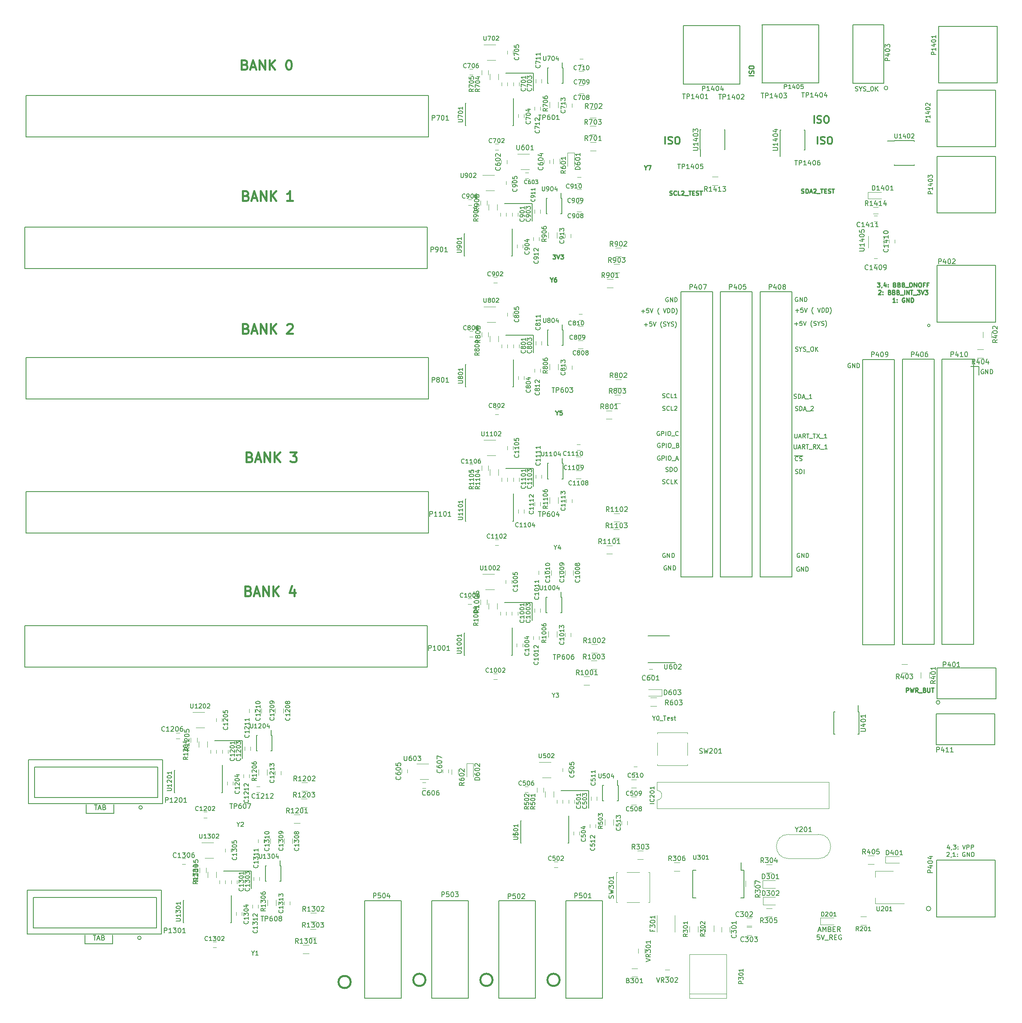
<source format=gbr>
G04 #@! TF.FileFunction,Legend,Top*
%FSLAX46Y46*%
G04 Gerber Fmt 4.6, Leading zero omitted, Abs format (unit mm)*
G04 Created by KiCad (PCBNEW 4.0.4-stable) date 07/05/17 18:48:19*
%MOMM*%
%LPD*%
G01*
G04 APERTURE LIST*
%ADD10C,0.100000*%
%ADD11C,0.200000*%
%ADD12C,0.225000*%
%ADD13C,0.250000*%
%ADD14C,0.300000*%
%ADD15C,0.400000*%
%ADD16C,0.150000*%
%ADD17C,0.120000*%
G04 APERTURE END LIST*
D10*
D11*
X217500200Y-86385400D02*
X217500200Y-88188800D01*
X215798400Y-86385400D02*
X217500200Y-86385400D01*
X218490886Y-87078400D02*
X218405172Y-87035543D01*
X218276601Y-87035543D01*
X218148029Y-87078400D01*
X218062315Y-87164114D01*
X218019458Y-87249829D01*
X217976601Y-87421257D01*
X217976601Y-87549829D01*
X218019458Y-87721257D01*
X218062315Y-87806971D01*
X218148029Y-87892686D01*
X218276601Y-87935543D01*
X218362315Y-87935543D01*
X218490886Y-87892686D01*
X218533743Y-87849829D01*
X218533743Y-87549829D01*
X218362315Y-87549829D01*
X218919458Y-87935543D02*
X218919458Y-87035543D01*
X219433743Y-87935543D01*
X219433743Y-87035543D01*
X219862315Y-87935543D02*
X219862315Y-87035543D01*
X220076600Y-87035543D01*
X220205172Y-87078400D01*
X220290886Y-87164114D01*
X220333743Y-87249829D01*
X220376600Y-87421257D01*
X220376600Y-87549829D01*
X220333743Y-87721257D01*
X220290886Y-87806971D01*
X220205172Y-87892686D01*
X220076600Y-87935543D01*
X219862315Y-87935543D01*
X190754086Y-85808400D02*
X190668372Y-85765543D01*
X190539801Y-85765543D01*
X190411229Y-85808400D01*
X190325515Y-85894114D01*
X190282658Y-85979829D01*
X190239801Y-86151257D01*
X190239801Y-86279829D01*
X190282658Y-86451257D01*
X190325515Y-86536971D01*
X190411229Y-86622686D01*
X190539801Y-86665543D01*
X190625515Y-86665543D01*
X190754086Y-86622686D01*
X190796943Y-86579829D01*
X190796943Y-86279829D01*
X190625515Y-86279829D01*
X191182658Y-86665543D02*
X191182658Y-85765543D01*
X191696943Y-86665543D01*
X191696943Y-85765543D01*
X192125515Y-86665543D02*
X192125515Y-85765543D01*
X192339800Y-85765543D01*
X192468372Y-85808400D01*
X192554086Y-85894114D01*
X192596943Y-85979829D01*
X192639800Y-86151257D01*
X192639800Y-86279829D01*
X192596943Y-86451257D01*
X192554086Y-86536971D01*
X192468372Y-86622686D01*
X192339800Y-86665543D01*
X192125515Y-86665543D01*
X211375915Y-186407943D02*
X211375915Y-187007943D01*
X211161629Y-186065086D02*
X210947344Y-186707943D01*
X211504486Y-186707943D01*
X211890201Y-186965086D02*
X211890201Y-187007943D01*
X211847344Y-187093657D01*
X211804487Y-187136514D01*
X212190200Y-186107943D02*
X212747343Y-186107943D01*
X212447343Y-186450800D01*
X212575915Y-186450800D01*
X212661629Y-186493657D01*
X212704486Y-186536514D01*
X212747343Y-186622229D01*
X212747343Y-186836514D01*
X212704486Y-186922229D01*
X212661629Y-186965086D01*
X212575915Y-187007943D01*
X212318772Y-187007943D01*
X212233058Y-186965086D01*
X212190200Y-186922229D01*
X213133058Y-186922229D02*
X213175915Y-186965086D01*
X213133058Y-187007943D01*
X213090201Y-186965086D01*
X213133058Y-186922229D01*
X213133058Y-187007943D01*
X213133058Y-186450800D02*
X213175915Y-186493657D01*
X213133058Y-186536514D01*
X213090201Y-186493657D01*
X213133058Y-186450800D01*
X213133058Y-186536514D01*
X214118771Y-186107943D02*
X214418771Y-187007943D01*
X214718771Y-186107943D01*
X215018772Y-187007943D02*
X215018772Y-186107943D01*
X215361629Y-186107943D01*
X215447343Y-186150800D01*
X215490200Y-186193657D01*
X215533057Y-186279371D01*
X215533057Y-186407943D01*
X215490200Y-186493657D01*
X215447343Y-186536514D01*
X215361629Y-186579371D01*
X215018772Y-186579371D01*
X215918772Y-187007943D02*
X215918772Y-186107943D01*
X216261629Y-186107943D01*
X216347343Y-186150800D01*
X216390200Y-186193657D01*
X216433057Y-186279371D01*
X216433057Y-186407943D01*
X216390200Y-186493657D01*
X216347343Y-186536514D01*
X216261629Y-186579371D01*
X215918772Y-186579371D01*
X210861630Y-187743657D02*
X210904487Y-187700800D01*
X210990201Y-187657943D01*
X211204487Y-187657943D01*
X211290201Y-187700800D01*
X211333058Y-187743657D01*
X211375915Y-187829371D01*
X211375915Y-187915086D01*
X211333058Y-188043657D01*
X210818772Y-188557943D01*
X211375915Y-188557943D01*
X211804487Y-188515086D02*
X211804487Y-188557943D01*
X211761630Y-188643657D01*
X211718773Y-188686514D01*
X212661629Y-188557943D02*
X212147344Y-188557943D01*
X212404486Y-188557943D02*
X212404486Y-187657943D01*
X212318772Y-187786514D01*
X212233058Y-187872229D01*
X212147344Y-187915086D01*
X213047344Y-188472229D02*
X213090201Y-188515086D01*
X213047344Y-188557943D01*
X213004487Y-188515086D01*
X213047344Y-188472229D01*
X213047344Y-188557943D01*
X213047344Y-188000800D02*
X213090201Y-188043657D01*
X213047344Y-188086514D01*
X213004487Y-188043657D01*
X213047344Y-188000800D01*
X213047344Y-188086514D01*
X214633057Y-187700800D02*
X214547343Y-187657943D01*
X214418772Y-187657943D01*
X214290200Y-187700800D01*
X214204486Y-187786514D01*
X214161629Y-187872229D01*
X214118772Y-188043657D01*
X214118772Y-188172229D01*
X214161629Y-188343657D01*
X214204486Y-188429371D01*
X214290200Y-188515086D01*
X214418772Y-188557943D01*
X214504486Y-188557943D01*
X214633057Y-188515086D01*
X214675914Y-188472229D01*
X214675914Y-188172229D01*
X214504486Y-188172229D01*
X215061629Y-188557943D02*
X215061629Y-187657943D01*
X215575914Y-188557943D01*
X215575914Y-187657943D01*
X216004486Y-188557943D02*
X216004486Y-187657943D01*
X216218771Y-187657943D01*
X216347343Y-187700800D01*
X216433057Y-187786514D01*
X216475914Y-187872229D01*
X216518771Y-188043657D01*
X216518771Y-188172229D01*
X216475914Y-188343657D01*
X216433057Y-188429371D01*
X216347343Y-188515086D01*
X216218771Y-188557943D01*
X216004486Y-188557943D01*
X207501682Y-199390000D02*
G75*
G03X207501682Y-199390000I-466282J0D01*
G01*
D12*
X202374058Y-154280343D02*
X202374058Y-153380343D01*
X202716915Y-153380343D01*
X202802629Y-153423200D01*
X202845486Y-153466057D01*
X202888343Y-153551771D01*
X202888343Y-153680343D01*
X202845486Y-153766057D01*
X202802629Y-153808914D01*
X202716915Y-153851771D01*
X202374058Y-153851771D01*
X203188343Y-153380343D02*
X203402629Y-154280343D01*
X203574058Y-153637486D01*
X203745486Y-154280343D01*
X203959772Y-153380343D01*
X204816914Y-154280343D02*
X204516914Y-153851771D01*
X204302629Y-154280343D02*
X204302629Y-153380343D01*
X204645486Y-153380343D01*
X204731200Y-153423200D01*
X204774057Y-153466057D01*
X204816914Y-153551771D01*
X204816914Y-153680343D01*
X204774057Y-153766057D01*
X204731200Y-153808914D01*
X204645486Y-153851771D01*
X204302629Y-153851771D01*
X204988343Y-154366057D02*
X205674057Y-154366057D01*
X206188343Y-153808914D02*
X206316914Y-153851771D01*
X206359771Y-153894629D01*
X206402628Y-153980343D01*
X206402628Y-154108914D01*
X206359771Y-154194629D01*
X206316914Y-154237486D01*
X206231200Y-154280343D01*
X205888343Y-154280343D01*
X205888343Y-153380343D01*
X206188343Y-153380343D01*
X206274057Y-153423200D01*
X206316914Y-153466057D01*
X206359771Y-153551771D01*
X206359771Y-153637486D01*
X206316914Y-153723200D01*
X206274057Y-153766057D01*
X206188343Y-153808914D01*
X205888343Y-153808914D01*
X206788343Y-153380343D02*
X206788343Y-154108914D01*
X206831200Y-154194629D01*
X206874057Y-154237486D01*
X206959771Y-154280343D01*
X207131200Y-154280343D01*
X207216914Y-154237486D01*
X207259771Y-154194629D01*
X207302628Y-154108914D01*
X207302628Y-153380343D01*
X207602628Y-153380343D02*
X208116914Y-153380343D01*
X207859771Y-154280343D02*
X207859771Y-153380343D01*
D11*
X209404314Y-156413200D02*
G75*
G03X209404314Y-156413200I-387714J0D01*
G01*
X198548398Y-28371800D02*
G75*
G03X198548398Y-28371800I-377598J0D01*
G01*
X191821886Y-28939286D02*
X191950457Y-28982143D01*
X192164743Y-28982143D01*
X192250457Y-28939286D01*
X192293314Y-28896429D01*
X192336171Y-28810714D01*
X192336171Y-28725000D01*
X192293314Y-28639286D01*
X192250457Y-28596429D01*
X192164743Y-28553571D01*
X191993314Y-28510714D01*
X191907600Y-28467857D01*
X191864743Y-28425000D01*
X191821886Y-28339286D01*
X191821886Y-28253571D01*
X191864743Y-28167857D01*
X191907600Y-28125000D01*
X191993314Y-28082143D01*
X192207600Y-28082143D01*
X192336171Y-28125000D01*
X192893314Y-28553571D02*
X192893314Y-28982143D01*
X192593314Y-28082143D02*
X192893314Y-28553571D01*
X193193314Y-28082143D01*
X193450458Y-28939286D02*
X193579029Y-28982143D01*
X193793315Y-28982143D01*
X193879029Y-28939286D01*
X193921886Y-28896429D01*
X193964743Y-28810714D01*
X193964743Y-28725000D01*
X193921886Y-28639286D01*
X193879029Y-28596429D01*
X193793315Y-28553571D01*
X193621886Y-28510714D01*
X193536172Y-28467857D01*
X193493315Y-28425000D01*
X193450458Y-28339286D01*
X193450458Y-28253571D01*
X193493315Y-28167857D01*
X193536172Y-28125000D01*
X193621886Y-28082143D01*
X193836172Y-28082143D01*
X193964743Y-28125000D01*
X194136172Y-29067857D02*
X194821886Y-29067857D01*
X195207600Y-28082143D02*
X195379029Y-28082143D01*
X195464743Y-28125000D01*
X195550457Y-28210714D01*
X195593315Y-28382143D01*
X195593315Y-28682143D01*
X195550457Y-28853571D01*
X195464743Y-28939286D01*
X195379029Y-28982143D01*
X195207600Y-28982143D01*
X195121886Y-28939286D01*
X195036172Y-28853571D01*
X194993315Y-28682143D01*
X194993315Y-28382143D01*
X195036172Y-28210714D01*
X195121886Y-28125000D01*
X195207600Y-28082143D01*
X195979029Y-28982143D02*
X195979029Y-28082143D01*
X196493314Y-28982143D02*
X196107600Y-28467857D01*
X196493314Y-28082143D02*
X195979029Y-28596429D01*
X207345230Y-77851000D02*
G75*
G03X207345230Y-77851000I-259030J0D01*
G01*
D12*
X196348229Y-68950543D02*
X196905372Y-68950543D01*
X196605372Y-69293400D01*
X196733944Y-69293400D01*
X196819658Y-69336257D01*
X196862515Y-69379114D01*
X196905372Y-69464829D01*
X196905372Y-69679114D01*
X196862515Y-69764829D01*
X196819658Y-69807686D01*
X196733944Y-69850543D01*
X196476801Y-69850543D01*
X196391087Y-69807686D01*
X196348229Y-69764829D01*
X197333944Y-69807686D02*
X197333944Y-69850543D01*
X197291087Y-69936257D01*
X197248230Y-69979114D01*
X198105372Y-69250543D02*
X198105372Y-69850543D01*
X197891086Y-68907686D02*
X197676801Y-69550543D01*
X198233943Y-69550543D01*
X198576801Y-69764829D02*
X198619658Y-69807686D01*
X198576801Y-69850543D01*
X198533944Y-69807686D01*
X198576801Y-69764829D01*
X198576801Y-69850543D01*
X198576801Y-69293400D02*
X198619658Y-69336257D01*
X198576801Y-69379114D01*
X198533944Y-69336257D01*
X198576801Y-69293400D01*
X198576801Y-69379114D01*
X199991086Y-69379114D02*
X200119657Y-69421971D01*
X200162514Y-69464829D01*
X200205371Y-69550543D01*
X200205371Y-69679114D01*
X200162514Y-69764829D01*
X200119657Y-69807686D01*
X200033943Y-69850543D01*
X199691086Y-69850543D01*
X199691086Y-68950543D01*
X199991086Y-68950543D01*
X200076800Y-68993400D01*
X200119657Y-69036257D01*
X200162514Y-69121971D01*
X200162514Y-69207686D01*
X200119657Y-69293400D01*
X200076800Y-69336257D01*
X199991086Y-69379114D01*
X199691086Y-69379114D01*
X200891086Y-69379114D02*
X201019657Y-69421971D01*
X201062514Y-69464829D01*
X201105371Y-69550543D01*
X201105371Y-69679114D01*
X201062514Y-69764829D01*
X201019657Y-69807686D01*
X200933943Y-69850543D01*
X200591086Y-69850543D01*
X200591086Y-68950543D01*
X200891086Y-68950543D01*
X200976800Y-68993400D01*
X201019657Y-69036257D01*
X201062514Y-69121971D01*
X201062514Y-69207686D01*
X201019657Y-69293400D01*
X200976800Y-69336257D01*
X200891086Y-69379114D01*
X200591086Y-69379114D01*
X201791086Y-69379114D02*
X201919657Y-69421971D01*
X201962514Y-69464829D01*
X202005371Y-69550543D01*
X202005371Y-69679114D01*
X201962514Y-69764829D01*
X201919657Y-69807686D01*
X201833943Y-69850543D01*
X201491086Y-69850543D01*
X201491086Y-68950543D01*
X201791086Y-68950543D01*
X201876800Y-68993400D01*
X201919657Y-69036257D01*
X201962514Y-69121971D01*
X201962514Y-69207686D01*
X201919657Y-69293400D01*
X201876800Y-69336257D01*
X201791086Y-69379114D01*
X201491086Y-69379114D01*
X202176800Y-69936257D02*
X202862514Y-69936257D01*
X203248228Y-68950543D02*
X203419657Y-68950543D01*
X203505371Y-68993400D01*
X203591085Y-69079114D01*
X203633943Y-69250543D01*
X203633943Y-69550543D01*
X203591085Y-69721971D01*
X203505371Y-69807686D01*
X203419657Y-69850543D01*
X203248228Y-69850543D01*
X203162514Y-69807686D01*
X203076800Y-69721971D01*
X203033943Y-69550543D01*
X203033943Y-69250543D01*
X203076800Y-69079114D01*
X203162514Y-68993400D01*
X203248228Y-68950543D01*
X204019657Y-69850543D02*
X204019657Y-68950543D01*
X204533942Y-69850543D01*
X204533942Y-68950543D01*
X205133942Y-68950543D02*
X205305371Y-68950543D01*
X205391085Y-68993400D01*
X205476799Y-69079114D01*
X205519657Y-69250543D01*
X205519657Y-69550543D01*
X205476799Y-69721971D01*
X205391085Y-69807686D01*
X205305371Y-69850543D01*
X205133942Y-69850543D01*
X205048228Y-69807686D01*
X204962514Y-69721971D01*
X204919657Y-69550543D01*
X204919657Y-69250543D01*
X204962514Y-69079114D01*
X205048228Y-68993400D01*
X205133942Y-68950543D01*
X206205371Y-69379114D02*
X205905371Y-69379114D01*
X205905371Y-69850543D02*
X205905371Y-68950543D01*
X206333942Y-68950543D01*
X206976800Y-69379114D02*
X206676800Y-69379114D01*
X206676800Y-69850543D02*
X206676800Y-68950543D01*
X207105371Y-68950543D01*
X196605373Y-70611257D02*
X196648230Y-70568400D01*
X196733944Y-70525543D01*
X196948230Y-70525543D01*
X197033944Y-70568400D01*
X197076801Y-70611257D01*
X197119658Y-70696971D01*
X197119658Y-70782686D01*
X197076801Y-70911257D01*
X196562515Y-71425543D01*
X197119658Y-71425543D01*
X197505373Y-71339829D02*
X197548230Y-71382686D01*
X197505373Y-71425543D01*
X197462516Y-71382686D01*
X197505373Y-71339829D01*
X197505373Y-71425543D01*
X197505373Y-70868400D02*
X197548230Y-70911257D01*
X197505373Y-70954114D01*
X197462516Y-70911257D01*
X197505373Y-70868400D01*
X197505373Y-70954114D01*
X198919658Y-70954114D02*
X199048229Y-70996971D01*
X199091086Y-71039829D01*
X199133943Y-71125543D01*
X199133943Y-71254114D01*
X199091086Y-71339829D01*
X199048229Y-71382686D01*
X198962515Y-71425543D01*
X198619658Y-71425543D01*
X198619658Y-70525543D01*
X198919658Y-70525543D01*
X199005372Y-70568400D01*
X199048229Y-70611257D01*
X199091086Y-70696971D01*
X199091086Y-70782686D01*
X199048229Y-70868400D01*
X199005372Y-70911257D01*
X198919658Y-70954114D01*
X198619658Y-70954114D01*
X199819658Y-70954114D02*
X199948229Y-70996971D01*
X199991086Y-71039829D01*
X200033943Y-71125543D01*
X200033943Y-71254114D01*
X199991086Y-71339829D01*
X199948229Y-71382686D01*
X199862515Y-71425543D01*
X199519658Y-71425543D01*
X199519658Y-70525543D01*
X199819658Y-70525543D01*
X199905372Y-70568400D01*
X199948229Y-70611257D01*
X199991086Y-70696971D01*
X199991086Y-70782686D01*
X199948229Y-70868400D01*
X199905372Y-70911257D01*
X199819658Y-70954114D01*
X199519658Y-70954114D01*
X200719658Y-70954114D02*
X200848229Y-70996971D01*
X200891086Y-71039829D01*
X200933943Y-71125543D01*
X200933943Y-71254114D01*
X200891086Y-71339829D01*
X200848229Y-71382686D01*
X200762515Y-71425543D01*
X200419658Y-71425543D01*
X200419658Y-70525543D01*
X200719658Y-70525543D01*
X200805372Y-70568400D01*
X200848229Y-70611257D01*
X200891086Y-70696971D01*
X200891086Y-70782686D01*
X200848229Y-70868400D01*
X200805372Y-70911257D01*
X200719658Y-70954114D01*
X200419658Y-70954114D01*
X201105372Y-71511257D02*
X201791086Y-71511257D01*
X202005372Y-71425543D02*
X202005372Y-70525543D01*
X202433943Y-71425543D02*
X202433943Y-70525543D01*
X202948228Y-71425543D01*
X202948228Y-70525543D01*
X203248228Y-70525543D02*
X203762514Y-70525543D01*
X203505371Y-71425543D02*
X203505371Y-70525543D01*
X203848228Y-71511257D02*
X204533942Y-71511257D01*
X204662513Y-70525543D02*
X205219656Y-70525543D01*
X204919656Y-70868400D01*
X205048228Y-70868400D01*
X205133942Y-70911257D01*
X205176799Y-70954114D01*
X205219656Y-71039829D01*
X205219656Y-71254114D01*
X205176799Y-71339829D01*
X205133942Y-71382686D01*
X205048228Y-71425543D01*
X204791085Y-71425543D01*
X204705371Y-71382686D01*
X204662513Y-71339829D01*
X205476799Y-70525543D02*
X205776799Y-71425543D01*
X206076799Y-70525543D01*
X206291085Y-70525543D02*
X206848228Y-70525543D01*
X206548228Y-70868400D01*
X206676800Y-70868400D01*
X206762514Y-70911257D01*
X206805371Y-70954114D01*
X206848228Y-71039829D01*
X206848228Y-71254114D01*
X206805371Y-71339829D01*
X206762514Y-71382686D01*
X206676800Y-71425543D01*
X206419657Y-71425543D01*
X206333943Y-71382686D01*
X206291085Y-71339829D01*
X200055372Y-73000543D02*
X199541087Y-73000543D01*
X199798229Y-73000543D02*
X199798229Y-72100543D01*
X199712515Y-72229114D01*
X199626801Y-72314829D01*
X199541087Y-72357686D01*
X200441087Y-72914829D02*
X200483944Y-72957686D01*
X200441087Y-73000543D01*
X200398230Y-72957686D01*
X200441087Y-72914829D01*
X200441087Y-73000543D01*
X200441087Y-72443400D02*
X200483944Y-72486257D01*
X200441087Y-72529114D01*
X200398230Y-72486257D01*
X200441087Y-72443400D01*
X200441087Y-72529114D01*
X202026800Y-72143400D02*
X201941086Y-72100543D01*
X201812515Y-72100543D01*
X201683943Y-72143400D01*
X201598229Y-72229114D01*
X201555372Y-72314829D01*
X201512515Y-72486257D01*
X201512515Y-72614829D01*
X201555372Y-72786257D01*
X201598229Y-72871971D01*
X201683943Y-72957686D01*
X201812515Y-73000543D01*
X201898229Y-73000543D01*
X202026800Y-72957686D01*
X202069657Y-72914829D01*
X202069657Y-72614829D01*
X201898229Y-72614829D01*
X202455372Y-73000543D02*
X202455372Y-72100543D01*
X202969657Y-73000543D01*
X202969657Y-72100543D01*
X203398229Y-73000543D02*
X203398229Y-72100543D01*
X203612514Y-72100543D01*
X203741086Y-72143400D01*
X203826800Y-72229114D01*
X203869657Y-72314829D01*
X203912514Y-72486257D01*
X203912514Y-72614829D01*
X203869657Y-72786257D01*
X203826800Y-72871971D01*
X203741086Y-72957686D01*
X203612514Y-73000543D01*
X203398229Y-73000543D01*
D11*
X179325086Y-83193686D02*
X179453657Y-83236543D01*
X179667943Y-83236543D01*
X179753657Y-83193686D01*
X179796514Y-83150829D01*
X179839371Y-83065114D01*
X179839371Y-82979400D01*
X179796514Y-82893686D01*
X179753657Y-82850829D01*
X179667943Y-82807971D01*
X179496514Y-82765114D01*
X179410800Y-82722257D01*
X179367943Y-82679400D01*
X179325086Y-82593686D01*
X179325086Y-82507971D01*
X179367943Y-82422257D01*
X179410800Y-82379400D01*
X179496514Y-82336543D01*
X179710800Y-82336543D01*
X179839371Y-82379400D01*
X180396514Y-82807971D02*
X180396514Y-83236543D01*
X180096514Y-82336543D02*
X180396514Y-82807971D01*
X180696514Y-82336543D01*
X180953658Y-83193686D02*
X181082229Y-83236543D01*
X181296515Y-83236543D01*
X181382229Y-83193686D01*
X181425086Y-83150829D01*
X181467943Y-83065114D01*
X181467943Y-82979400D01*
X181425086Y-82893686D01*
X181382229Y-82850829D01*
X181296515Y-82807971D01*
X181125086Y-82765114D01*
X181039372Y-82722257D01*
X180996515Y-82679400D01*
X180953658Y-82593686D01*
X180953658Y-82507971D01*
X180996515Y-82422257D01*
X181039372Y-82379400D01*
X181125086Y-82336543D01*
X181339372Y-82336543D01*
X181467943Y-82379400D01*
X181639372Y-83322257D02*
X182325086Y-83322257D01*
X182710800Y-82336543D02*
X182882229Y-82336543D01*
X182967943Y-82379400D01*
X183053657Y-82465114D01*
X183096515Y-82636543D01*
X183096515Y-82936543D01*
X183053657Y-83107971D01*
X182967943Y-83193686D01*
X182882229Y-83236543D01*
X182710800Y-83236543D01*
X182625086Y-83193686D01*
X182539372Y-83107971D01*
X182496515Y-82936543D01*
X182496515Y-82636543D01*
X182539372Y-82465114D01*
X182625086Y-82379400D01*
X182710800Y-82336543D01*
X183482229Y-83236543D02*
X183482229Y-82336543D01*
X183996514Y-83236543D02*
X183610800Y-82722257D01*
X183996514Y-82336543D02*
X183482229Y-82850829D01*
X179034515Y-93023486D02*
X179163086Y-93066343D01*
X179377372Y-93066343D01*
X179463086Y-93023486D01*
X179505943Y-92980629D01*
X179548800Y-92894914D01*
X179548800Y-92809200D01*
X179505943Y-92723486D01*
X179463086Y-92680629D01*
X179377372Y-92637771D01*
X179205943Y-92594914D01*
X179120229Y-92552057D01*
X179077372Y-92509200D01*
X179034515Y-92423486D01*
X179034515Y-92337771D01*
X179077372Y-92252057D01*
X179120229Y-92209200D01*
X179205943Y-92166343D01*
X179420229Y-92166343D01*
X179548800Y-92209200D01*
X179934515Y-93066343D02*
X179934515Y-92166343D01*
X180148800Y-92166343D01*
X180277372Y-92209200D01*
X180363086Y-92294914D01*
X180405943Y-92380629D01*
X180448800Y-92552057D01*
X180448800Y-92680629D01*
X180405943Y-92852057D01*
X180363086Y-92937771D01*
X180277372Y-93023486D01*
X180148800Y-93066343D01*
X179934515Y-93066343D01*
X180791658Y-92809200D02*
X181220229Y-92809200D01*
X180705943Y-93066343D02*
X181005943Y-92166343D01*
X181305943Y-93066343D01*
X181391658Y-93152057D02*
X182077372Y-93152057D01*
X182763086Y-93066343D02*
X182248801Y-93066343D01*
X182505943Y-93066343D02*
X182505943Y-92166343D01*
X182420229Y-92294914D01*
X182334515Y-92380629D01*
X182248801Y-92423486D01*
X179313915Y-95588886D02*
X179442486Y-95631743D01*
X179656772Y-95631743D01*
X179742486Y-95588886D01*
X179785343Y-95546029D01*
X179828200Y-95460314D01*
X179828200Y-95374600D01*
X179785343Y-95288886D01*
X179742486Y-95246029D01*
X179656772Y-95203171D01*
X179485343Y-95160314D01*
X179399629Y-95117457D01*
X179356772Y-95074600D01*
X179313915Y-94988886D01*
X179313915Y-94903171D01*
X179356772Y-94817457D01*
X179399629Y-94774600D01*
X179485343Y-94731743D01*
X179699629Y-94731743D01*
X179828200Y-94774600D01*
X180213915Y-95631743D02*
X180213915Y-94731743D01*
X180428200Y-94731743D01*
X180556772Y-94774600D01*
X180642486Y-94860314D01*
X180685343Y-94946029D01*
X180728200Y-95117457D01*
X180728200Y-95246029D01*
X180685343Y-95417457D01*
X180642486Y-95503171D01*
X180556772Y-95588886D01*
X180428200Y-95631743D01*
X180213915Y-95631743D01*
X181071058Y-95374600D02*
X181499629Y-95374600D01*
X180985343Y-95631743D02*
X181285343Y-94731743D01*
X181585343Y-95631743D01*
X181671058Y-95717457D02*
X182356772Y-95717457D01*
X182528201Y-94817457D02*
X182571058Y-94774600D01*
X182656772Y-94731743D01*
X182871058Y-94731743D01*
X182956772Y-94774600D01*
X182999629Y-94817457D01*
X183042486Y-94903171D01*
X183042486Y-94988886D01*
X182999629Y-95117457D01*
X182485343Y-95631743D01*
X183042486Y-95631743D01*
X179152172Y-100421343D02*
X179152172Y-101149914D01*
X179195029Y-101235629D01*
X179237886Y-101278486D01*
X179323600Y-101321343D01*
X179495029Y-101321343D01*
X179580743Y-101278486D01*
X179623600Y-101235629D01*
X179666457Y-101149914D01*
X179666457Y-100421343D01*
X180052172Y-101064200D02*
X180480743Y-101064200D01*
X179966457Y-101321343D02*
X180266457Y-100421343D01*
X180566457Y-101321343D01*
X181380743Y-101321343D02*
X181080743Y-100892771D01*
X180866458Y-101321343D02*
X180866458Y-100421343D01*
X181209315Y-100421343D01*
X181295029Y-100464200D01*
X181337886Y-100507057D01*
X181380743Y-100592771D01*
X181380743Y-100721343D01*
X181337886Y-100807057D01*
X181295029Y-100849914D01*
X181209315Y-100892771D01*
X180866458Y-100892771D01*
X181637886Y-100421343D02*
X182152172Y-100421343D01*
X181895029Y-101321343D02*
X181895029Y-100421343D01*
X182237886Y-101407057D02*
X182923600Y-101407057D01*
X183009314Y-100421343D02*
X183523600Y-100421343D01*
X183266457Y-101321343D02*
X183266457Y-100421343D01*
X183737885Y-100421343D02*
X184337885Y-101321343D01*
X184337885Y-100421343D02*
X183737885Y-101321343D01*
X184466457Y-101407057D02*
X185152171Y-101407057D01*
X185837885Y-101321343D02*
X185323600Y-101321343D01*
X185580742Y-101321343D02*
X185580742Y-100421343D01*
X185495028Y-100549914D01*
X185409314Y-100635629D01*
X185323600Y-100678486D01*
X179045029Y-102656543D02*
X179045029Y-103385114D01*
X179087886Y-103470829D01*
X179130743Y-103513686D01*
X179216457Y-103556543D01*
X179387886Y-103556543D01*
X179473600Y-103513686D01*
X179516457Y-103470829D01*
X179559314Y-103385114D01*
X179559314Y-102656543D01*
X179945029Y-103299400D02*
X180373600Y-103299400D01*
X179859314Y-103556543D02*
X180159314Y-102656543D01*
X180459314Y-103556543D01*
X181273600Y-103556543D02*
X180973600Y-103127971D01*
X180759315Y-103556543D02*
X180759315Y-102656543D01*
X181102172Y-102656543D01*
X181187886Y-102699400D01*
X181230743Y-102742257D01*
X181273600Y-102827971D01*
X181273600Y-102956543D01*
X181230743Y-103042257D01*
X181187886Y-103085114D01*
X181102172Y-103127971D01*
X180759315Y-103127971D01*
X181530743Y-102656543D02*
X182045029Y-102656543D01*
X181787886Y-103556543D02*
X181787886Y-102656543D01*
X182130743Y-103642257D02*
X182816457Y-103642257D01*
X183545028Y-103556543D02*
X183245028Y-103127971D01*
X183030743Y-103556543D02*
X183030743Y-102656543D01*
X183373600Y-102656543D01*
X183459314Y-102699400D01*
X183502171Y-102742257D01*
X183545028Y-102827971D01*
X183545028Y-102956543D01*
X183502171Y-103042257D01*
X183459314Y-103085114D01*
X183373600Y-103127971D01*
X183030743Y-103127971D01*
X183845028Y-102656543D02*
X184445028Y-103556543D01*
X184445028Y-102656543D02*
X183845028Y-103556543D01*
X184573600Y-103642257D02*
X185259314Y-103642257D01*
X185945028Y-103556543D02*
X185430743Y-103556543D01*
X185687885Y-103556543D02*
X185687885Y-102656543D01*
X185602171Y-102785114D01*
X185516457Y-102870829D01*
X185430743Y-102913686D01*
X179834400Y-105985429D02*
X179791543Y-106028286D01*
X179662972Y-106071143D01*
X179577258Y-106071143D01*
X179448686Y-106028286D01*
X179362972Y-105942571D01*
X179320115Y-105856857D01*
X179277258Y-105685429D01*
X179277258Y-105556857D01*
X179320115Y-105385429D01*
X179362972Y-105299714D01*
X179448686Y-105214000D01*
X179577258Y-105171143D01*
X179662972Y-105171143D01*
X179791543Y-105214000D01*
X179834400Y-105256857D01*
X180177258Y-106028286D02*
X180305829Y-106071143D01*
X180520115Y-106071143D01*
X180605829Y-106028286D01*
X180648686Y-105985429D01*
X180691543Y-105899714D01*
X180691543Y-105814000D01*
X180648686Y-105728286D01*
X180605829Y-105685429D01*
X180520115Y-105642571D01*
X180348686Y-105599714D01*
X180262972Y-105556857D01*
X180220115Y-105514000D01*
X180177258Y-105428286D01*
X180177258Y-105342571D01*
X180220115Y-105256857D01*
X180262972Y-105214000D01*
X180348686Y-105171143D01*
X180562972Y-105171143D01*
X180691543Y-105214000D01*
X179105829Y-105016000D02*
X180862972Y-105016000D01*
X179316972Y-108695286D02*
X179445543Y-108738143D01*
X179659829Y-108738143D01*
X179745543Y-108695286D01*
X179788400Y-108652429D01*
X179831257Y-108566714D01*
X179831257Y-108481000D01*
X179788400Y-108395286D01*
X179745543Y-108352429D01*
X179659829Y-108309571D01*
X179488400Y-108266714D01*
X179402686Y-108223857D01*
X179359829Y-108181000D01*
X179316972Y-108095286D01*
X179316972Y-108009571D01*
X179359829Y-107923857D01*
X179402686Y-107881000D01*
X179488400Y-107838143D01*
X179702686Y-107838143D01*
X179831257Y-107881000D01*
X180216972Y-108738143D02*
X180216972Y-107838143D01*
X180431257Y-107838143D01*
X180559829Y-107881000D01*
X180645543Y-107966714D01*
X180688400Y-108052429D01*
X180731257Y-108223857D01*
X180731257Y-108352429D01*
X180688400Y-108523857D01*
X180645543Y-108609571D01*
X180559829Y-108695286D01*
X180431257Y-108738143D01*
X180216972Y-108738143D01*
X181116972Y-108738143D02*
X181116972Y-107838143D01*
X151640572Y-110828886D02*
X151769143Y-110871743D01*
X151983429Y-110871743D01*
X152069143Y-110828886D01*
X152112000Y-110786029D01*
X152154857Y-110700314D01*
X152154857Y-110614600D01*
X152112000Y-110528886D01*
X152069143Y-110486029D01*
X151983429Y-110443171D01*
X151812000Y-110400314D01*
X151726286Y-110357457D01*
X151683429Y-110314600D01*
X151640572Y-110228886D01*
X151640572Y-110143171D01*
X151683429Y-110057457D01*
X151726286Y-110014600D01*
X151812000Y-109971743D01*
X152026286Y-109971743D01*
X152154857Y-110014600D01*
X153054857Y-110786029D02*
X153012000Y-110828886D01*
X152883429Y-110871743D01*
X152797715Y-110871743D01*
X152669143Y-110828886D01*
X152583429Y-110743171D01*
X152540572Y-110657457D01*
X152497715Y-110486029D01*
X152497715Y-110357457D01*
X152540572Y-110186029D01*
X152583429Y-110100314D01*
X152669143Y-110014600D01*
X152797715Y-109971743D01*
X152883429Y-109971743D01*
X153012000Y-110014600D01*
X153054857Y-110057457D01*
X153869143Y-110871743D02*
X153440572Y-110871743D01*
X153440572Y-109971743D01*
X154169143Y-110871743D02*
X154169143Y-109971743D01*
X154683428Y-110871743D02*
X154297714Y-110357457D01*
X154683428Y-109971743D02*
X154169143Y-110486029D01*
X152313629Y-108263486D02*
X152442200Y-108306343D01*
X152656486Y-108306343D01*
X152742200Y-108263486D01*
X152785057Y-108220629D01*
X152827914Y-108134914D01*
X152827914Y-108049200D01*
X152785057Y-107963486D01*
X152742200Y-107920629D01*
X152656486Y-107877771D01*
X152485057Y-107834914D01*
X152399343Y-107792057D01*
X152356486Y-107749200D01*
X152313629Y-107663486D01*
X152313629Y-107577771D01*
X152356486Y-107492057D01*
X152399343Y-107449200D01*
X152485057Y-107406343D01*
X152699343Y-107406343D01*
X152827914Y-107449200D01*
X153213629Y-108306343D02*
X153213629Y-107406343D01*
X153427914Y-107406343D01*
X153556486Y-107449200D01*
X153642200Y-107534914D01*
X153685057Y-107620629D01*
X153727914Y-107792057D01*
X153727914Y-107920629D01*
X153685057Y-108092057D01*
X153642200Y-108177771D01*
X153556486Y-108263486D01*
X153427914Y-108306343D01*
X153213629Y-108306343D01*
X154285057Y-107406343D02*
X154456486Y-107406343D01*
X154542200Y-107449200D01*
X154627914Y-107534914D01*
X154670772Y-107706343D01*
X154670772Y-108006343D01*
X154627914Y-108177771D01*
X154542200Y-108263486D01*
X154456486Y-108306343D01*
X154285057Y-108306343D01*
X154199343Y-108263486D01*
X154113629Y-108177771D01*
X154070772Y-108006343D01*
X154070772Y-107706343D01*
X154113629Y-107534914D01*
X154199343Y-107449200D01*
X154285057Y-107406343D01*
X151101629Y-105087000D02*
X151015915Y-105044143D01*
X150887344Y-105044143D01*
X150758772Y-105087000D01*
X150673058Y-105172714D01*
X150630201Y-105258429D01*
X150587344Y-105429857D01*
X150587344Y-105558429D01*
X150630201Y-105729857D01*
X150673058Y-105815571D01*
X150758772Y-105901286D01*
X150887344Y-105944143D01*
X150973058Y-105944143D01*
X151101629Y-105901286D01*
X151144486Y-105858429D01*
X151144486Y-105558429D01*
X150973058Y-105558429D01*
X151530201Y-105944143D02*
X151530201Y-105044143D01*
X151873058Y-105044143D01*
X151958772Y-105087000D01*
X152001629Y-105129857D01*
X152044486Y-105215571D01*
X152044486Y-105344143D01*
X152001629Y-105429857D01*
X151958772Y-105472714D01*
X151873058Y-105515571D01*
X151530201Y-105515571D01*
X152430201Y-105944143D02*
X152430201Y-105044143D01*
X153030200Y-105044143D02*
X153201629Y-105044143D01*
X153287343Y-105087000D01*
X153373057Y-105172714D01*
X153415915Y-105344143D01*
X153415915Y-105644143D01*
X153373057Y-105815571D01*
X153287343Y-105901286D01*
X153201629Y-105944143D01*
X153030200Y-105944143D01*
X152944486Y-105901286D01*
X152858772Y-105815571D01*
X152815915Y-105644143D01*
X152815915Y-105344143D01*
X152858772Y-105172714D01*
X152944486Y-105087000D01*
X153030200Y-105044143D01*
X153587343Y-106029857D02*
X154273057Y-106029857D01*
X154444486Y-105687000D02*
X154873057Y-105687000D01*
X154358771Y-105944143D02*
X154658771Y-105044143D01*
X154958771Y-105944143D01*
X151113543Y-102445400D02*
X151027829Y-102402543D01*
X150899258Y-102402543D01*
X150770686Y-102445400D01*
X150684972Y-102531114D01*
X150642115Y-102616829D01*
X150599258Y-102788257D01*
X150599258Y-102916829D01*
X150642115Y-103088257D01*
X150684972Y-103173971D01*
X150770686Y-103259686D01*
X150899258Y-103302543D01*
X150984972Y-103302543D01*
X151113543Y-103259686D01*
X151156400Y-103216829D01*
X151156400Y-102916829D01*
X150984972Y-102916829D01*
X151542115Y-103302543D02*
X151542115Y-102402543D01*
X151884972Y-102402543D01*
X151970686Y-102445400D01*
X152013543Y-102488257D01*
X152056400Y-102573971D01*
X152056400Y-102702543D01*
X152013543Y-102788257D01*
X151970686Y-102831114D01*
X151884972Y-102873971D01*
X151542115Y-102873971D01*
X152442115Y-103302543D02*
X152442115Y-102402543D01*
X153042114Y-102402543D02*
X153213543Y-102402543D01*
X153299257Y-102445400D01*
X153384971Y-102531114D01*
X153427829Y-102702543D01*
X153427829Y-103002543D01*
X153384971Y-103173971D01*
X153299257Y-103259686D01*
X153213543Y-103302543D01*
X153042114Y-103302543D01*
X152956400Y-103259686D01*
X152870686Y-103173971D01*
X152827829Y-103002543D01*
X152827829Y-102702543D01*
X152870686Y-102531114D01*
X152956400Y-102445400D01*
X153042114Y-102402543D01*
X153599257Y-103388257D02*
X154284971Y-103388257D01*
X154799257Y-102831114D02*
X154927828Y-102873971D01*
X154970685Y-102916829D01*
X155013542Y-103002543D01*
X155013542Y-103131114D01*
X154970685Y-103216829D01*
X154927828Y-103259686D01*
X154842114Y-103302543D01*
X154499257Y-103302543D01*
X154499257Y-102402543D01*
X154799257Y-102402543D01*
X154884971Y-102445400D01*
X154927828Y-102488257D01*
X154970685Y-102573971D01*
X154970685Y-102659686D01*
X154927828Y-102745400D01*
X154884971Y-102788257D01*
X154799257Y-102831114D01*
X154499257Y-102831114D01*
X151011943Y-99981600D02*
X150926229Y-99938743D01*
X150797658Y-99938743D01*
X150669086Y-99981600D01*
X150583372Y-100067314D01*
X150540515Y-100153029D01*
X150497658Y-100324457D01*
X150497658Y-100453029D01*
X150540515Y-100624457D01*
X150583372Y-100710171D01*
X150669086Y-100795886D01*
X150797658Y-100838743D01*
X150883372Y-100838743D01*
X151011943Y-100795886D01*
X151054800Y-100753029D01*
X151054800Y-100453029D01*
X150883372Y-100453029D01*
X151440515Y-100838743D02*
X151440515Y-99938743D01*
X151783372Y-99938743D01*
X151869086Y-99981600D01*
X151911943Y-100024457D01*
X151954800Y-100110171D01*
X151954800Y-100238743D01*
X151911943Y-100324457D01*
X151869086Y-100367314D01*
X151783372Y-100410171D01*
X151440515Y-100410171D01*
X152340515Y-100838743D02*
X152340515Y-99938743D01*
X152940514Y-99938743D02*
X153111943Y-99938743D01*
X153197657Y-99981600D01*
X153283371Y-100067314D01*
X153326229Y-100238743D01*
X153326229Y-100538743D01*
X153283371Y-100710171D01*
X153197657Y-100795886D01*
X153111943Y-100838743D01*
X152940514Y-100838743D01*
X152854800Y-100795886D01*
X152769086Y-100710171D01*
X152726229Y-100538743D01*
X152726229Y-100238743D01*
X152769086Y-100067314D01*
X152854800Y-99981600D01*
X152940514Y-99938743D01*
X153497657Y-100924457D02*
X154183371Y-100924457D01*
X154911942Y-100753029D02*
X154869085Y-100795886D01*
X154740514Y-100838743D01*
X154654800Y-100838743D01*
X154526228Y-100795886D01*
X154440514Y-100710171D01*
X154397657Y-100624457D01*
X154354800Y-100453029D01*
X154354800Y-100324457D01*
X154397657Y-100153029D01*
X154440514Y-100067314D01*
X154526228Y-99981600D01*
X154654800Y-99938743D01*
X154740514Y-99938743D01*
X154869085Y-99981600D01*
X154911942Y-100024457D01*
X151662001Y-95538086D02*
X151790572Y-95580943D01*
X152004858Y-95580943D01*
X152090572Y-95538086D01*
X152133429Y-95495229D01*
X152176286Y-95409514D01*
X152176286Y-95323800D01*
X152133429Y-95238086D01*
X152090572Y-95195229D01*
X152004858Y-95152371D01*
X151833429Y-95109514D01*
X151747715Y-95066657D01*
X151704858Y-95023800D01*
X151662001Y-94938086D01*
X151662001Y-94852371D01*
X151704858Y-94766657D01*
X151747715Y-94723800D01*
X151833429Y-94680943D01*
X152047715Y-94680943D01*
X152176286Y-94723800D01*
X153076286Y-95495229D02*
X153033429Y-95538086D01*
X152904858Y-95580943D01*
X152819144Y-95580943D01*
X152690572Y-95538086D01*
X152604858Y-95452371D01*
X152562001Y-95366657D01*
X152519144Y-95195229D01*
X152519144Y-95066657D01*
X152562001Y-94895229D01*
X152604858Y-94809514D01*
X152690572Y-94723800D01*
X152819144Y-94680943D01*
X152904858Y-94680943D01*
X153033429Y-94723800D01*
X153076286Y-94766657D01*
X153890572Y-95580943D02*
X153462001Y-95580943D01*
X153462001Y-94680943D01*
X154147715Y-94766657D02*
X154190572Y-94723800D01*
X154276286Y-94680943D01*
X154490572Y-94680943D01*
X154576286Y-94723800D01*
X154619143Y-94766657D01*
X154662000Y-94852371D01*
X154662000Y-94938086D01*
X154619143Y-95066657D01*
X154104857Y-95580943D01*
X154662000Y-95580943D01*
X151636601Y-92921886D02*
X151765172Y-92964743D01*
X151979458Y-92964743D01*
X152065172Y-92921886D01*
X152108029Y-92879029D01*
X152150886Y-92793314D01*
X152150886Y-92707600D01*
X152108029Y-92621886D01*
X152065172Y-92579029D01*
X151979458Y-92536171D01*
X151808029Y-92493314D01*
X151722315Y-92450457D01*
X151679458Y-92407600D01*
X151636601Y-92321886D01*
X151636601Y-92236171D01*
X151679458Y-92150457D01*
X151722315Y-92107600D01*
X151808029Y-92064743D01*
X152022315Y-92064743D01*
X152150886Y-92107600D01*
X153050886Y-92879029D02*
X153008029Y-92921886D01*
X152879458Y-92964743D01*
X152793744Y-92964743D01*
X152665172Y-92921886D01*
X152579458Y-92836171D01*
X152536601Y-92750457D01*
X152493744Y-92579029D01*
X152493744Y-92450457D01*
X152536601Y-92279029D01*
X152579458Y-92193314D01*
X152665172Y-92107600D01*
X152793744Y-92064743D01*
X152879458Y-92064743D01*
X153008029Y-92107600D01*
X153050886Y-92150457D01*
X153865172Y-92964743D02*
X153436601Y-92964743D01*
X153436601Y-92064743D01*
X154636600Y-92964743D02*
X154122315Y-92964743D01*
X154379457Y-92964743D02*
X154379457Y-92064743D01*
X154293743Y-92193314D01*
X154208029Y-92279029D01*
X154122315Y-92321886D01*
X180111486Y-128226400D02*
X180025772Y-128183543D01*
X179897201Y-128183543D01*
X179768629Y-128226400D01*
X179682915Y-128312114D01*
X179640058Y-128397829D01*
X179597201Y-128569257D01*
X179597201Y-128697829D01*
X179640058Y-128869257D01*
X179682915Y-128954971D01*
X179768629Y-129040686D01*
X179897201Y-129083543D01*
X179982915Y-129083543D01*
X180111486Y-129040686D01*
X180154343Y-128997829D01*
X180154343Y-128697829D01*
X179982915Y-128697829D01*
X180540058Y-129083543D02*
X180540058Y-128183543D01*
X181054343Y-129083543D01*
X181054343Y-128183543D01*
X181482915Y-129083543D02*
X181482915Y-128183543D01*
X181697200Y-128183543D01*
X181825772Y-128226400D01*
X181911486Y-128312114D01*
X181954343Y-128397829D01*
X181997200Y-128569257D01*
X181997200Y-128697829D01*
X181954343Y-128869257D01*
X181911486Y-128954971D01*
X181825772Y-129040686D01*
X181697200Y-129083543D01*
X181482915Y-129083543D01*
X180162286Y-125381600D02*
X180076572Y-125338743D01*
X179948001Y-125338743D01*
X179819429Y-125381600D01*
X179733715Y-125467314D01*
X179690858Y-125553029D01*
X179648001Y-125724457D01*
X179648001Y-125853029D01*
X179690858Y-126024457D01*
X179733715Y-126110171D01*
X179819429Y-126195886D01*
X179948001Y-126238743D01*
X180033715Y-126238743D01*
X180162286Y-126195886D01*
X180205143Y-126153029D01*
X180205143Y-125853029D01*
X180033715Y-125853029D01*
X180590858Y-126238743D02*
X180590858Y-125338743D01*
X181105143Y-126238743D01*
X181105143Y-125338743D01*
X181533715Y-126238743D02*
X181533715Y-125338743D01*
X181748000Y-125338743D01*
X181876572Y-125381600D01*
X181962286Y-125467314D01*
X182005143Y-125553029D01*
X182048000Y-125724457D01*
X182048000Y-125853029D01*
X182005143Y-126024457D01*
X181962286Y-126110171D01*
X181876572Y-126195886D01*
X181748000Y-126238743D01*
X181533715Y-126238743D01*
X152450886Y-127972400D02*
X152365172Y-127929543D01*
X152236601Y-127929543D01*
X152108029Y-127972400D01*
X152022315Y-128058114D01*
X151979458Y-128143829D01*
X151936601Y-128315257D01*
X151936601Y-128443829D01*
X151979458Y-128615257D01*
X152022315Y-128700971D01*
X152108029Y-128786686D01*
X152236601Y-128829543D01*
X152322315Y-128829543D01*
X152450886Y-128786686D01*
X152493743Y-128743829D01*
X152493743Y-128443829D01*
X152322315Y-128443829D01*
X152879458Y-128829543D02*
X152879458Y-127929543D01*
X153393743Y-128829543D01*
X153393743Y-127929543D01*
X153822315Y-128829543D02*
X153822315Y-127929543D01*
X154036600Y-127929543D01*
X154165172Y-127972400D01*
X154250886Y-128058114D01*
X154293743Y-128143829D01*
X154336600Y-128315257D01*
X154336600Y-128443829D01*
X154293743Y-128615257D01*
X154250886Y-128700971D01*
X154165172Y-128786686D01*
X154036600Y-128829543D01*
X153822315Y-128829543D01*
X152196886Y-125356200D02*
X152111172Y-125313343D01*
X151982601Y-125313343D01*
X151854029Y-125356200D01*
X151768315Y-125441914D01*
X151725458Y-125527629D01*
X151682601Y-125699057D01*
X151682601Y-125827629D01*
X151725458Y-125999057D01*
X151768315Y-126084771D01*
X151854029Y-126170486D01*
X151982601Y-126213343D01*
X152068315Y-126213343D01*
X152196886Y-126170486D01*
X152239743Y-126127629D01*
X152239743Y-125827629D01*
X152068315Y-125827629D01*
X152625458Y-126213343D02*
X152625458Y-125313343D01*
X153139743Y-126213343D01*
X153139743Y-125313343D01*
X153568315Y-126213343D02*
X153568315Y-125313343D01*
X153782600Y-125313343D01*
X153911172Y-125356200D01*
X153996886Y-125441914D01*
X154039743Y-125527629D01*
X154082600Y-125699057D01*
X154082600Y-125827629D01*
X154039743Y-125999057D01*
X153996886Y-126084771D01*
X153911172Y-126170486D01*
X153782600Y-126213343D01*
X153568315Y-126213343D01*
X179130743Y-77534286D02*
X179816457Y-77534286D01*
X179473600Y-77877143D02*
X179473600Y-77191429D01*
X180673600Y-76977143D02*
X180245029Y-76977143D01*
X180202172Y-77405714D01*
X180245029Y-77362857D01*
X180330743Y-77320000D01*
X180545029Y-77320000D01*
X180630743Y-77362857D01*
X180673600Y-77405714D01*
X180716457Y-77491429D01*
X180716457Y-77705714D01*
X180673600Y-77791429D01*
X180630743Y-77834286D01*
X180545029Y-77877143D01*
X180330743Y-77877143D01*
X180245029Y-77834286D01*
X180202172Y-77791429D01*
X180973600Y-76977143D02*
X181273600Y-77877143D01*
X181573600Y-76977143D01*
X182816458Y-78220000D02*
X182773600Y-78177143D01*
X182687886Y-78048571D01*
X182645029Y-77962857D01*
X182602172Y-77834286D01*
X182559315Y-77620000D01*
X182559315Y-77448571D01*
X182602172Y-77234286D01*
X182645029Y-77105714D01*
X182687886Y-77020000D01*
X182773600Y-76891429D01*
X182816458Y-76848571D01*
X183116458Y-77834286D02*
X183245029Y-77877143D01*
X183459315Y-77877143D01*
X183545029Y-77834286D01*
X183587886Y-77791429D01*
X183630743Y-77705714D01*
X183630743Y-77620000D01*
X183587886Y-77534286D01*
X183545029Y-77491429D01*
X183459315Y-77448571D01*
X183287886Y-77405714D01*
X183202172Y-77362857D01*
X183159315Y-77320000D01*
X183116458Y-77234286D01*
X183116458Y-77148571D01*
X183159315Y-77062857D01*
X183202172Y-77020000D01*
X183287886Y-76977143D01*
X183502172Y-76977143D01*
X183630743Y-77020000D01*
X184187886Y-77448571D02*
X184187886Y-77877143D01*
X183887886Y-76977143D02*
X184187886Y-77448571D01*
X184487886Y-76977143D01*
X184745030Y-77834286D02*
X184873601Y-77877143D01*
X185087887Y-77877143D01*
X185173601Y-77834286D01*
X185216458Y-77791429D01*
X185259315Y-77705714D01*
X185259315Y-77620000D01*
X185216458Y-77534286D01*
X185173601Y-77491429D01*
X185087887Y-77448571D01*
X184916458Y-77405714D01*
X184830744Y-77362857D01*
X184787887Y-77320000D01*
X184745030Y-77234286D01*
X184745030Y-77148571D01*
X184787887Y-77062857D01*
X184830744Y-77020000D01*
X184916458Y-76977143D01*
X185130744Y-76977143D01*
X185259315Y-77020000D01*
X185559315Y-78220000D02*
X185602173Y-78177143D01*
X185687887Y-78048571D01*
X185730744Y-77962857D01*
X185773601Y-77834286D01*
X185816458Y-77620000D01*
X185816458Y-77448571D01*
X185773601Y-77234286D01*
X185730744Y-77105714D01*
X185687887Y-77020000D01*
X185602173Y-76891429D01*
X185559315Y-76848571D01*
X179329229Y-74765686D02*
X180014943Y-74765686D01*
X179672086Y-75108543D02*
X179672086Y-74422829D01*
X180872086Y-74208543D02*
X180443515Y-74208543D01*
X180400658Y-74637114D01*
X180443515Y-74594257D01*
X180529229Y-74551400D01*
X180743515Y-74551400D01*
X180829229Y-74594257D01*
X180872086Y-74637114D01*
X180914943Y-74722829D01*
X180914943Y-74937114D01*
X180872086Y-75022829D01*
X180829229Y-75065686D01*
X180743515Y-75108543D01*
X180529229Y-75108543D01*
X180443515Y-75065686D01*
X180400658Y-75022829D01*
X181172086Y-74208543D02*
X181472086Y-75108543D01*
X181772086Y-74208543D01*
X183014944Y-75451400D02*
X182972086Y-75408543D01*
X182886372Y-75279971D01*
X182843515Y-75194257D01*
X182800658Y-75065686D01*
X182757801Y-74851400D01*
X182757801Y-74679971D01*
X182800658Y-74465686D01*
X182843515Y-74337114D01*
X182886372Y-74251400D01*
X182972086Y-74122829D01*
X183014944Y-74079971D01*
X183914943Y-74208543D02*
X184214943Y-75108543D01*
X184514943Y-74208543D01*
X184814944Y-75108543D02*
X184814944Y-74208543D01*
X185029229Y-74208543D01*
X185157801Y-74251400D01*
X185243515Y-74337114D01*
X185286372Y-74422829D01*
X185329229Y-74594257D01*
X185329229Y-74722829D01*
X185286372Y-74894257D01*
X185243515Y-74979971D01*
X185157801Y-75065686D01*
X185029229Y-75108543D01*
X184814944Y-75108543D01*
X185714944Y-75108543D02*
X185714944Y-74208543D01*
X185929229Y-74208543D01*
X186057801Y-74251400D01*
X186143515Y-74337114D01*
X186186372Y-74422829D01*
X186229229Y-74594257D01*
X186229229Y-74722829D01*
X186186372Y-74894257D01*
X186143515Y-74979971D01*
X186057801Y-75065686D01*
X185929229Y-75108543D01*
X185714944Y-75108543D01*
X186529229Y-75451400D02*
X186572087Y-75408543D01*
X186657801Y-75279971D01*
X186700658Y-75194257D01*
X186743515Y-75065686D01*
X186786372Y-74851400D01*
X186786372Y-74679971D01*
X186743515Y-74465686D01*
X186700658Y-74337114D01*
X186657801Y-74251400D01*
X186572087Y-74122829D01*
X186529229Y-74079971D01*
X147837943Y-77661286D02*
X148523657Y-77661286D01*
X148180800Y-78004143D02*
X148180800Y-77318429D01*
X149380800Y-77104143D02*
X148952229Y-77104143D01*
X148909372Y-77532714D01*
X148952229Y-77489857D01*
X149037943Y-77447000D01*
X149252229Y-77447000D01*
X149337943Y-77489857D01*
X149380800Y-77532714D01*
X149423657Y-77618429D01*
X149423657Y-77832714D01*
X149380800Y-77918429D01*
X149337943Y-77961286D01*
X149252229Y-78004143D01*
X149037943Y-78004143D01*
X148952229Y-77961286D01*
X148909372Y-77918429D01*
X149680800Y-77104143D02*
X149980800Y-78004143D01*
X150280800Y-77104143D01*
X151523658Y-78347000D02*
X151480800Y-78304143D01*
X151395086Y-78175571D01*
X151352229Y-78089857D01*
X151309372Y-77961286D01*
X151266515Y-77747000D01*
X151266515Y-77575571D01*
X151309372Y-77361286D01*
X151352229Y-77232714D01*
X151395086Y-77147000D01*
X151480800Y-77018429D01*
X151523658Y-76975571D01*
X151823658Y-77961286D02*
X151952229Y-78004143D01*
X152166515Y-78004143D01*
X152252229Y-77961286D01*
X152295086Y-77918429D01*
X152337943Y-77832714D01*
X152337943Y-77747000D01*
X152295086Y-77661286D01*
X152252229Y-77618429D01*
X152166515Y-77575571D01*
X151995086Y-77532714D01*
X151909372Y-77489857D01*
X151866515Y-77447000D01*
X151823658Y-77361286D01*
X151823658Y-77275571D01*
X151866515Y-77189857D01*
X151909372Y-77147000D01*
X151995086Y-77104143D01*
X152209372Y-77104143D01*
X152337943Y-77147000D01*
X152895086Y-77575571D02*
X152895086Y-78004143D01*
X152595086Y-77104143D02*
X152895086Y-77575571D01*
X153195086Y-77104143D01*
X153452230Y-77961286D02*
X153580801Y-78004143D01*
X153795087Y-78004143D01*
X153880801Y-77961286D01*
X153923658Y-77918429D01*
X153966515Y-77832714D01*
X153966515Y-77747000D01*
X153923658Y-77661286D01*
X153880801Y-77618429D01*
X153795087Y-77575571D01*
X153623658Y-77532714D01*
X153537944Y-77489857D01*
X153495087Y-77447000D01*
X153452230Y-77361286D01*
X153452230Y-77275571D01*
X153495087Y-77189857D01*
X153537944Y-77147000D01*
X153623658Y-77104143D01*
X153837944Y-77104143D01*
X153966515Y-77147000D01*
X154266515Y-78347000D02*
X154309373Y-78304143D01*
X154395087Y-78175571D01*
X154437944Y-78089857D01*
X154480801Y-77961286D01*
X154523658Y-77747000D01*
X154523658Y-77575571D01*
X154480801Y-77361286D01*
X154437944Y-77232714D01*
X154395087Y-77147000D01*
X154309373Y-77018429D01*
X154266515Y-76975571D01*
X147223629Y-74867286D02*
X147909343Y-74867286D01*
X147566486Y-75210143D02*
X147566486Y-74524429D01*
X148766486Y-74310143D02*
X148337915Y-74310143D01*
X148295058Y-74738714D01*
X148337915Y-74695857D01*
X148423629Y-74653000D01*
X148637915Y-74653000D01*
X148723629Y-74695857D01*
X148766486Y-74738714D01*
X148809343Y-74824429D01*
X148809343Y-75038714D01*
X148766486Y-75124429D01*
X148723629Y-75167286D01*
X148637915Y-75210143D01*
X148423629Y-75210143D01*
X148337915Y-75167286D01*
X148295058Y-75124429D01*
X149066486Y-74310143D02*
X149366486Y-75210143D01*
X149666486Y-74310143D01*
X150909344Y-75553000D02*
X150866486Y-75510143D01*
X150780772Y-75381571D01*
X150737915Y-75295857D01*
X150695058Y-75167286D01*
X150652201Y-74953000D01*
X150652201Y-74781571D01*
X150695058Y-74567286D01*
X150737915Y-74438714D01*
X150780772Y-74353000D01*
X150866486Y-74224429D01*
X150909344Y-74181571D01*
X151809343Y-74310143D02*
X152109343Y-75210143D01*
X152409343Y-74310143D01*
X152709344Y-75210143D02*
X152709344Y-74310143D01*
X152923629Y-74310143D01*
X153052201Y-74353000D01*
X153137915Y-74438714D01*
X153180772Y-74524429D01*
X153223629Y-74695857D01*
X153223629Y-74824429D01*
X153180772Y-74995857D01*
X153137915Y-75081571D01*
X153052201Y-75167286D01*
X152923629Y-75210143D01*
X152709344Y-75210143D01*
X153609344Y-75210143D02*
X153609344Y-74310143D01*
X153823629Y-74310143D01*
X153952201Y-74353000D01*
X154037915Y-74438714D01*
X154080772Y-74524429D01*
X154123629Y-74695857D01*
X154123629Y-74824429D01*
X154080772Y-74995857D01*
X154037915Y-75081571D01*
X153952201Y-75167286D01*
X153823629Y-75210143D01*
X153609344Y-75210143D01*
X154423629Y-75553000D02*
X154466487Y-75510143D01*
X154552201Y-75381571D01*
X154595058Y-75295857D01*
X154637915Y-75167286D01*
X154680772Y-74953000D01*
X154680772Y-74781571D01*
X154637915Y-74567286D01*
X154595058Y-74438714D01*
X154552201Y-74353000D01*
X154466487Y-74224429D01*
X154423629Y-74181571D01*
X179806686Y-72016200D02*
X179720972Y-71973343D01*
X179592401Y-71973343D01*
X179463829Y-72016200D01*
X179378115Y-72101914D01*
X179335258Y-72187629D01*
X179292401Y-72359057D01*
X179292401Y-72487629D01*
X179335258Y-72659057D01*
X179378115Y-72744771D01*
X179463829Y-72830486D01*
X179592401Y-72873343D01*
X179678115Y-72873343D01*
X179806686Y-72830486D01*
X179849543Y-72787629D01*
X179849543Y-72487629D01*
X179678115Y-72487629D01*
X180235258Y-72873343D02*
X180235258Y-71973343D01*
X180749543Y-72873343D01*
X180749543Y-71973343D01*
X181178115Y-72873343D02*
X181178115Y-71973343D01*
X181392400Y-71973343D01*
X181520972Y-72016200D01*
X181606686Y-72101914D01*
X181649543Y-72187629D01*
X181692400Y-72359057D01*
X181692400Y-72487629D01*
X181649543Y-72659057D01*
X181606686Y-72744771D01*
X181520972Y-72830486D01*
X181392400Y-72873343D01*
X181178115Y-72873343D01*
X152806486Y-72067000D02*
X152720772Y-72024143D01*
X152592201Y-72024143D01*
X152463629Y-72067000D01*
X152377915Y-72152714D01*
X152335058Y-72238429D01*
X152292201Y-72409857D01*
X152292201Y-72538429D01*
X152335058Y-72709857D01*
X152377915Y-72795571D01*
X152463629Y-72881286D01*
X152592201Y-72924143D01*
X152677915Y-72924143D01*
X152806486Y-72881286D01*
X152849343Y-72838429D01*
X152849343Y-72538429D01*
X152677915Y-72538429D01*
X153235058Y-72924143D02*
X153235058Y-72024143D01*
X153749343Y-72924143D01*
X153749343Y-72024143D01*
X154177915Y-72924143D02*
X154177915Y-72024143D01*
X154392200Y-72024143D01*
X154520772Y-72067000D01*
X154606486Y-72152714D01*
X154649343Y-72238429D01*
X154692200Y-72409857D01*
X154692200Y-72538429D01*
X154649343Y-72709857D01*
X154606486Y-72795571D01*
X154520772Y-72881286D01*
X154392200Y-72924143D01*
X154177915Y-72924143D01*
X149846771Y-159693771D02*
X149846771Y-160122343D01*
X149546771Y-159222343D02*
X149846771Y-159693771D01*
X150146771Y-159222343D01*
X150618200Y-159222343D02*
X150703915Y-159222343D01*
X150789629Y-159265200D01*
X150832486Y-159308057D01*
X150875343Y-159393771D01*
X150918200Y-159565200D01*
X150918200Y-159779486D01*
X150875343Y-159950914D01*
X150832486Y-160036629D01*
X150789629Y-160079486D01*
X150703915Y-160122343D01*
X150618200Y-160122343D01*
X150532486Y-160079486D01*
X150489629Y-160036629D01*
X150446772Y-159950914D01*
X150403915Y-159779486D01*
X150403915Y-159565200D01*
X150446772Y-159393771D01*
X150489629Y-159308057D01*
X150532486Y-159265200D01*
X150618200Y-159222343D01*
X151089629Y-160208057D02*
X151775343Y-160208057D01*
X151861057Y-159222343D02*
X152375343Y-159222343D01*
X152118200Y-160122343D02*
X152118200Y-159222343D01*
X153018200Y-160079486D02*
X152932486Y-160122343D01*
X152761057Y-160122343D01*
X152675343Y-160079486D01*
X152632486Y-159993771D01*
X152632486Y-159650914D01*
X152675343Y-159565200D01*
X152761057Y-159522343D01*
X152932486Y-159522343D01*
X153018200Y-159565200D01*
X153061057Y-159650914D01*
X153061057Y-159736629D01*
X152632486Y-159822343D01*
X153403915Y-160079486D02*
X153489629Y-160122343D01*
X153661057Y-160122343D01*
X153746772Y-160079486D01*
X153789629Y-159993771D01*
X153789629Y-159950914D01*
X153746772Y-159865200D01*
X153661057Y-159822343D01*
X153532486Y-159822343D01*
X153446772Y-159779486D01*
X153403915Y-159693771D01*
X153403915Y-159650914D01*
X153446772Y-159565200D01*
X153532486Y-159522343D01*
X153661057Y-159522343D01*
X153746772Y-159565200D01*
X154046771Y-159522343D02*
X154389628Y-159522343D01*
X154175343Y-159222343D02*
X154175343Y-159993771D01*
X154218200Y-160079486D01*
X154303914Y-160122343D01*
X154389628Y-160122343D01*
X66322628Y-208639571D02*
X66322628Y-209068143D01*
X66022628Y-208168143D02*
X66322628Y-208639571D01*
X66622628Y-208168143D01*
X67394057Y-209068143D02*
X66879772Y-209068143D01*
X67136914Y-209068143D02*
X67136914Y-208168143D01*
X67051200Y-208296714D01*
X66965486Y-208382429D01*
X66879772Y-208425286D01*
X63300028Y-181842571D02*
X63300028Y-182271143D01*
X63000028Y-181371143D02*
X63300028Y-181842571D01*
X63600028Y-181371143D01*
X63857172Y-181456857D02*
X63900029Y-181414000D01*
X63985743Y-181371143D01*
X64200029Y-181371143D01*
X64285743Y-181414000D01*
X64328600Y-181456857D01*
X64371457Y-181542571D01*
X64371457Y-181628286D01*
X64328600Y-181756857D01*
X63814314Y-182271143D01*
X64371457Y-182271143D01*
X128933628Y-154918571D02*
X128933628Y-155347143D01*
X128633628Y-154447143D02*
X128933628Y-154918571D01*
X129233628Y-154447143D01*
X129447914Y-154447143D02*
X130005057Y-154447143D01*
X129705057Y-154790000D01*
X129833629Y-154790000D01*
X129919343Y-154832857D01*
X129962200Y-154875714D01*
X130005057Y-154961429D01*
X130005057Y-155175714D01*
X129962200Y-155261429D01*
X129919343Y-155304286D01*
X129833629Y-155347143D01*
X129576486Y-155347143D01*
X129490772Y-155304286D01*
X129447914Y-155261429D01*
X129340028Y-124108371D02*
X129340028Y-124536943D01*
X129040028Y-123636943D02*
X129340028Y-124108371D01*
X129640028Y-123636943D01*
X130325743Y-123936943D02*
X130325743Y-124536943D01*
X130111457Y-123594086D02*
X129897172Y-124236943D01*
X130454314Y-124236943D01*
D12*
X129644828Y-96092171D02*
X129644828Y-96520743D01*
X129344828Y-95620743D02*
X129644828Y-96092171D01*
X129944828Y-95620743D01*
X130673400Y-95620743D02*
X130244829Y-95620743D01*
X130201972Y-96049314D01*
X130244829Y-96006457D01*
X130330543Y-95963600D01*
X130544829Y-95963600D01*
X130630543Y-96006457D01*
X130673400Y-96049314D01*
X130716257Y-96135029D01*
X130716257Y-96349314D01*
X130673400Y-96435029D01*
X130630543Y-96477886D01*
X130544829Y-96520743D01*
X130330543Y-96520743D01*
X130244829Y-96477886D01*
X130201972Y-96435029D01*
X128781314Y-63108743D02*
X129338457Y-63108743D01*
X129038457Y-63451600D01*
X129167029Y-63451600D01*
X129252743Y-63494457D01*
X129295600Y-63537314D01*
X129338457Y-63623029D01*
X129338457Y-63837314D01*
X129295600Y-63923029D01*
X129252743Y-63965886D01*
X129167029Y-64008743D01*
X128909886Y-64008743D01*
X128824172Y-63965886D01*
X128781314Y-63923029D01*
X129595600Y-63108743D02*
X129895600Y-64008743D01*
X130195600Y-63108743D01*
X130409886Y-63108743D02*
X130967029Y-63108743D01*
X130667029Y-63451600D01*
X130795601Y-63451600D01*
X130881315Y-63494457D01*
X130924172Y-63537314D01*
X130967029Y-63623029D01*
X130967029Y-63837314D01*
X130924172Y-63923029D01*
X130881315Y-63965886D01*
X130795601Y-64008743D01*
X130538458Y-64008743D01*
X130452744Y-63965886D01*
X130409886Y-63923029D01*
X128527228Y-68355371D02*
X128527228Y-68783943D01*
X128227228Y-67883943D02*
X128527228Y-68355371D01*
X128827228Y-67883943D01*
X129512943Y-67883943D02*
X129341514Y-67883943D01*
X129255800Y-67926800D01*
X129212943Y-67969657D01*
X129127229Y-68098229D01*
X129084372Y-68269657D01*
X129084372Y-68612514D01*
X129127229Y-68698229D01*
X129170086Y-68741086D01*
X129255800Y-68783943D01*
X129427229Y-68783943D01*
X129512943Y-68741086D01*
X129555800Y-68698229D01*
X129598657Y-68612514D01*
X129598657Y-68398229D01*
X129555800Y-68312514D01*
X129512943Y-68269657D01*
X129427229Y-68226800D01*
X129255800Y-68226800D01*
X129170086Y-68269657D01*
X129127229Y-68312514D01*
X129084372Y-68398229D01*
X148110628Y-44987371D02*
X148110628Y-45415943D01*
X147810628Y-44515943D02*
X148110628Y-44987371D01*
X148410628Y-44515943D01*
X148624914Y-44515943D02*
X149224914Y-44515943D01*
X148839200Y-45415943D01*
X180561086Y-50249886D02*
X180689657Y-50292743D01*
X180903943Y-50292743D01*
X180989657Y-50249886D01*
X181032514Y-50207029D01*
X181075371Y-50121314D01*
X181075371Y-50035600D01*
X181032514Y-49949886D01*
X180989657Y-49907029D01*
X180903943Y-49864171D01*
X180732514Y-49821314D01*
X180646800Y-49778457D01*
X180603943Y-49735600D01*
X180561086Y-49649886D01*
X180561086Y-49564171D01*
X180603943Y-49478457D01*
X180646800Y-49435600D01*
X180732514Y-49392743D01*
X180946800Y-49392743D01*
X181075371Y-49435600D01*
X181461086Y-50292743D02*
X181461086Y-49392743D01*
X181675371Y-49392743D01*
X181803943Y-49435600D01*
X181889657Y-49521314D01*
X181932514Y-49607029D01*
X181975371Y-49778457D01*
X181975371Y-49907029D01*
X181932514Y-50078457D01*
X181889657Y-50164171D01*
X181803943Y-50249886D01*
X181675371Y-50292743D01*
X181461086Y-50292743D01*
X182318229Y-50035600D02*
X182746800Y-50035600D01*
X182232514Y-50292743D02*
X182532514Y-49392743D01*
X182832514Y-50292743D01*
X183089658Y-49478457D02*
X183132515Y-49435600D01*
X183218229Y-49392743D01*
X183432515Y-49392743D01*
X183518229Y-49435600D01*
X183561086Y-49478457D01*
X183603943Y-49564171D01*
X183603943Y-49649886D01*
X183561086Y-49778457D01*
X183046800Y-50292743D01*
X183603943Y-50292743D01*
X183775372Y-50378457D02*
X184461086Y-50378457D01*
X184546800Y-49392743D02*
X185061086Y-49392743D01*
X184803943Y-50292743D02*
X184803943Y-49392743D01*
X185361086Y-49821314D02*
X185661086Y-49821314D01*
X185789657Y-50292743D02*
X185361086Y-50292743D01*
X185361086Y-49392743D01*
X185789657Y-49392743D01*
X186132515Y-50249886D02*
X186261086Y-50292743D01*
X186475372Y-50292743D01*
X186561086Y-50249886D01*
X186603943Y-50207029D01*
X186646800Y-50121314D01*
X186646800Y-50035600D01*
X186603943Y-49949886D01*
X186561086Y-49907029D01*
X186475372Y-49864171D01*
X186303943Y-49821314D01*
X186218229Y-49778457D01*
X186175372Y-49735600D01*
X186132515Y-49649886D01*
X186132515Y-49564171D01*
X186175372Y-49478457D01*
X186218229Y-49435600D01*
X186303943Y-49392743D01*
X186518229Y-49392743D01*
X186646800Y-49435600D01*
X186903943Y-49392743D02*
X187418229Y-49392743D01*
X187161086Y-50292743D02*
X187161086Y-49392743D01*
X153099715Y-50656286D02*
X153228286Y-50699143D01*
X153442572Y-50699143D01*
X153528286Y-50656286D01*
X153571143Y-50613429D01*
X153614000Y-50527714D01*
X153614000Y-50442000D01*
X153571143Y-50356286D01*
X153528286Y-50313429D01*
X153442572Y-50270571D01*
X153271143Y-50227714D01*
X153185429Y-50184857D01*
X153142572Y-50142000D01*
X153099715Y-50056286D01*
X153099715Y-49970571D01*
X153142572Y-49884857D01*
X153185429Y-49842000D01*
X153271143Y-49799143D01*
X153485429Y-49799143D01*
X153614000Y-49842000D01*
X154514000Y-50613429D02*
X154471143Y-50656286D01*
X154342572Y-50699143D01*
X154256858Y-50699143D01*
X154128286Y-50656286D01*
X154042572Y-50570571D01*
X153999715Y-50484857D01*
X153956858Y-50313429D01*
X153956858Y-50184857D01*
X153999715Y-50013429D01*
X154042572Y-49927714D01*
X154128286Y-49842000D01*
X154256858Y-49799143D01*
X154342572Y-49799143D01*
X154471143Y-49842000D01*
X154514000Y-49884857D01*
X155328286Y-50699143D02*
X154899715Y-50699143D01*
X154899715Y-49799143D01*
X155585429Y-49884857D02*
X155628286Y-49842000D01*
X155714000Y-49799143D01*
X155928286Y-49799143D01*
X156014000Y-49842000D01*
X156056857Y-49884857D01*
X156099714Y-49970571D01*
X156099714Y-50056286D01*
X156056857Y-50184857D01*
X155542571Y-50699143D01*
X156099714Y-50699143D01*
X156271143Y-50784857D02*
X156956857Y-50784857D01*
X157042571Y-49799143D02*
X157556857Y-49799143D01*
X157299714Y-50699143D02*
X157299714Y-49799143D01*
X157856857Y-50227714D02*
X158156857Y-50227714D01*
X158285428Y-50699143D02*
X157856857Y-50699143D01*
X157856857Y-49799143D01*
X158285428Y-49799143D01*
X158628286Y-50656286D02*
X158756857Y-50699143D01*
X158971143Y-50699143D01*
X159056857Y-50656286D01*
X159099714Y-50613429D01*
X159142571Y-50527714D01*
X159142571Y-50442000D01*
X159099714Y-50356286D01*
X159056857Y-50313429D01*
X158971143Y-50270571D01*
X158799714Y-50227714D01*
X158714000Y-50184857D01*
X158671143Y-50142000D01*
X158628286Y-50056286D01*
X158628286Y-49970571D01*
X158671143Y-49884857D01*
X158714000Y-49842000D01*
X158799714Y-49799143D01*
X159014000Y-49799143D01*
X159142571Y-49842000D01*
X159399714Y-49799143D02*
X159914000Y-49799143D01*
X159656857Y-50699143D02*
X159656857Y-49799143D01*
D13*
X170632381Y-25765000D02*
X169632381Y-25765000D01*
X170584762Y-25336429D02*
X170632381Y-25193572D01*
X170632381Y-24955476D01*
X170584762Y-24860238D01*
X170537143Y-24812619D01*
X170441905Y-24765000D01*
X170346667Y-24765000D01*
X170251429Y-24812619D01*
X170203810Y-24860238D01*
X170156190Y-24955476D01*
X170108571Y-25145953D01*
X170060952Y-25241191D01*
X170013333Y-25288810D01*
X169918095Y-25336429D01*
X169822857Y-25336429D01*
X169727619Y-25288810D01*
X169680000Y-25241191D01*
X169632381Y-25145953D01*
X169632381Y-24907857D01*
X169680000Y-24765000D01*
X169632381Y-24145953D02*
X169632381Y-23955476D01*
X169680000Y-23860238D01*
X169775238Y-23765000D01*
X169965714Y-23717381D01*
X170299048Y-23717381D01*
X170489524Y-23765000D01*
X170584762Y-23860238D01*
X170632381Y-23955476D01*
X170632381Y-24145953D01*
X170584762Y-24241191D01*
X170489524Y-24336429D01*
X170299048Y-24384048D01*
X169965714Y-24384048D01*
X169775238Y-24336429D01*
X169680000Y-24241191D01*
X169632381Y-24145953D01*
D14*
X183920000Y-40048571D02*
X183920000Y-38548571D01*
X184562857Y-39977143D02*
X184777143Y-40048571D01*
X185134286Y-40048571D01*
X185277143Y-39977143D01*
X185348572Y-39905714D01*
X185420000Y-39762857D01*
X185420000Y-39620000D01*
X185348572Y-39477143D01*
X185277143Y-39405714D01*
X185134286Y-39334286D01*
X184848572Y-39262857D01*
X184705714Y-39191429D01*
X184634286Y-39120000D01*
X184562857Y-38977143D01*
X184562857Y-38834286D01*
X184634286Y-38691429D01*
X184705714Y-38620000D01*
X184848572Y-38548571D01*
X185205714Y-38548571D01*
X185420000Y-38620000D01*
X186348571Y-38548571D02*
X186634285Y-38548571D01*
X186777143Y-38620000D01*
X186920000Y-38762857D01*
X186991428Y-39048571D01*
X186991428Y-39548571D01*
X186920000Y-39834286D01*
X186777143Y-39977143D01*
X186634285Y-40048571D01*
X186348571Y-40048571D01*
X186205714Y-39977143D01*
X186062857Y-39834286D01*
X185991428Y-39548571D01*
X185991428Y-39048571D01*
X186062857Y-38762857D01*
X186205714Y-38620000D01*
X186348571Y-38548571D01*
D11*
X65953640Y-191546480D02*
X60238640Y-191546480D01*
X65953640Y-195229480D02*
X65953640Y-191546480D01*
X64089280Y-168076880D02*
X64089280Y-164393880D01*
X64089280Y-164393880D02*
X58374280Y-164393880D01*
X124444760Y-135610600D02*
X118729760Y-135610600D01*
X124444760Y-139293600D02*
X124444760Y-135610600D01*
D15*
X65399209Y-133173383D02*
X65684923Y-133268621D01*
X65780162Y-133363859D01*
X65875400Y-133554335D01*
X65875400Y-133840050D01*
X65780162Y-134030526D01*
X65684923Y-134125764D01*
X65494447Y-134221002D01*
X64732542Y-134221002D01*
X64732542Y-132221002D01*
X65399209Y-132221002D01*
X65589685Y-132316240D01*
X65684923Y-132411478D01*
X65780162Y-132601954D01*
X65780162Y-132792430D01*
X65684923Y-132982907D01*
X65589685Y-133078145D01*
X65399209Y-133173383D01*
X64732542Y-133173383D01*
X66637304Y-133649573D02*
X67589685Y-133649573D01*
X66446828Y-134221002D02*
X67113495Y-132221002D01*
X67780162Y-134221002D01*
X68446828Y-134221002D02*
X68446828Y-132221002D01*
X69589686Y-134221002D01*
X69589686Y-132221002D01*
X70542066Y-134221002D02*
X70542066Y-132221002D01*
X71684924Y-134221002D02*
X70827781Y-133078145D01*
X71684924Y-132221002D02*
X70542066Y-133363859D01*
X74923019Y-132887669D02*
X74923019Y-134221002D01*
X74446829Y-132125764D02*
X73970638Y-133554335D01*
X75208734Y-133554335D01*
X65668449Y-105258783D02*
X65954163Y-105354021D01*
X66049402Y-105449259D01*
X66144640Y-105639735D01*
X66144640Y-105925450D01*
X66049402Y-106115926D01*
X65954163Y-106211164D01*
X65763687Y-106306402D01*
X65001782Y-106306402D01*
X65001782Y-104306402D01*
X65668449Y-104306402D01*
X65858925Y-104401640D01*
X65954163Y-104496878D01*
X66049402Y-104687354D01*
X66049402Y-104877830D01*
X65954163Y-105068307D01*
X65858925Y-105163545D01*
X65668449Y-105258783D01*
X65001782Y-105258783D01*
X66906544Y-105734973D02*
X67858925Y-105734973D01*
X66716068Y-106306402D02*
X67382735Y-104306402D01*
X68049402Y-106306402D01*
X68716068Y-106306402D02*
X68716068Y-104306402D01*
X69858926Y-106306402D01*
X69858926Y-104306402D01*
X70811306Y-106306402D02*
X70811306Y-104306402D01*
X71954164Y-106306402D02*
X71097021Y-105163545D01*
X71954164Y-104306402D02*
X70811306Y-105449259D01*
X74144640Y-104306402D02*
X75382736Y-104306402D01*
X74716069Y-105068307D01*
X75001783Y-105068307D01*
X75192259Y-105163545D01*
X75287497Y-105258783D01*
X75382736Y-105449259D01*
X75382736Y-105925450D01*
X75287497Y-106115926D01*
X75192259Y-106211164D01*
X75001783Y-106306402D01*
X74430355Y-106306402D01*
X74239878Y-106211164D01*
X74144640Y-106115926D01*
X64896289Y-78500623D02*
X65182003Y-78595861D01*
X65277242Y-78691099D01*
X65372480Y-78881575D01*
X65372480Y-79167290D01*
X65277242Y-79357766D01*
X65182003Y-79453004D01*
X64991527Y-79548242D01*
X64229622Y-79548242D01*
X64229622Y-77548242D01*
X64896289Y-77548242D01*
X65086765Y-77643480D01*
X65182003Y-77738718D01*
X65277242Y-77929194D01*
X65277242Y-78119670D01*
X65182003Y-78310147D01*
X65086765Y-78405385D01*
X64896289Y-78500623D01*
X64229622Y-78500623D01*
X66134384Y-78976813D02*
X67086765Y-78976813D01*
X65943908Y-79548242D02*
X66610575Y-77548242D01*
X67277242Y-79548242D01*
X67943908Y-79548242D02*
X67943908Y-77548242D01*
X69086766Y-79548242D01*
X69086766Y-77548242D01*
X70039146Y-79548242D02*
X70039146Y-77548242D01*
X71182004Y-79548242D02*
X70324861Y-78405385D01*
X71182004Y-77548242D02*
X70039146Y-78691099D01*
X73467718Y-77738718D02*
X73562956Y-77643480D01*
X73753433Y-77548242D01*
X74229623Y-77548242D01*
X74420099Y-77643480D01*
X74515337Y-77738718D01*
X74610576Y-77929194D01*
X74610576Y-78119670D01*
X74515337Y-78405385D01*
X73372480Y-79548242D01*
X74610576Y-79548242D01*
X64896289Y-50814623D02*
X65182003Y-50909861D01*
X65277242Y-51005099D01*
X65372480Y-51195575D01*
X65372480Y-51481290D01*
X65277242Y-51671766D01*
X65182003Y-51767004D01*
X64991527Y-51862242D01*
X64229622Y-51862242D01*
X64229622Y-49862242D01*
X64896289Y-49862242D01*
X65086765Y-49957480D01*
X65182003Y-50052718D01*
X65277242Y-50243194D01*
X65277242Y-50433670D01*
X65182003Y-50624147D01*
X65086765Y-50719385D01*
X64896289Y-50814623D01*
X64229622Y-50814623D01*
X66134384Y-51290813D02*
X67086765Y-51290813D01*
X65943908Y-51862242D02*
X66610575Y-49862242D01*
X67277242Y-51862242D01*
X67943908Y-51862242D02*
X67943908Y-49862242D01*
X69086766Y-51862242D01*
X69086766Y-49862242D01*
X70039146Y-51862242D02*
X70039146Y-49862242D01*
X71182004Y-51862242D02*
X70324861Y-50719385D01*
X71182004Y-49862242D02*
X70039146Y-51005099D01*
X74610576Y-51862242D02*
X73467718Y-51862242D01*
X74039147Y-51862242D02*
X74039147Y-49862242D01*
X73848671Y-50147956D01*
X73658195Y-50338432D01*
X73467718Y-50433670D01*
X64642289Y-23509623D02*
X64928003Y-23604861D01*
X65023242Y-23700099D01*
X65118480Y-23890575D01*
X65118480Y-24176290D01*
X65023242Y-24366766D01*
X64928003Y-24462004D01*
X64737527Y-24557242D01*
X63975622Y-24557242D01*
X63975622Y-22557242D01*
X64642289Y-22557242D01*
X64832765Y-22652480D01*
X64928003Y-22747718D01*
X65023242Y-22938194D01*
X65023242Y-23128670D01*
X64928003Y-23319147D01*
X64832765Y-23414385D01*
X64642289Y-23509623D01*
X63975622Y-23509623D01*
X65880384Y-23985813D02*
X66832765Y-23985813D01*
X65689908Y-24557242D02*
X66356575Y-22557242D01*
X67023242Y-24557242D01*
X67689908Y-24557242D02*
X67689908Y-22557242D01*
X68832766Y-24557242D01*
X68832766Y-22557242D01*
X69785146Y-24557242D02*
X69785146Y-22557242D01*
X70928004Y-24557242D02*
X70070861Y-23414385D01*
X70928004Y-22557242D02*
X69785146Y-23700099D01*
X73689909Y-22557242D02*
X73880385Y-22557242D01*
X74070861Y-22652480D01*
X74166099Y-22747718D01*
X74261337Y-22938194D01*
X74356576Y-23319147D01*
X74356576Y-23795337D01*
X74261337Y-24176290D01*
X74166099Y-24366766D01*
X74070861Y-24462004D01*
X73880385Y-24557242D01*
X73689909Y-24557242D01*
X73499433Y-24462004D01*
X73404195Y-24366766D01*
X73308956Y-24176290D01*
X73213718Y-23795337D01*
X73213718Y-23319147D01*
X73308956Y-22938194D01*
X73404195Y-22747718D01*
X73499433Y-22652480D01*
X73689909Y-22557242D01*
D11*
X124714000Y-111379000D02*
X124714000Y-107696000D01*
X124714000Y-107696000D02*
X118999000Y-107696000D01*
X136220200Y-178475640D02*
X136220200Y-174792640D01*
X136220200Y-174792640D02*
X130505200Y-174792640D01*
D15*
X130200400Y-214238840D02*
G75*
G03X130200400Y-214238840I-1270000J0D01*
G01*
X116230400Y-214238840D02*
G75*
G03X116230400Y-214238840I-1270000J0D01*
G01*
X102260400Y-214238840D02*
G75*
G03X102260400Y-214238840I-1270000J0D01*
G01*
X86690200Y-214680800D02*
G75*
G03X86690200Y-214680800I-1270000J0D01*
G01*
D11*
X120431560Y-183936640D02*
X121701560Y-183936640D01*
X124714000Y-79883000D02*
X118999000Y-79883000D01*
X124714000Y-83566000D02*
X124714000Y-79883000D01*
X124460000Y-56134000D02*
X124460000Y-52451000D01*
X124460000Y-52451000D02*
X118745000Y-52451000D01*
X124714000Y-25273000D02*
X118999000Y-25273000D01*
X124714000Y-28956000D02*
X124714000Y-25273000D01*
X184108055Y-203878107D02*
X184584246Y-203878107D01*
X184012817Y-204163821D02*
X184346150Y-203163821D01*
X184679484Y-204163821D01*
X185012817Y-204163821D02*
X185012817Y-203163821D01*
X185346151Y-203878107D01*
X185679484Y-203163821D01*
X185679484Y-204163821D01*
X186489008Y-203640011D02*
X186631865Y-203687630D01*
X186679484Y-203735250D01*
X186727103Y-203830488D01*
X186727103Y-203973345D01*
X186679484Y-204068583D01*
X186631865Y-204116202D01*
X186536627Y-204163821D01*
X186155674Y-204163821D01*
X186155674Y-203163821D01*
X186489008Y-203163821D01*
X186584246Y-203211440D01*
X186631865Y-203259059D01*
X186679484Y-203354297D01*
X186679484Y-203449535D01*
X186631865Y-203544773D01*
X186584246Y-203592392D01*
X186489008Y-203640011D01*
X186155674Y-203640011D01*
X187155674Y-203640011D02*
X187489008Y-203640011D01*
X187631865Y-204163821D02*
X187155674Y-204163821D01*
X187155674Y-203163821D01*
X187631865Y-203163821D01*
X188631865Y-204163821D02*
X188298531Y-203687630D01*
X188060436Y-204163821D02*
X188060436Y-203163821D01*
X188441389Y-203163821D01*
X188536627Y-203211440D01*
X188584246Y-203259059D01*
X188631865Y-203354297D01*
X188631865Y-203497154D01*
X188584246Y-203592392D01*
X188536627Y-203640011D01*
X188441389Y-203687630D01*
X188060436Y-203687630D01*
X184346151Y-204863821D02*
X183869960Y-204863821D01*
X183822341Y-205340011D01*
X183869960Y-205292392D01*
X183965198Y-205244773D01*
X184203294Y-205244773D01*
X184298532Y-205292392D01*
X184346151Y-205340011D01*
X184393770Y-205435250D01*
X184393770Y-205673345D01*
X184346151Y-205768583D01*
X184298532Y-205816202D01*
X184203294Y-205863821D01*
X183965198Y-205863821D01*
X183869960Y-205816202D01*
X183822341Y-205768583D01*
X184679484Y-204863821D02*
X185012817Y-205863821D01*
X185346151Y-204863821D01*
X185441389Y-205959059D02*
X186203294Y-205959059D01*
X187012818Y-205863821D02*
X186679484Y-205387630D01*
X186441389Y-205863821D02*
X186441389Y-204863821D01*
X186822342Y-204863821D01*
X186917580Y-204911440D01*
X186965199Y-204959059D01*
X187012818Y-205054297D01*
X187012818Y-205197154D01*
X186965199Y-205292392D01*
X186917580Y-205340011D01*
X186822342Y-205387630D01*
X186441389Y-205387630D01*
X187441389Y-205340011D02*
X187774723Y-205340011D01*
X187917580Y-205863821D02*
X187441389Y-205863821D01*
X187441389Y-204863821D01*
X187917580Y-204863821D01*
X188869961Y-204911440D02*
X188774723Y-204863821D01*
X188631866Y-204863821D01*
X188489008Y-204911440D01*
X188393770Y-205006678D01*
X188346151Y-205101916D01*
X188298532Y-205292392D01*
X188298532Y-205435250D01*
X188346151Y-205625726D01*
X188393770Y-205720964D01*
X188489008Y-205816202D01*
X188631866Y-205863821D01*
X188727104Y-205863821D01*
X188869961Y-205816202D01*
X188917580Y-205768583D01*
X188917580Y-205435250D01*
X188727104Y-205435250D01*
D14*
X152170000Y-40048571D02*
X152170000Y-38548571D01*
X152812857Y-39977143D02*
X153027143Y-40048571D01*
X153384286Y-40048571D01*
X153527143Y-39977143D01*
X153598572Y-39905714D01*
X153670000Y-39762857D01*
X153670000Y-39620000D01*
X153598572Y-39477143D01*
X153527143Y-39405714D01*
X153384286Y-39334286D01*
X153098572Y-39262857D01*
X152955714Y-39191429D01*
X152884286Y-39120000D01*
X152812857Y-38977143D01*
X152812857Y-38834286D01*
X152884286Y-38691429D01*
X152955714Y-38620000D01*
X153098572Y-38548571D01*
X153455714Y-38548571D01*
X153670000Y-38620000D01*
X154598571Y-38548571D02*
X154884285Y-38548571D01*
X155027143Y-38620000D01*
X155170000Y-38762857D01*
X155241428Y-39048571D01*
X155241428Y-39548571D01*
X155170000Y-39834286D01*
X155027143Y-39977143D01*
X154884285Y-40048571D01*
X154598571Y-40048571D01*
X154455714Y-39977143D01*
X154312857Y-39834286D01*
X154241428Y-39548571D01*
X154241428Y-39048571D01*
X154312857Y-38762857D01*
X154455714Y-38620000D01*
X154598571Y-38548571D01*
X183198640Y-35679771D02*
X183198640Y-34179771D01*
X183841497Y-35608343D02*
X184055783Y-35679771D01*
X184412926Y-35679771D01*
X184555783Y-35608343D01*
X184627212Y-35536914D01*
X184698640Y-35394057D01*
X184698640Y-35251200D01*
X184627212Y-35108343D01*
X184555783Y-35036914D01*
X184412926Y-34965486D01*
X184127212Y-34894057D01*
X183984354Y-34822629D01*
X183912926Y-34751200D01*
X183841497Y-34608343D01*
X183841497Y-34465486D01*
X183912926Y-34322629D01*
X183984354Y-34251200D01*
X184127212Y-34179771D01*
X184484354Y-34179771D01*
X184698640Y-34251200D01*
X185627211Y-34179771D02*
X185912925Y-34179771D01*
X186055783Y-34251200D01*
X186198640Y-34394057D01*
X186270068Y-34679771D01*
X186270068Y-35179771D01*
X186198640Y-35465486D01*
X186055783Y-35608343D01*
X185912925Y-35679771D01*
X185627211Y-35679771D01*
X185484354Y-35608343D01*
X185341497Y-35465486D01*
X185270068Y-35179771D01*
X185270068Y-34679771D01*
X185341497Y-34394057D01*
X185484354Y-34251200D01*
X185627211Y-34179771D01*
D16*
X131470400Y-197728840D02*
X139090400Y-197728840D01*
X139090400Y-218048840D02*
X139090400Y-197728840D01*
X131470400Y-218048840D02*
X139090400Y-218048840D01*
X131470400Y-218048840D02*
X131470400Y-197728840D01*
X120545000Y-118657000D02*
X120437500Y-118657000D01*
X110595000Y-118657000D02*
X110702500Y-118657000D01*
X110595000Y-114007000D02*
X110702500Y-114007000D01*
X120595000Y-112932000D02*
X120595000Y-118657000D01*
X110595000Y-114007000D02*
X110595000Y-118657000D01*
X120275760Y-146571600D02*
X120168260Y-146571600D01*
X110325760Y-146571600D02*
X110433260Y-146571600D01*
X110325760Y-141921600D02*
X110433260Y-141921600D01*
X120325760Y-140846600D02*
X120325760Y-146571600D01*
X110325760Y-141921600D02*
X110325760Y-146571600D01*
X102298500Y-66040000D02*
X102616000Y-66040000D01*
X19431000Y-66040000D02*
X18796000Y-66040000D01*
X19431000Y-66040000D02*
X102331000Y-66040000D01*
X101981000Y-57404000D02*
X102616000Y-57404000D01*
X102616000Y-57404000D02*
X102616000Y-66040000D01*
X18796000Y-57404000D02*
X19431000Y-57404000D01*
X18796000Y-57404000D02*
X18796000Y-66040000D01*
X19431000Y-57404000D02*
X102331000Y-57404000D01*
X37338000Y-177673000D02*
X37338000Y-179578000D01*
X37338000Y-179578000D02*
X31623000Y-179578000D01*
X31623000Y-179578000D02*
X31623000Y-177673000D01*
X43285210Y-178308000D02*
G75*
G03X43285210Y-178308000I-359210J0D01*
G01*
X19558000Y-177546000D02*
X19558000Y-168446000D01*
X46482000Y-169926000D02*
X20842000Y-169926000D01*
X20828000Y-176276000D02*
X20828000Y-169876000D01*
X47498000Y-168402000D02*
X19558000Y-168402000D01*
X47498000Y-177546000D02*
X19558000Y-177546000D01*
X46482000Y-176276000D02*
X46482000Y-169876000D01*
X47498000Y-177546000D02*
X47498000Y-168446000D01*
X46482000Y-176276000D02*
X20842000Y-176276000D01*
D17*
X79517800Y-202048000D02*
X78317800Y-202048000D01*
X78317800Y-200288000D02*
X79517800Y-200288000D01*
X56290640Y-188838480D02*
X58090640Y-188838480D01*
X58090640Y-185618480D02*
X55640640Y-185618480D01*
D16*
X72150640Y-190429480D02*
X72025640Y-190429480D01*
X72150640Y-193679480D02*
X71925640Y-193679480D01*
X68900640Y-193679480D02*
X69125640Y-193679480D01*
X68900640Y-190429480D02*
X69125640Y-190429480D01*
X72150640Y-190429480D02*
X72150640Y-193679480D01*
X68900640Y-190429480D02*
X68900640Y-193679480D01*
X72025640Y-190429480D02*
X72025640Y-189354480D01*
D17*
X56945640Y-192908480D02*
X56945640Y-191708480D01*
X58705640Y-191708480D02*
X58705640Y-192908480D01*
X57983640Y-206313480D02*
X58683640Y-206313480D01*
X58683640Y-207513480D02*
X57983640Y-207513480D01*
X62997640Y-193482480D02*
X62997640Y-194182480D01*
X61797640Y-194182480D02*
X61797640Y-193482480D01*
X62813640Y-200786480D02*
X62813640Y-200086480D01*
X64013640Y-200086480D02*
X64013640Y-200786480D01*
X60527640Y-187578480D02*
X60527640Y-186878480D01*
X61727640Y-186878480D02*
X61727640Y-187578480D01*
X74550640Y-185823480D02*
X74550640Y-184823480D01*
X72850640Y-184823480D02*
X72850640Y-185823480D01*
X71629640Y-185823480D02*
X71629640Y-184823480D01*
X69929640Y-184823480D02*
X69929640Y-185823480D01*
X68585640Y-184973480D02*
X68585640Y-185673480D01*
X67385640Y-185673480D02*
X67385640Y-184973480D01*
X67696640Y-192847480D02*
X67696640Y-193547480D01*
X66496640Y-193547480D02*
X66496640Y-192847480D01*
X67442640Y-198562480D02*
X67442640Y-199262480D01*
X66242640Y-199262480D02*
X66242640Y-198562480D01*
X72846640Y-198627480D02*
X72846640Y-197927480D01*
X74046640Y-197927480D02*
X74046640Y-198627480D01*
X60584640Y-193482480D02*
X60584640Y-194182480D01*
X59384640Y-194182480D02*
X59384640Y-193482480D01*
X69391640Y-198750480D02*
X69391640Y-197550480D01*
X71151640Y-197550480D02*
X71151640Y-198750480D01*
X67527280Y-171597880D02*
X67527280Y-170397880D01*
X69287280Y-170397880D02*
X69287280Y-171597880D01*
X58720280Y-166329880D02*
X58720280Y-167029880D01*
X57520280Y-167029880D02*
X57520280Y-166329880D01*
X70982280Y-171474880D02*
X70982280Y-170774880D01*
X72182280Y-170774880D02*
X72182280Y-171474880D01*
X65578280Y-171409880D02*
X65578280Y-172109880D01*
X64378280Y-172109880D02*
X64378280Y-171409880D01*
X65832280Y-165694880D02*
X65832280Y-166394880D01*
X64632280Y-166394880D02*
X64632280Y-165694880D01*
X66721280Y-157820880D02*
X66721280Y-158520880D01*
X65521280Y-158520880D02*
X65521280Y-157820880D01*
X69765280Y-158670880D02*
X69765280Y-157670880D01*
X68065280Y-157670880D02*
X68065280Y-158670880D01*
X72686280Y-158670880D02*
X72686280Y-157670880D01*
X70986280Y-157670880D02*
X70986280Y-158670880D01*
X58663280Y-160425880D02*
X58663280Y-159725880D01*
X59863280Y-159725880D02*
X59863280Y-160425880D01*
X60949280Y-173633880D02*
X60949280Y-172933880D01*
X62149280Y-172933880D02*
X62149280Y-173633880D01*
X61133280Y-166329880D02*
X61133280Y-167029880D01*
X59933280Y-167029880D02*
X59933280Y-166329880D01*
X56038000Y-179232000D02*
X56738000Y-179232000D01*
X56738000Y-180432000D02*
X56038000Y-180432000D01*
X55081280Y-165755880D02*
X55081280Y-164555880D01*
X56841280Y-164555880D02*
X56841280Y-165755880D01*
D16*
X70286280Y-163276880D02*
X70161280Y-163276880D01*
X70286280Y-166526880D02*
X70061280Y-166526880D01*
X67036280Y-166526880D02*
X67261280Y-166526880D01*
X67036280Y-163276880D02*
X67261280Y-163276880D01*
X70286280Y-163276880D02*
X70286280Y-166526880D01*
X67036280Y-163276880D02*
X67036280Y-166526880D01*
X70161280Y-163276880D02*
X70161280Y-162201880D01*
D17*
X54426280Y-161685880D02*
X56226280Y-161685880D01*
X56226280Y-158465880D02*
X53776280Y-158465880D01*
X77653440Y-174895400D02*
X76453440Y-174895400D01*
X76453440Y-173135400D02*
X77653440Y-173135400D01*
X138008920Y-146112120D02*
X136808920Y-146112120D01*
X136808920Y-144352120D02*
X138008920Y-144352120D01*
X114781760Y-132902600D02*
X116581760Y-132902600D01*
X116581760Y-129682600D02*
X114131760Y-129682600D01*
D16*
X130641760Y-134493600D02*
X130516760Y-134493600D01*
X130641760Y-137743600D02*
X130416760Y-137743600D01*
X127391760Y-137743600D02*
X127616760Y-137743600D01*
X127391760Y-134493600D02*
X127616760Y-134493600D01*
X130641760Y-134493600D02*
X130641760Y-137743600D01*
X127391760Y-134493600D02*
X127391760Y-137743600D01*
X130516760Y-134493600D02*
X130516760Y-133418600D01*
D17*
X115436760Y-136972600D02*
X115436760Y-135772600D01*
X117196760Y-135772600D02*
X117196760Y-136972600D01*
X116474760Y-150377600D02*
X117174760Y-150377600D01*
X117174760Y-151577600D02*
X116474760Y-151577600D01*
X121488760Y-137546600D02*
X121488760Y-138246600D01*
X120288760Y-138246600D02*
X120288760Y-137546600D01*
X121304760Y-144850600D02*
X121304760Y-144150600D01*
X122504760Y-144150600D02*
X122504760Y-144850600D01*
X119018760Y-131642600D02*
X119018760Y-130942600D01*
X120218760Y-130942600D02*
X120218760Y-131642600D01*
X111140760Y-134756600D02*
X111840760Y-134756600D01*
X111840760Y-135956600D02*
X111140760Y-135956600D01*
X133041760Y-129887600D02*
X133041760Y-128887600D01*
X131341760Y-128887600D02*
X131341760Y-129887600D01*
X130120760Y-129887600D02*
X130120760Y-128887600D01*
X128420760Y-128887600D02*
X128420760Y-129887600D01*
X127076760Y-129037600D02*
X127076760Y-129737600D01*
X125876760Y-129737600D02*
X125876760Y-129037600D01*
X126187760Y-136911600D02*
X126187760Y-137611600D01*
X124987760Y-137611600D02*
X124987760Y-136911600D01*
X125933760Y-142626600D02*
X125933760Y-143326600D01*
X124733760Y-143326600D02*
X124733760Y-142626600D01*
X131337760Y-142691600D02*
X131337760Y-141991600D01*
X132537760Y-141991600D02*
X132537760Y-142691600D01*
X119075760Y-137546600D02*
X119075760Y-138246600D01*
X117875760Y-138246600D02*
X117875760Y-137546600D01*
X127882760Y-142814600D02*
X127882760Y-141614600D01*
X129642760Y-141614600D02*
X129642760Y-142814600D01*
X128152000Y-114900000D02*
X128152000Y-113700000D01*
X129912000Y-113700000D02*
X129912000Y-114900000D01*
X119345000Y-109632000D02*
X119345000Y-110332000D01*
X118145000Y-110332000D02*
X118145000Y-109632000D01*
X115361000Y-107069000D02*
X115361000Y-108069000D01*
X114001000Y-108069000D02*
X114001000Y-107069000D01*
X131607000Y-114777000D02*
X131607000Y-114077000D01*
X132807000Y-114077000D02*
X132807000Y-114777000D01*
X126203000Y-114712000D02*
X126203000Y-115412000D01*
X125003000Y-115412000D02*
X125003000Y-114712000D01*
X126457000Y-108997000D02*
X126457000Y-109697000D01*
X125257000Y-109697000D02*
X125257000Y-108997000D01*
X134474700Y-103838300D02*
X133774700Y-103838300D01*
X133774700Y-102638300D02*
X134474700Y-102638300D01*
X133624700Y-106882300D02*
X134624700Y-106882300D01*
X134624700Y-105182300D02*
X133624700Y-105182300D01*
X133624700Y-109803300D02*
X134624700Y-109803300D01*
X134624700Y-108103300D02*
X133624700Y-108103300D01*
X111410000Y-106842000D02*
X112110000Y-106842000D01*
X112110000Y-108042000D02*
X111410000Y-108042000D01*
X119288000Y-103728000D02*
X119288000Y-103028000D01*
X120488000Y-103028000D02*
X120488000Y-103728000D01*
X121574000Y-116936000D02*
X121574000Y-116236000D01*
X122774000Y-116236000D02*
X122774000Y-116936000D01*
X121758000Y-109632000D02*
X121758000Y-110332000D01*
X120558000Y-110332000D02*
X120558000Y-109632000D01*
X116744000Y-122463000D02*
X117444000Y-122463000D01*
X117444000Y-123663000D02*
X116744000Y-123663000D01*
X115706000Y-109058000D02*
X115706000Y-107858000D01*
X117466000Y-107858000D02*
X117466000Y-109058000D01*
D16*
X130911000Y-106579000D02*
X130786000Y-106579000D01*
X130911000Y-109829000D02*
X130686000Y-109829000D01*
X127661000Y-109829000D02*
X127886000Y-109829000D01*
X127661000Y-106579000D02*
X127886000Y-106579000D01*
X130911000Y-106579000D02*
X130911000Y-109829000D01*
X127661000Y-106579000D02*
X127661000Y-109829000D01*
X130786000Y-106579000D02*
X130786000Y-105504000D01*
D17*
X115051000Y-104988000D02*
X116851000Y-104988000D01*
X116851000Y-101768000D02*
X114401000Y-101768000D01*
X139658200Y-181996640D02*
X139658200Y-180796640D01*
X141418200Y-180796640D02*
X141418200Y-181996640D01*
X130851200Y-176728640D02*
X130851200Y-177428640D01*
X129651200Y-177428640D02*
X129651200Y-176728640D01*
X126867200Y-174165640D02*
X126867200Y-175165640D01*
X125507200Y-175165640D02*
X125507200Y-174165640D01*
X143113200Y-181873640D02*
X143113200Y-181173640D01*
X144313200Y-181173640D02*
X144313200Y-181873640D01*
X137709200Y-181808640D02*
X137709200Y-182508640D01*
X136509200Y-182508640D02*
X136509200Y-181808640D01*
X137963200Y-176093640D02*
X137963200Y-176793640D01*
X136763200Y-176793640D02*
X136763200Y-176093640D01*
X146339040Y-170967960D02*
X145639040Y-170967960D01*
X145639040Y-169767960D02*
X146339040Y-169767960D01*
X145163920Y-174210080D02*
X146163920Y-174210080D01*
X146163920Y-172510080D02*
X145163920Y-172510080D01*
X145163920Y-177730520D02*
X146163920Y-177730520D01*
X146163920Y-176030520D02*
X145163920Y-176030520D01*
X122916200Y-173938640D02*
X123616200Y-173938640D01*
X123616200Y-175138640D02*
X122916200Y-175138640D01*
X130794200Y-170824640D02*
X130794200Y-170124640D01*
X131994200Y-170124640D02*
X131994200Y-170824640D01*
X133080200Y-184032640D02*
X133080200Y-183332640D01*
X134280200Y-183332640D02*
X134280200Y-184032640D01*
X133264200Y-176728640D02*
X133264200Y-177428640D01*
X132064200Y-177428640D02*
X132064200Y-176728640D01*
X129088400Y-189595200D02*
X129788400Y-189595200D01*
X129788400Y-190795200D02*
X129088400Y-190795200D01*
X127212200Y-176154640D02*
X127212200Y-174954640D01*
X128972200Y-174954640D02*
X128972200Y-176154640D01*
D16*
X142417200Y-173675640D02*
X142292200Y-173675640D01*
X142417200Y-176925640D02*
X142192200Y-176925640D01*
X139167200Y-176925640D02*
X139392200Y-176925640D01*
X139167200Y-173675640D02*
X139392200Y-173675640D01*
X142417200Y-173675640D02*
X142417200Y-176925640D01*
X139167200Y-173675640D02*
X139167200Y-176925640D01*
X142292200Y-173675640D02*
X142292200Y-172600640D01*
D17*
X126557200Y-172084640D02*
X128357200Y-172084640D01*
X128357200Y-168864640D02*
X125907200Y-168864640D01*
D16*
X132051200Y-185753640D02*
X131943700Y-185753640D01*
X122101200Y-185753640D02*
X122208700Y-185753640D01*
X122101200Y-181103640D02*
X122208700Y-181103640D01*
X132101200Y-180028640D02*
X132101200Y-185753640D01*
X122101200Y-181103640D02*
X122101200Y-185753640D01*
D17*
X115051000Y-77175000D02*
X116851000Y-77175000D01*
X116851000Y-73955000D02*
X114401000Y-73955000D01*
D16*
X130911000Y-78766000D02*
X130786000Y-78766000D01*
X130911000Y-82016000D02*
X130686000Y-82016000D01*
X127661000Y-82016000D02*
X127886000Y-82016000D01*
X127661000Y-78766000D02*
X127886000Y-78766000D01*
X130911000Y-78766000D02*
X130911000Y-82016000D01*
X127661000Y-78766000D02*
X127661000Y-82016000D01*
X130786000Y-78766000D02*
X130786000Y-77691000D01*
D17*
X115706000Y-81245000D02*
X115706000Y-80045000D01*
X117466000Y-80045000D02*
X117466000Y-81245000D01*
X116744000Y-95234200D02*
X117444000Y-95234200D01*
X117444000Y-96434200D02*
X116744000Y-96434200D01*
X121758000Y-81819000D02*
X121758000Y-82519000D01*
X120558000Y-82519000D02*
X120558000Y-81819000D01*
X121574000Y-89123000D02*
X121574000Y-88423000D01*
X122774000Y-88423000D02*
X122774000Y-89123000D01*
X119288000Y-75915000D02*
X119288000Y-75215000D01*
X120488000Y-75215000D02*
X120488000Y-75915000D01*
X111410000Y-79029000D02*
X112110000Y-79029000D01*
X112110000Y-80229000D02*
X111410000Y-80229000D01*
X134069200Y-82688800D02*
X135069200Y-82688800D01*
X135069200Y-80988800D02*
X134069200Y-80988800D01*
X134069200Y-79767800D02*
X135069200Y-79767800D01*
X135069200Y-78067800D02*
X134069200Y-78067800D01*
X134919200Y-76723800D02*
X134219200Y-76723800D01*
X134219200Y-75523800D02*
X134919200Y-75523800D01*
X126457000Y-81184000D02*
X126457000Y-81884000D01*
X125257000Y-81884000D02*
X125257000Y-81184000D01*
X126203000Y-86899000D02*
X126203000Y-87599000D01*
X125003000Y-87599000D02*
X125003000Y-86899000D01*
X131607000Y-86964000D02*
X131607000Y-86264000D01*
X132807000Y-86264000D02*
X132807000Y-86964000D01*
X119345000Y-81819000D02*
X119345000Y-82519000D01*
X118145000Y-82519000D02*
X118145000Y-81819000D01*
X128152000Y-87087000D02*
X128152000Y-85887000D01*
X129912000Y-85887000D02*
X129912000Y-87087000D01*
X127898000Y-59655000D02*
X127898000Y-58455000D01*
X129658000Y-58455000D02*
X129658000Y-59655000D01*
X119091000Y-54387000D02*
X119091000Y-55087000D01*
X117891000Y-55087000D02*
X117891000Y-54387000D01*
X131353000Y-59532000D02*
X131353000Y-58832000D01*
X132553000Y-58832000D02*
X132553000Y-59532000D01*
X125949000Y-59467000D02*
X125949000Y-60167000D01*
X124749000Y-60167000D02*
X124749000Y-59467000D01*
X126203000Y-53752000D02*
X126203000Y-54452000D01*
X125003000Y-54452000D02*
X125003000Y-53752000D01*
X134601700Y-48186900D02*
X133901700Y-48186900D01*
X133901700Y-46986900D02*
X134601700Y-46986900D01*
X133751700Y-51230900D02*
X134751700Y-51230900D01*
X134751700Y-49530900D02*
X133751700Y-49530900D01*
X133751700Y-54151900D02*
X134751700Y-54151900D01*
X134751700Y-52451900D02*
X133751700Y-52451900D01*
X111156000Y-51597000D02*
X111856000Y-51597000D01*
X111856000Y-52797000D02*
X111156000Y-52797000D01*
X119034000Y-48483000D02*
X119034000Y-47783000D01*
X120234000Y-47783000D02*
X120234000Y-48483000D01*
X121320000Y-61691000D02*
X121320000Y-60991000D01*
X122520000Y-60991000D02*
X122520000Y-61691000D01*
X121504000Y-54387000D02*
X121504000Y-55087000D01*
X120304000Y-55087000D02*
X120304000Y-54387000D01*
X116464600Y-67802200D02*
X117164600Y-67802200D01*
X117164600Y-69002200D02*
X116464600Y-69002200D01*
X115452000Y-53813000D02*
X115452000Y-52613000D01*
X117212000Y-52613000D02*
X117212000Y-53813000D01*
D16*
X130657000Y-51334000D02*
X130532000Y-51334000D01*
X130657000Y-54584000D02*
X130432000Y-54584000D01*
X127407000Y-54584000D02*
X127632000Y-54584000D01*
X127407000Y-51334000D02*
X127632000Y-51334000D01*
X130657000Y-51334000D02*
X130657000Y-54584000D01*
X127407000Y-51334000D02*
X127407000Y-54584000D01*
X130532000Y-51334000D02*
X130532000Y-50259000D01*
D17*
X114797000Y-49743000D02*
X116597000Y-49743000D01*
X116597000Y-46523000D02*
X114147000Y-46523000D01*
D16*
X220625600Y-40636799D02*
X220981200Y-40636799D01*
X220981200Y-40636799D02*
X220981200Y-40331999D01*
X208840000Y-40306599D02*
X208840000Y-40636799D01*
X208840000Y-40306599D02*
X208840000Y-28825799D01*
X220981200Y-28825799D02*
X220981200Y-40331999D01*
X213640600Y-28833399D02*
X221006600Y-28833399D01*
X213640600Y-28833399D02*
X208814600Y-28833399D01*
X213640600Y-40638199D02*
X208814600Y-40638199D01*
X213259600Y-40638199D02*
X220625600Y-40638199D01*
D17*
X157272360Y-217091840D02*
X164972360Y-217091840D01*
X157272360Y-218091840D02*
X164972360Y-218091840D01*
X164972360Y-218091840D02*
X164972360Y-208891840D01*
X164972360Y-208891840D02*
X157272360Y-208891840D01*
X157272360Y-208891840D02*
X157272360Y-218091840D01*
X195940760Y-191550240D02*
X195940760Y-192810240D01*
X195940760Y-198370240D02*
X195940760Y-197110240D01*
X199700760Y-191550240D02*
X195940760Y-191550240D01*
X201950760Y-198370240D02*
X195940760Y-198370240D01*
D16*
X168580960Y-191424840D02*
X168005960Y-191424840D01*
X168580960Y-197174840D02*
X167930960Y-197174840D01*
X157930960Y-197174840D02*
X158580960Y-197174840D01*
X157930960Y-191424840D02*
X158580960Y-191424840D01*
X168580960Y-191424840D02*
X168580960Y-197174840D01*
X157930960Y-191424840D02*
X157930960Y-197174840D01*
X168005960Y-191424840D02*
X168005960Y-189824840D01*
D17*
X115051000Y-22565000D02*
X116851000Y-22565000D01*
X116851000Y-19345000D02*
X114401000Y-19345000D01*
D16*
X130911000Y-24156000D02*
X130786000Y-24156000D01*
X130911000Y-27406000D02*
X130686000Y-27406000D01*
X127661000Y-27406000D02*
X127886000Y-27406000D01*
X127661000Y-24156000D02*
X127886000Y-24156000D01*
X130911000Y-24156000D02*
X130911000Y-27406000D01*
X127661000Y-24156000D02*
X127661000Y-27406000D01*
X130786000Y-24156000D02*
X130786000Y-23081000D01*
D17*
X184468360Y-201321440D02*
X184468360Y-202721440D01*
X184468360Y-202721440D02*
X187268360Y-202721440D01*
X184468360Y-201321440D02*
X187268360Y-201321440D01*
D16*
X199905800Y-39335000D02*
X199905800Y-39385000D01*
X204055800Y-39335000D02*
X204055800Y-39480000D01*
X204055800Y-44485000D02*
X204055800Y-44340000D01*
X199905800Y-44485000D02*
X199905800Y-44340000D01*
X199905800Y-39335000D02*
X204055800Y-39335000D01*
X199905800Y-44485000D02*
X204055800Y-44485000D01*
X199905800Y-39385000D02*
X198505800Y-39385000D01*
D17*
X150486760Y-176757840D02*
X150486760Y-178527840D01*
X150486760Y-178527840D02*
X186286760Y-178527840D01*
X186286760Y-178527840D02*
X186286760Y-172987840D01*
X186286760Y-172987840D02*
X150486760Y-172987840D01*
X150486760Y-172987840D02*
X150486760Y-174757840D01*
X150486760Y-174757840D02*
G75*
G02X150486760Y-176757840I0J-1000000D01*
G01*
D16*
X184166840Y-15521000D02*
X184166840Y-15165400D01*
X184166840Y-15165400D02*
X183862040Y-15165400D01*
X183836640Y-27306600D02*
X184166840Y-27306600D01*
X183836640Y-27306600D02*
X172355840Y-27306600D01*
X172355840Y-15165400D02*
X183862040Y-15165400D01*
X172363440Y-22506000D02*
X172363440Y-15140000D01*
X172363440Y-22506000D02*
X172363440Y-27332000D01*
X184168240Y-22506000D02*
X184168240Y-27332000D01*
X184168240Y-22887000D02*
X184168240Y-15521000D01*
X220954600Y-27305000D02*
X221310200Y-27305000D01*
X221310200Y-27305000D02*
X221310200Y-27000200D01*
X209169000Y-26974800D02*
X209169000Y-27305000D01*
X209169000Y-26974800D02*
X209169000Y-15494000D01*
X221310200Y-15494000D02*
X221310200Y-27000200D01*
X213969600Y-15501600D02*
X221335600Y-15501600D01*
X213969600Y-15501600D02*
X209143600Y-15501600D01*
X213969600Y-27306400D02*
X209143600Y-27306400D01*
X213588600Y-27306400D02*
X220954600Y-27306400D01*
X220625600Y-54436799D02*
X220981200Y-54436799D01*
X220981200Y-54436799D02*
X220981200Y-54131999D01*
X208840000Y-54106599D02*
X208840000Y-54436799D01*
X208840000Y-54106599D02*
X208840000Y-42625799D01*
X220981200Y-42625799D02*
X220981200Y-54131999D01*
X213640600Y-42633399D02*
X221006600Y-42633399D01*
X213640600Y-42633399D02*
X208814600Y-42633399D01*
X213640600Y-54438199D02*
X208814600Y-54438199D01*
X213259600Y-54438199D02*
X220625600Y-54438199D01*
D17*
X157245160Y-204247040D02*
X157245160Y-203047040D01*
X159005160Y-203047040D02*
X159005160Y-204247040D01*
X160547160Y-204145440D02*
X160547160Y-202945440D01*
X162307160Y-202945440D02*
X162307160Y-204145440D01*
X192881960Y-201039840D02*
X194081960Y-201039840D01*
X194081960Y-202799840D02*
X192881960Y-202799840D01*
X115706000Y-26635000D02*
X115706000Y-25435000D01*
X117466000Y-25435000D02*
X117466000Y-26635000D01*
X116744000Y-40040000D02*
X117444000Y-40040000D01*
X117444000Y-41240000D02*
X116744000Y-41240000D01*
X121758000Y-27209000D02*
X121758000Y-27909000D01*
X120558000Y-27909000D02*
X120558000Y-27209000D01*
X121574000Y-34513000D02*
X121574000Y-33813000D01*
X122774000Y-33813000D02*
X122774000Y-34513000D01*
X119288000Y-21305000D02*
X119288000Y-20605000D01*
X120488000Y-20605000D02*
X120488000Y-21305000D01*
X111410000Y-24419000D02*
X112110000Y-24419000D01*
X112110000Y-25619000D02*
X111410000Y-25619000D01*
X134252894Y-29480204D02*
X135252894Y-29480204D01*
X135252894Y-27780204D02*
X134252894Y-27780204D01*
X134252894Y-26559204D02*
X135252894Y-26559204D01*
X135252894Y-24859204D02*
X134252894Y-24859204D01*
X135102894Y-23515204D02*
X134402894Y-23515204D01*
X134402894Y-22315204D02*
X135102894Y-22315204D01*
X126457000Y-26574000D02*
X126457000Y-27274000D01*
X125257000Y-27274000D02*
X125257000Y-26574000D01*
X126203000Y-32289000D02*
X126203000Y-32989000D01*
X125003000Y-32989000D02*
X125003000Y-32289000D01*
X131607000Y-32354000D02*
X131607000Y-31654000D01*
X132807000Y-31654000D02*
X132807000Y-32354000D01*
X115361000Y-24646000D02*
X115361000Y-25646000D01*
X114001000Y-25646000D02*
X114001000Y-24646000D01*
X119345000Y-27209000D02*
X119345000Y-27909000D01*
X118145000Y-27909000D02*
X118145000Y-27209000D01*
X128152000Y-32477000D02*
X128152000Y-31277000D01*
X129912000Y-31277000D02*
X129912000Y-32477000D01*
D16*
X117500400Y-197728840D02*
X125120400Y-197728840D01*
X125120400Y-218048840D02*
X125120400Y-197728840D01*
X117500400Y-218048840D02*
X125120400Y-218048840D01*
X117500400Y-218048840D02*
X117500400Y-197728840D01*
X103530400Y-197728840D02*
X111150400Y-197728840D01*
X111150400Y-218048840D02*
X111150400Y-197728840D01*
X103530400Y-218048840D02*
X111150400Y-218048840D01*
X103530400Y-218048840D02*
X103530400Y-197728840D01*
X89560400Y-197728840D02*
X97180400Y-197728840D01*
X97180400Y-218048840D02*
X97180400Y-197728840D01*
X89560400Y-218048840D02*
X97180400Y-218048840D01*
X89560400Y-218048840D02*
X89560400Y-197728840D01*
D17*
X137739680Y-34616280D02*
X136539680Y-34616280D01*
X136539680Y-32856280D02*
X137739680Y-32856280D01*
X143050000Y-90854000D02*
X141850000Y-90854000D01*
X141850000Y-89094000D02*
X143050000Y-89094000D01*
X143050000Y-63454000D02*
X141850000Y-63454000D01*
X141850000Y-61694000D02*
X143050000Y-61694000D01*
X142702840Y-118786800D02*
X141502840Y-118786800D01*
X141502840Y-117026800D02*
X142702840Y-117026800D01*
D16*
X167763400Y-15765000D02*
X167763400Y-15409400D01*
X167763400Y-15409400D02*
X167458600Y-15409400D01*
X167433200Y-27550600D02*
X167763400Y-27550600D01*
X167433200Y-27550600D02*
X155952400Y-27550600D01*
X155952400Y-15409400D02*
X167458600Y-15409400D01*
X155960000Y-22750000D02*
X155960000Y-15384000D01*
X155960000Y-22750000D02*
X155960000Y-27576000D01*
X167764800Y-22750000D02*
X167764800Y-27576000D01*
X167764800Y-23131000D02*
X167764800Y-15765000D01*
X159487160Y-41221480D02*
X159537160Y-41221480D01*
X159487160Y-37071480D02*
X159632160Y-37071480D01*
X164637160Y-37071480D02*
X164492160Y-37071480D01*
X164637160Y-41221480D02*
X164492160Y-41221480D01*
X159487160Y-41221480D02*
X159487160Y-37071480D01*
X164637160Y-41221480D02*
X164637160Y-37071480D01*
X159537160Y-41221480D02*
X159537160Y-42621480D01*
X102552500Y-38608000D02*
X102870000Y-38608000D01*
X19685000Y-38608000D02*
X19050000Y-38608000D01*
X19685000Y-38608000D02*
X102585000Y-38608000D01*
X102235000Y-29972000D02*
X102870000Y-29972000D01*
X102870000Y-29972000D02*
X102870000Y-38608000D01*
X19050000Y-29972000D02*
X19685000Y-29972000D01*
X19050000Y-29972000D02*
X19050000Y-38608000D01*
X19685000Y-29972000D02*
X102585000Y-29972000D01*
X102552500Y-93218000D02*
X102870000Y-93218000D01*
X19685000Y-93218000D02*
X19050000Y-93218000D01*
X19685000Y-93218000D02*
X102585000Y-93218000D01*
X102235000Y-84582000D02*
X102870000Y-84582000D01*
X102870000Y-84582000D02*
X102870000Y-93218000D01*
X19050000Y-84582000D02*
X19685000Y-84582000D01*
X19050000Y-84582000D02*
X19050000Y-93218000D01*
X19685000Y-84582000D02*
X102585000Y-84582000D01*
X102298500Y-149098000D02*
X102616000Y-149098000D01*
X19431000Y-149098000D02*
X18796000Y-149098000D01*
X19431000Y-149098000D02*
X102331000Y-149098000D01*
X101981000Y-140462000D02*
X102616000Y-140462000D01*
X102616000Y-140462000D02*
X102616000Y-149098000D01*
X18796000Y-140462000D02*
X19431000Y-140462000D01*
X18796000Y-140462000D02*
X18796000Y-149098000D01*
X19431000Y-140462000D02*
X102331000Y-140462000D01*
X102552500Y-121158000D02*
X102870000Y-121158000D01*
X19685000Y-121158000D02*
X19050000Y-121158000D01*
X19685000Y-121158000D02*
X102585000Y-121158000D01*
X102235000Y-112522000D02*
X102870000Y-112522000D01*
X102870000Y-112522000D02*
X102870000Y-121158000D01*
X19050000Y-112522000D02*
X19685000Y-112522000D01*
X19050000Y-112522000D02*
X19050000Y-121158000D01*
X19685000Y-112522000D02*
X102585000Y-112522000D01*
X170307000Y-130302000D02*
X163703000Y-130302000D01*
X163703000Y-130302000D02*
X163703000Y-70866000D01*
X163703000Y-70866000D02*
X164211000Y-70866000D01*
X164211000Y-70866000D02*
X170307000Y-70866000D01*
X170307000Y-70866000D02*
X170307000Y-130302000D01*
X162052000Y-130302000D02*
X155448000Y-130302000D01*
X155448000Y-130302000D02*
X155448000Y-70866000D01*
X155448000Y-70866000D02*
X155956000Y-70866000D01*
X155956000Y-70866000D02*
X162052000Y-70866000D01*
X162052000Y-70866000D02*
X162052000Y-130302000D01*
X178562000Y-130302000D02*
X171958000Y-130302000D01*
X171958000Y-130302000D02*
X171958000Y-70866000D01*
X171958000Y-70866000D02*
X172466000Y-70866000D01*
X172466000Y-70866000D02*
X178562000Y-70866000D01*
X178562000Y-70866000D02*
X178562000Y-130302000D01*
X37084000Y-204851000D02*
X37084000Y-206756000D01*
X37084000Y-206756000D02*
X31369000Y-206756000D01*
X31369000Y-206756000D02*
X31369000Y-204851000D01*
X43031210Y-205486000D02*
G75*
G03X43031210Y-205486000I-359210J0D01*
G01*
X19304000Y-204724000D02*
X19304000Y-195624000D01*
X46228000Y-197104000D02*
X20588000Y-197104000D01*
X20574000Y-203454000D02*
X20574000Y-197054000D01*
X47244000Y-195580000D02*
X19304000Y-195580000D01*
X47244000Y-204724000D02*
X19304000Y-204724000D01*
X46228000Y-203454000D02*
X46228000Y-197054000D01*
X47244000Y-204724000D02*
X47244000Y-195624000D01*
X46228000Y-203454000D02*
X20588000Y-203454000D01*
D17*
X161960000Y-46872000D02*
X163160000Y-46872000D01*
X163160000Y-48632000D02*
X161960000Y-48632000D01*
D16*
X153126000Y-142563000D02*
X148626000Y-142563000D01*
X154251000Y-148113000D02*
X148626000Y-148113000D01*
X192540800Y-158406200D02*
X192415800Y-158406200D01*
X192540800Y-163056200D02*
X192315800Y-163056200D01*
X187290800Y-163056200D02*
X187515800Y-163056200D01*
X187290800Y-158406200D02*
X187515800Y-158406200D01*
X192540800Y-158406200D02*
X192540800Y-163056200D01*
X187290800Y-158406200D02*
X187290800Y-163056200D01*
X192415800Y-158406200D02*
X192415800Y-157056200D01*
D17*
X149524200Y-150688600D02*
X148824200Y-150688600D01*
X148824200Y-149488600D02*
X149524200Y-149488600D01*
X118043400Y-44139600D02*
X118043400Y-43439600D01*
X119243400Y-43439600D02*
X119243400Y-44139600D01*
X123043200Y-46009000D02*
X123743200Y-46009000D01*
X123743200Y-47209000D02*
X123043200Y-47209000D01*
X126933400Y-44063400D02*
X126933400Y-43363400D01*
X128133400Y-43363400D02*
X128133400Y-44063400D01*
X50348400Y-162772800D02*
X51048400Y-162772800D01*
X51048400Y-163972800D02*
X50348400Y-163972800D01*
X67061600Y-173948800D02*
X67761600Y-173948800D01*
X67761600Y-175148800D02*
X67061600Y-175148800D01*
X51593000Y-188934800D02*
X52293000Y-188934800D01*
X52293000Y-190134800D02*
X51593000Y-190134800D01*
X198098000Y-188504600D02*
X198098000Y-189904600D01*
X198098000Y-189904600D02*
X200898000Y-189904600D01*
X198098000Y-188504600D02*
X200898000Y-188504600D01*
X133262600Y-41862600D02*
X131862600Y-41862600D01*
X131862600Y-41862600D02*
X131862600Y-44662600D01*
X133262600Y-41862600D02*
X133262600Y-44662600D01*
D16*
X221056200Y-149250400D02*
X221056200Y-155651200D01*
X208838800Y-149275800D02*
X208838800Y-155676600D01*
X220624400Y-155651200D02*
X220980000Y-155651200D01*
X213690200Y-149258000D02*
X221056200Y-149258000D01*
X213664800Y-149258000D02*
X208838800Y-149258000D01*
X213639400Y-155652600D02*
X208813400Y-155652600D01*
X213258400Y-155652600D02*
X220624400Y-155652600D01*
X220624400Y-77139800D02*
X220980000Y-77139800D01*
X220980000Y-77139800D02*
X220980000Y-76835000D01*
X208838800Y-76809600D02*
X208838800Y-77139800D01*
X208838800Y-76809600D02*
X208838800Y-65328800D01*
X220980000Y-65328800D02*
X220980000Y-76835000D01*
X213639400Y-65336400D02*
X221005400Y-65336400D01*
X213639400Y-65336400D02*
X208813400Y-65336400D01*
X213639400Y-77141200D02*
X208813400Y-77141200D01*
X213258400Y-77141200D02*
X220624400Y-77141200D01*
X191312800Y-15163800D02*
X197713600Y-15163800D01*
X191338200Y-27381200D02*
X197739000Y-27381200D01*
X197713600Y-15595600D02*
X197713600Y-15240000D01*
X191320400Y-22529800D02*
X191320400Y-15163800D01*
X191320400Y-22555200D02*
X191320400Y-27381200D01*
X197715000Y-22580600D02*
X197715000Y-27406600D01*
X197715000Y-22961600D02*
X197715000Y-15595600D01*
X220548200Y-201117200D02*
X220903800Y-201117200D01*
X220903800Y-201117200D02*
X220903800Y-200812400D01*
X208762600Y-200787000D02*
X208762600Y-201117200D01*
X208762600Y-200787000D02*
X208762600Y-189306200D01*
X220903800Y-189306200D02*
X220903800Y-200812400D01*
X213563200Y-189313800D02*
X220929200Y-189313800D01*
X213563200Y-189313800D02*
X208737200Y-189313800D01*
X213563200Y-201118600D02*
X208737200Y-201118600D01*
X213182200Y-201118600D02*
X220548200Y-201118600D01*
X199898000Y-144373600D02*
X193294000Y-144373600D01*
X193294000Y-144373600D02*
X193294000Y-84937600D01*
X193294000Y-84937600D02*
X193802000Y-84937600D01*
X193802000Y-84937600D02*
X199898000Y-84937600D01*
X199898000Y-84937600D02*
X199898000Y-144373600D01*
X208211000Y-144358000D02*
X201607000Y-144358000D01*
X201607000Y-144358000D02*
X201607000Y-84922000D01*
X201607000Y-84922000D02*
X202115000Y-84922000D01*
X202115000Y-84922000D02*
X208211000Y-84922000D01*
X208211000Y-84922000D02*
X208211000Y-144358000D01*
X216458800Y-144348200D02*
X209854800Y-144348200D01*
X209854800Y-144348200D02*
X209854800Y-84912200D01*
X209854800Y-84912200D02*
X210362800Y-84912200D01*
X210362800Y-84912200D02*
X216458800Y-84912200D01*
X216458800Y-84912200D02*
X216458800Y-144348200D01*
D17*
X128860000Y-44162600D02*
X128860000Y-43162600D01*
X130220000Y-43162600D02*
X130220000Y-44162600D01*
X122098981Y-45309000D02*
X123898981Y-45309000D01*
X123898981Y-42089000D02*
X121448981Y-42089000D01*
X97291600Y-171114200D02*
X97291600Y-170414200D01*
X98491600Y-170414200D02*
X98491600Y-171114200D01*
X101605600Y-173110600D02*
X102305600Y-173110600D01*
X102305600Y-174310600D02*
X101605600Y-174310600D01*
X105851400Y-171114200D02*
X105851400Y-170414200D01*
X107051400Y-170414200D02*
X107051400Y-171114200D01*
X112231400Y-169116600D02*
X110831400Y-169116600D01*
X110831400Y-169116600D02*
X110831400Y-171916600D01*
X112231400Y-169116600D02*
X112231400Y-171916600D01*
X107701800Y-171391200D02*
X107701800Y-170391200D01*
X109061800Y-170391200D02*
X109061800Y-171391200D01*
X101081000Y-172399600D02*
X102881000Y-172399600D01*
X102881000Y-169179600D02*
X100431000Y-169179600D01*
X151507600Y-155106600D02*
X151507600Y-153706600D01*
X151507600Y-153706600D02*
X148707600Y-153706600D01*
X151507600Y-155106600D02*
X148707600Y-155106600D01*
X150358400Y-157191600D02*
X149158400Y-157191600D01*
X149158400Y-155431600D02*
X150358400Y-155431600D01*
X220132800Y-79206800D02*
X220132800Y-80406800D01*
X218372800Y-80406800D02*
X218372800Y-79206800D01*
X217230400Y-82838400D02*
X218430400Y-82838400D01*
X218430400Y-84598400D02*
X217230400Y-84598400D01*
X195646600Y-190135400D02*
X194446600Y-190135400D01*
X194446600Y-188375400D02*
X195646600Y-188375400D01*
X205444200Y-151374400D02*
X205444200Y-150174400D01*
X207204200Y-150174400D02*
X207204200Y-151374400D01*
X201431600Y-148446600D02*
X202631600Y-148446600D01*
X202631600Y-150206600D02*
X201431600Y-150206600D01*
D16*
X220853000Y-158800800D02*
X220853000Y-165201600D01*
X208635600Y-158826200D02*
X208635600Y-165227000D01*
X220421200Y-165201600D02*
X220776800Y-165201600D01*
X213487000Y-158808400D02*
X220853000Y-158808400D01*
X213461600Y-158808400D02*
X208635600Y-158808400D01*
X213436200Y-165203000D02*
X208610200Y-165203000D01*
X213055200Y-165203000D02*
X220421200Y-165203000D01*
D17*
X172517000Y-193510000D02*
X172517000Y-195110000D01*
X172517000Y-195110000D02*
X175117000Y-195110000D01*
X172517000Y-193510000D02*
X175117000Y-193510000D01*
X172542400Y-197015200D02*
X172542400Y-198615200D01*
X172542400Y-198615200D02*
X175142400Y-198615200D01*
X172542400Y-197015200D02*
X175142400Y-197015200D01*
X147615200Y-189119400D02*
X146415200Y-189119400D01*
X146415200Y-187359400D02*
X147615200Y-187359400D01*
X174412200Y-191938800D02*
X173212200Y-191938800D01*
X173212200Y-190178800D02*
X174412200Y-190178800D01*
X174412200Y-201082800D02*
X173212200Y-201082800D01*
X173212200Y-199322800D02*
X174412200Y-199322800D01*
X155209800Y-191532400D02*
X154009800Y-191532400D01*
X154009800Y-189772400D02*
X155209800Y-189772400D01*
X170704400Y-193608400D02*
X170704400Y-194808400D01*
X168944400Y-194808400D02*
X168944400Y-193608400D01*
X145196000Y-211845000D02*
X146396000Y-211845000D01*
X146396000Y-213605000D02*
X145196000Y-213605000D01*
X165645200Y-204233400D02*
X165645200Y-203233400D01*
X163945200Y-203233400D02*
X163945200Y-204233400D01*
X170172000Y-201308600D02*
X169172000Y-201308600D01*
X169172000Y-203008600D02*
X170172000Y-203008600D01*
X170172000Y-203264400D02*
X169172000Y-203264400D01*
X169172000Y-204964400D02*
X170172000Y-204964400D01*
X154203800Y-204244200D02*
X154203800Y-200784200D01*
X150443800Y-204244200D02*
X150443800Y-200784200D01*
X146563800Y-208703800D02*
X146563800Y-207703800D01*
X147923800Y-207703800D02*
X147923800Y-208703800D01*
X152128600Y-212172000D02*
X153128600Y-212172000D01*
X153128600Y-213532000D02*
X152128600Y-213532000D01*
X142291200Y-198095000D02*
X142041200Y-198095000D01*
X142041200Y-198095000D02*
X142041200Y-191795000D01*
X142041200Y-191795000D02*
X142291200Y-191795000D01*
X146791200Y-198095000D02*
X144191200Y-198095000D01*
X148691200Y-191795000D02*
X148941200Y-191795000D01*
X148941200Y-191795000D02*
X148941200Y-198095000D01*
X148941200Y-198095000D02*
X148691200Y-198095000D01*
X144191200Y-191795000D02*
X146791200Y-191795000D01*
D16*
X120545000Y-36234000D02*
X120437500Y-36234000D01*
X110595000Y-36234000D02*
X110702500Y-36234000D01*
X110595000Y-31584000D02*
X110702500Y-31584000D01*
X120595000Y-30509000D02*
X120595000Y-36234000D01*
X110595000Y-31584000D02*
X110595000Y-36234000D01*
D17*
X137760000Y-41428560D02*
X136560000Y-41428560D01*
X136560000Y-39668560D02*
X137760000Y-39668560D01*
X137739680Y-38070680D02*
X136539680Y-38070680D01*
X136539680Y-36310680D02*
X137739680Y-36310680D01*
X141112800Y-97364440D02*
X139912800Y-97364440D01*
X139912800Y-95604440D02*
X141112800Y-95604440D01*
X142840000Y-94098000D02*
X141640000Y-94098000D01*
X141640000Y-92338000D02*
X142840000Y-92338000D01*
X115361000Y-79256000D02*
X115361000Y-80256000D01*
X114001000Y-80256000D02*
X114001000Y-79256000D01*
X141295680Y-69978160D02*
X140095680Y-69978160D01*
X140095680Y-68218160D02*
X141295680Y-68218160D01*
X142697760Y-66828560D02*
X141497760Y-66828560D01*
X141497760Y-65068560D02*
X142697760Y-65068560D01*
X115107000Y-51824000D02*
X115107000Y-52824000D01*
X113747000Y-52824000D02*
X113747000Y-51824000D01*
X136459520Y-152792320D02*
X135259520Y-152792320D01*
X135259520Y-151032320D02*
X136459520Y-151032320D01*
X137942880Y-149480160D02*
X136742880Y-149480160D01*
X136742880Y-147720160D02*
X137942880Y-147720160D01*
X115091760Y-134983600D02*
X115091760Y-135983600D01*
X113731760Y-135983600D02*
X113731760Y-134983600D01*
X141153440Y-125467000D02*
X139953440Y-125467000D01*
X139953440Y-123707000D02*
X141153440Y-123707000D01*
X142636800Y-122154840D02*
X141436800Y-122154840D01*
X141436800Y-120394840D02*
X142636800Y-120394840D01*
X76104040Y-181575600D02*
X74904040Y-181575600D01*
X74904040Y-179815600D02*
X76104040Y-179815600D01*
X77587400Y-178263440D02*
X76387400Y-178263440D01*
X76387400Y-176503440D02*
X77587400Y-176503440D01*
X54736280Y-163766880D02*
X54736280Y-164766880D01*
X53376280Y-164766880D02*
X53376280Y-163766880D01*
X77968400Y-208728200D02*
X76768400Y-208728200D01*
X76768400Y-206968200D02*
X77968400Y-206968200D01*
X79451760Y-205416040D02*
X78251760Y-205416040D01*
X78251760Y-203656040D02*
X79451760Y-203656040D01*
X56600640Y-190919480D02*
X56600640Y-191919480D01*
X55240640Y-191919480D02*
X55240640Y-190919480D01*
D16*
X120545000Y-90666200D02*
X120437500Y-90666200D01*
X110595000Y-90666200D02*
X110702500Y-90666200D01*
X110595000Y-86016200D02*
X110702500Y-86016200D01*
X120595000Y-84941200D02*
X120595000Y-90666200D01*
X110595000Y-86016200D02*
X110595000Y-90666200D01*
X120291000Y-63412000D02*
X120183500Y-63412000D01*
X110341000Y-63412000D02*
X110448500Y-63412000D01*
X110341000Y-58762000D02*
X110448500Y-58762000D01*
X120341000Y-57687000D02*
X120341000Y-63412000D01*
X110341000Y-58762000D02*
X110341000Y-63412000D01*
X59899960Y-175182160D02*
X59792460Y-175182160D01*
X49949960Y-175182160D02*
X50057460Y-175182160D01*
X49949960Y-170532160D02*
X50057460Y-170532160D01*
X59949960Y-169457160D02*
X59949960Y-175182160D01*
X49949960Y-170532160D02*
X49949960Y-175182160D01*
X61769400Y-202334760D02*
X61661900Y-202334760D01*
X51819400Y-202334760D02*
X51926900Y-202334760D01*
X51819400Y-197684760D02*
X51926900Y-197684760D01*
X61819400Y-196609760D02*
X61819400Y-202334760D01*
X51819400Y-197684760D02*
X51819400Y-202334760D01*
D17*
X196374500Y-65128700D02*
X195674500Y-65128700D01*
X195674500Y-63928700D02*
X196374500Y-63928700D01*
X198840800Y-60700400D02*
X198840800Y-60000400D01*
X200040800Y-60000400D02*
X200040800Y-60700400D01*
X196399900Y-56187900D02*
X195699900Y-56187900D01*
X195699900Y-54987900D02*
X196399900Y-54987900D01*
X194376900Y-50061900D02*
X194376900Y-51461900D01*
X194376900Y-51461900D02*
X197176900Y-51461900D01*
X194376900Y-50061900D02*
X197176900Y-50061900D01*
X196549900Y-54540700D02*
X195549900Y-54540700D01*
X195549900Y-53180700D02*
X196549900Y-53180700D01*
X197710700Y-61034500D02*
X197710700Y-59234500D01*
X194490700Y-59234500D02*
X194490700Y-61684500D01*
D16*
X176114000Y-41267200D02*
X176164000Y-41267200D01*
X176114000Y-37117200D02*
X176259000Y-37117200D01*
X181264000Y-37117200D02*
X181119000Y-37117200D01*
X181264000Y-41267200D02*
X181119000Y-41267200D01*
X176114000Y-41267200D02*
X176114000Y-37117200D01*
X181264000Y-41267200D02*
X181264000Y-37117200D01*
X176164000Y-41267200D02*
X176164000Y-42667200D01*
D17*
X156820000Y-169316000D02*
X156820000Y-169566000D01*
X156820000Y-169566000D02*
X150520000Y-169566000D01*
X150520000Y-169566000D02*
X150520000Y-169316000D01*
X156820000Y-164816000D02*
X156820000Y-167416000D01*
X150520000Y-162916000D02*
X150520000Y-162666000D01*
X150520000Y-162666000D02*
X156820000Y-162666000D01*
X156820000Y-162666000D02*
X156820000Y-162916000D01*
X150520000Y-167416000D02*
X150520000Y-164816000D01*
X177877000Y-183911000D02*
X184127000Y-183911000D01*
X177877000Y-188961000D02*
X184127000Y-188961000D01*
X177877000Y-188961000D02*
G75*
G02X177877000Y-183911000I0J2525000D01*
G01*
X184127000Y-188961000D02*
G75*
G03X184127000Y-183911000I0J2525000D01*
G01*
D16*
X133335924Y-197165221D02*
X133335924Y-196165221D01*
X133716877Y-196165221D01*
X133812115Y-196212840D01*
X133859734Y-196260459D01*
X133907353Y-196355697D01*
X133907353Y-196498554D01*
X133859734Y-196593792D01*
X133812115Y-196641411D01*
X133716877Y-196689030D01*
X133335924Y-196689030D01*
X134812115Y-196165221D02*
X134335924Y-196165221D01*
X134288305Y-196641411D01*
X134335924Y-196593792D01*
X134431162Y-196546173D01*
X134669258Y-196546173D01*
X134764496Y-196593792D01*
X134812115Y-196641411D01*
X134859734Y-196736650D01*
X134859734Y-196974745D01*
X134812115Y-197069983D01*
X134764496Y-197117602D01*
X134669258Y-197165221D01*
X134431162Y-197165221D01*
X134335924Y-197117602D01*
X134288305Y-197069983D01*
X135478781Y-196165221D02*
X135574020Y-196165221D01*
X135669258Y-196212840D01*
X135716877Y-196260459D01*
X135764496Y-196355697D01*
X135812115Y-196546173D01*
X135812115Y-196784269D01*
X135764496Y-196974745D01*
X135716877Y-197069983D01*
X135669258Y-197117602D01*
X135574020Y-197165221D01*
X135478781Y-197165221D01*
X135383543Y-197117602D01*
X135335924Y-197069983D01*
X135288305Y-196974745D01*
X135240686Y-196784269D01*
X135240686Y-196546173D01*
X135288305Y-196355697D01*
X135335924Y-196260459D01*
X135383543Y-196212840D01*
X135478781Y-196165221D01*
X136764496Y-197165221D02*
X136193067Y-197165221D01*
X136478781Y-197165221D02*
X136478781Y-196165221D01*
X136383543Y-196308078D01*
X136288305Y-196403316D01*
X136193067Y-196450935D01*
X109108143Y-118303428D02*
X109836714Y-118303428D01*
X109922429Y-118260571D01*
X109965286Y-118217714D01*
X110008143Y-118132000D01*
X110008143Y-117960571D01*
X109965286Y-117874857D01*
X109922429Y-117832000D01*
X109836714Y-117789143D01*
X109108143Y-117789143D01*
X110008143Y-116889143D02*
X110008143Y-117403428D01*
X110008143Y-117146286D02*
X109108143Y-117146286D01*
X109236714Y-117232000D01*
X109322429Y-117317714D01*
X109365286Y-117403428D01*
X110008143Y-116032000D02*
X110008143Y-116546285D01*
X110008143Y-116289143D02*
X109108143Y-116289143D01*
X109236714Y-116374857D01*
X109322429Y-116460571D01*
X109365286Y-116546285D01*
X109108143Y-115474857D02*
X109108143Y-115389142D01*
X109151000Y-115303428D01*
X109193857Y-115260571D01*
X109279571Y-115217714D01*
X109451000Y-115174857D01*
X109665286Y-115174857D01*
X109836714Y-115217714D01*
X109922429Y-115260571D01*
X109965286Y-115303428D01*
X110008143Y-115389142D01*
X110008143Y-115474857D01*
X109965286Y-115560571D01*
X109922429Y-115603428D01*
X109836714Y-115646285D01*
X109665286Y-115689142D01*
X109451000Y-115689142D01*
X109279571Y-115646285D01*
X109193857Y-115603428D01*
X109151000Y-115560571D01*
X109108143Y-115474857D01*
X110008143Y-114317714D02*
X110008143Y-114831999D01*
X110008143Y-114574857D02*
X109108143Y-114574857D01*
X109236714Y-114660571D01*
X109322429Y-114746285D01*
X109365286Y-114831999D01*
X108838903Y-146218028D02*
X109567474Y-146218028D01*
X109653189Y-146175171D01*
X109696046Y-146132314D01*
X109738903Y-146046600D01*
X109738903Y-145875171D01*
X109696046Y-145789457D01*
X109653189Y-145746600D01*
X109567474Y-145703743D01*
X108838903Y-145703743D01*
X109738903Y-144803743D02*
X109738903Y-145318028D01*
X109738903Y-145060886D02*
X108838903Y-145060886D01*
X108967474Y-145146600D01*
X109053189Y-145232314D01*
X109096046Y-145318028D01*
X108838903Y-144246600D02*
X108838903Y-144160885D01*
X108881760Y-144075171D01*
X108924617Y-144032314D01*
X109010331Y-143989457D01*
X109181760Y-143946600D01*
X109396046Y-143946600D01*
X109567474Y-143989457D01*
X109653189Y-144032314D01*
X109696046Y-144075171D01*
X109738903Y-144160885D01*
X109738903Y-144246600D01*
X109696046Y-144332314D01*
X109653189Y-144375171D01*
X109567474Y-144418028D01*
X109396046Y-144460885D01*
X109181760Y-144460885D01*
X109010331Y-144418028D01*
X108924617Y-144375171D01*
X108881760Y-144332314D01*
X108838903Y-144246600D01*
X108838903Y-143389457D02*
X108838903Y-143303742D01*
X108881760Y-143218028D01*
X108924617Y-143175171D01*
X109010331Y-143132314D01*
X109181760Y-143089457D01*
X109396046Y-143089457D01*
X109567474Y-143132314D01*
X109653189Y-143175171D01*
X109696046Y-143218028D01*
X109738903Y-143303742D01*
X109738903Y-143389457D01*
X109696046Y-143475171D01*
X109653189Y-143518028D01*
X109567474Y-143560885D01*
X109396046Y-143603742D01*
X109181760Y-143603742D01*
X109010331Y-143560885D01*
X108924617Y-143518028D01*
X108881760Y-143475171D01*
X108838903Y-143389457D01*
X109738903Y-142232314D02*
X109738903Y-142746599D01*
X109738903Y-142489457D02*
X108838903Y-142489457D01*
X108967474Y-142575171D01*
X109053189Y-142660885D01*
X109096046Y-142746599D01*
X103402024Y-62491881D02*
X103402024Y-61491881D01*
X103782977Y-61491881D01*
X103878215Y-61539500D01*
X103925834Y-61587119D01*
X103973453Y-61682357D01*
X103973453Y-61825214D01*
X103925834Y-61920452D01*
X103878215Y-61968071D01*
X103782977Y-62015690D01*
X103402024Y-62015690D01*
X104449643Y-62491881D02*
X104640119Y-62491881D01*
X104735358Y-62444262D01*
X104782977Y-62396643D01*
X104878215Y-62253786D01*
X104925834Y-62063310D01*
X104925834Y-61682357D01*
X104878215Y-61587119D01*
X104830596Y-61539500D01*
X104735358Y-61491881D01*
X104544881Y-61491881D01*
X104449643Y-61539500D01*
X104402024Y-61587119D01*
X104354405Y-61682357D01*
X104354405Y-61920452D01*
X104402024Y-62015690D01*
X104449643Y-62063310D01*
X104544881Y-62110929D01*
X104735358Y-62110929D01*
X104830596Y-62063310D01*
X104878215Y-62015690D01*
X104925834Y-61920452D01*
X105544881Y-61491881D02*
X105640120Y-61491881D01*
X105735358Y-61539500D01*
X105782977Y-61587119D01*
X105830596Y-61682357D01*
X105878215Y-61872833D01*
X105878215Y-62110929D01*
X105830596Y-62301405D01*
X105782977Y-62396643D01*
X105735358Y-62444262D01*
X105640120Y-62491881D01*
X105544881Y-62491881D01*
X105449643Y-62444262D01*
X105402024Y-62396643D01*
X105354405Y-62301405D01*
X105306786Y-62110929D01*
X105306786Y-61872833D01*
X105354405Y-61682357D01*
X105402024Y-61587119D01*
X105449643Y-61539500D01*
X105544881Y-61491881D01*
X106830596Y-62491881D02*
X106259167Y-62491881D01*
X106544881Y-62491881D02*
X106544881Y-61491881D01*
X106449643Y-61634738D01*
X106354405Y-61729976D01*
X106259167Y-61777595D01*
X48125333Y-177236381D02*
X48125333Y-176236381D01*
X48506286Y-176236381D01*
X48601524Y-176284000D01*
X48649143Y-176331619D01*
X48696762Y-176426857D01*
X48696762Y-176569714D01*
X48649143Y-176664952D01*
X48601524Y-176712571D01*
X48506286Y-176760190D01*
X48125333Y-176760190D01*
X49649143Y-177236381D02*
X49077714Y-177236381D01*
X49363428Y-177236381D02*
X49363428Y-176236381D01*
X49268190Y-176379238D01*
X49172952Y-176474476D01*
X49077714Y-176522095D01*
X50030095Y-176331619D02*
X50077714Y-176284000D01*
X50172952Y-176236381D01*
X50411048Y-176236381D01*
X50506286Y-176284000D01*
X50553905Y-176331619D01*
X50601524Y-176426857D01*
X50601524Y-176522095D01*
X50553905Y-176664952D01*
X49982476Y-177236381D01*
X50601524Y-177236381D01*
X51220571Y-176236381D02*
X51315810Y-176236381D01*
X51411048Y-176284000D01*
X51458667Y-176331619D01*
X51506286Y-176426857D01*
X51553905Y-176617333D01*
X51553905Y-176855429D01*
X51506286Y-177045905D01*
X51458667Y-177141143D01*
X51411048Y-177188762D01*
X51315810Y-177236381D01*
X51220571Y-177236381D01*
X51125333Y-177188762D01*
X51077714Y-177141143D01*
X51030095Y-177045905D01*
X50982476Y-176855429D01*
X50982476Y-176617333D01*
X51030095Y-176426857D01*
X51077714Y-176331619D01*
X51125333Y-176284000D01*
X51220571Y-176236381D01*
X52506286Y-177236381D02*
X51934857Y-177236381D01*
X52220571Y-177236381D02*
X52220571Y-176236381D01*
X52125333Y-176379238D01*
X52030095Y-176474476D01*
X51934857Y-176522095D01*
X33329714Y-177760381D02*
X33901143Y-177760381D01*
X33615428Y-178760381D02*
X33615428Y-177760381D01*
X34186857Y-178474667D02*
X34663048Y-178474667D01*
X34091619Y-178760381D02*
X34424952Y-177760381D01*
X34758286Y-178760381D01*
X35424953Y-178236571D02*
X35567810Y-178284190D01*
X35615429Y-178331810D01*
X35663048Y-178427048D01*
X35663048Y-178569905D01*
X35615429Y-178665143D01*
X35567810Y-178712762D01*
X35472572Y-178760381D01*
X35091619Y-178760381D01*
X35091619Y-177760381D01*
X35424953Y-177760381D01*
X35520191Y-177808000D01*
X35567810Y-177855619D01*
X35615429Y-177950857D01*
X35615429Y-178046095D01*
X35567810Y-178141333D01*
X35520191Y-178188952D01*
X35424953Y-178236571D01*
X35091619Y-178236571D01*
X77322562Y-199920381D02*
X76989228Y-199444190D01*
X76751133Y-199920381D02*
X76751133Y-198920381D01*
X77132086Y-198920381D01*
X77227324Y-198968000D01*
X77274943Y-199015619D01*
X77322562Y-199110857D01*
X77322562Y-199253714D01*
X77274943Y-199348952D01*
X77227324Y-199396571D01*
X77132086Y-199444190D01*
X76751133Y-199444190D01*
X78274943Y-199920381D02*
X77703514Y-199920381D01*
X77989228Y-199920381D02*
X77989228Y-198920381D01*
X77893990Y-199063238D01*
X77798752Y-199158476D01*
X77703514Y-199206095D01*
X78608276Y-198920381D02*
X79227324Y-198920381D01*
X78893990Y-199301333D01*
X79036848Y-199301333D01*
X79132086Y-199348952D01*
X79179705Y-199396571D01*
X79227324Y-199491810D01*
X79227324Y-199729905D01*
X79179705Y-199825143D01*
X79132086Y-199872762D01*
X79036848Y-199920381D01*
X78751133Y-199920381D01*
X78655895Y-199872762D01*
X78608276Y-199825143D01*
X79846371Y-198920381D02*
X79941610Y-198920381D01*
X80036848Y-198968000D01*
X80084467Y-199015619D01*
X80132086Y-199110857D01*
X80179705Y-199301333D01*
X80179705Y-199539429D01*
X80132086Y-199729905D01*
X80084467Y-199825143D01*
X80036848Y-199872762D01*
X79941610Y-199920381D01*
X79846371Y-199920381D01*
X79751133Y-199872762D01*
X79703514Y-199825143D01*
X79655895Y-199729905D01*
X79608276Y-199539429D01*
X79608276Y-199301333D01*
X79655895Y-199110857D01*
X79703514Y-199015619D01*
X79751133Y-198968000D01*
X79846371Y-198920381D01*
X80560657Y-199015619D02*
X80608276Y-198968000D01*
X80703514Y-198920381D01*
X80941610Y-198920381D01*
X81036848Y-198968000D01*
X81084467Y-199015619D01*
X81132086Y-199110857D01*
X81132086Y-199206095D01*
X81084467Y-199348952D01*
X80513038Y-199920381D01*
X81132086Y-199920381D01*
X55219212Y-183835623D02*
X55219212Y-184564194D01*
X55262069Y-184649909D01*
X55304926Y-184692766D01*
X55390640Y-184735623D01*
X55562069Y-184735623D01*
X55647783Y-184692766D01*
X55690640Y-184649909D01*
X55733497Y-184564194D01*
X55733497Y-183835623D01*
X56633497Y-184735623D02*
X56119212Y-184735623D01*
X56376354Y-184735623D02*
X56376354Y-183835623D01*
X56290640Y-183964194D01*
X56204926Y-184049909D01*
X56119212Y-184092766D01*
X56933497Y-183835623D02*
X57490640Y-183835623D01*
X57190640Y-184178480D01*
X57319212Y-184178480D01*
X57404926Y-184221337D01*
X57447783Y-184264194D01*
X57490640Y-184349909D01*
X57490640Y-184564194D01*
X57447783Y-184649909D01*
X57404926Y-184692766D01*
X57319212Y-184735623D01*
X57062069Y-184735623D01*
X56976355Y-184692766D01*
X56933497Y-184649909D01*
X58047783Y-183835623D02*
X58133498Y-183835623D01*
X58219212Y-183878480D01*
X58262069Y-183921337D01*
X58304926Y-184007051D01*
X58347783Y-184178480D01*
X58347783Y-184392766D01*
X58304926Y-184564194D01*
X58262069Y-184649909D01*
X58219212Y-184692766D01*
X58133498Y-184735623D01*
X58047783Y-184735623D01*
X57962069Y-184692766D01*
X57919212Y-184649909D01*
X57876355Y-184564194D01*
X57833498Y-184392766D01*
X57833498Y-184178480D01*
X57876355Y-184007051D01*
X57919212Y-183921337D01*
X57962069Y-183878480D01*
X58047783Y-183835623D01*
X58690641Y-183921337D02*
X58733498Y-183878480D01*
X58819212Y-183835623D01*
X59033498Y-183835623D01*
X59119212Y-183878480D01*
X59162069Y-183921337D01*
X59204926Y-184007051D01*
X59204926Y-184092766D01*
X59162069Y-184221337D01*
X58647783Y-184735623D01*
X59204926Y-184735623D01*
X67639812Y-188005623D02*
X67639812Y-188734194D01*
X67682669Y-188819909D01*
X67725526Y-188862766D01*
X67811240Y-188905623D01*
X67982669Y-188905623D01*
X68068383Y-188862766D01*
X68111240Y-188819909D01*
X68154097Y-188734194D01*
X68154097Y-188005623D01*
X69054097Y-188905623D02*
X68539812Y-188905623D01*
X68796954Y-188905623D02*
X68796954Y-188005623D01*
X68711240Y-188134194D01*
X68625526Y-188219909D01*
X68539812Y-188262766D01*
X69354097Y-188005623D02*
X69911240Y-188005623D01*
X69611240Y-188348480D01*
X69739812Y-188348480D01*
X69825526Y-188391337D01*
X69868383Y-188434194D01*
X69911240Y-188519909D01*
X69911240Y-188734194D01*
X69868383Y-188819909D01*
X69825526Y-188862766D01*
X69739812Y-188905623D01*
X69482669Y-188905623D01*
X69396955Y-188862766D01*
X69354097Y-188819909D01*
X70468383Y-188005623D02*
X70554098Y-188005623D01*
X70639812Y-188048480D01*
X70682669Y-188091337D01*
X70725526Y-188177051D01*
X70768383Y-188348480D01*
X70768383Y-188562766D01*
X70725526Y-188734194D01*
X70682669Y-188819909D01*
X70639812Y-188862766D01*
X70554098Y-188905623D01*
X70468383Y-188905623D01*
X70382669Y-188862766D01*
X70339812Y-188819909D01*
X70296955Y-188734194D01*
X70254098Y-188562766D01*
X70254098Y-188348480D01*
X70296955Y-188177051D01*
X70339812Y-188091337D01*
X70382669Y-188048480D01*
X70468383Y-188005623D01*
X71539812Y-188305623D02*
X71539812Y-188905623D01*
X71325526Y-187962766D02*
X71111241Y-188605623D01*
X71668383Y-188605623D01*
X54763143Y-193713715D02*
X54334571Y-194013715D01*
X54763143Y-194228000D02*
X53863143Y-194228000D01*
X53863143Y-193885143D01*
X53906000Y-193799429D01*
X53948857Y-193756572D01*
X54034571Y-193713715D01*
X54163143Y-193713715D01*
X54248857Y-193756572D01*
X54291714Y-193799429D01*
X54334571Y-193885143D01*
X54334571Y-194228000D01*
X54763143Y-192856572D02*
X54763143Y-193370857D01*
X54763143Y-193113715D02*
X53863143Y-193113715D01*
X53991714Y-193199429D01*
X54077429Y-193285143D01*
X54120286Y-193370857D01*
X53863143Y-192556572D02*
X53863143Y-191999429D01*
X54206000Y-192299429D01*
X54206000Y-192170857D01*
X54248857Y-192085143D01*
X54291714Y-192042286D01*
X54377429Y-191999429D01*
X54591714Y-191999429D01*
X54677429Y-192042286D01*
X54720286Y-192085143D01*
X54763143Y-192170857D01*
X54763143Y-192428000D01*
X54720286Y-192513714D01*
X54677429Y-192556572D01*
X53863143Y-191442286D02*
X53863143Y-191356571D01*
X53906000Y-191270857D01*
X53948857Y-191228000D01*
X54034571Y-191185143D01*
X54206000Y-191142286D01*
X54420286Y-191142286D01*
X54591714Y-191185143D01*
X54677429Y-191228000D01*
X54720286Y-191270857D01*
X54763143Y-191356571D01*
X54763143Y-191442286D01*
X54720286Y-191528000D01*
X54677429Y-191570857D01*
X54591714Y-191613714D01*
X54420286Y-191656571D01*
X54206000Y-191656571D01*
X54034571Y-191613714D01*
X53948857Y-191570857D01*
X53906000Y-191528000D01*
X53863143Y-191442286D01*
X54163143Y-190370857D02*
X54763143Y-190370857D01*
X53820286Y-190585143D02*
X54463143Y-190799428D01*
X54463143Y-190242286D01*
X56897925Y-205984909D02*
X56855068Y-206027766D01*
X56726497Y-206070623D01*
X56640783Y-206070623D01*
X56512211Y-206027766D01*
X56426497Y-205942051D01*
X56383640Y-205856337D01*
X56340783Y-205684909D01*
X56340783Y-205556337D01*
X56383640Y-205384909D01*
X56426497Y-205299194D01*
X56512211Y-205213480D01*
X56640783Y-205170623D01*
X56726497Y-205170623D01*
X56855068Y-205213480D01*
X56897925Y-205256337D01*
X57755068Y-206070623D02*
X57240783Y-206070623D01*
X57497925Y-206070623D02*
X57497925Y-205170623D01*
X57412211Y-205299194D01*
X57326497Y-205384909D01*
X57240783Y-205427766D01*
X58055068Y-205170623D02*
X58612211Y-205170623D01*
X58312211Y-205513480D01*
X58440783Y-205513480D01*
X58526497Y-205556337D01*
X58569354Y-205599194D01*
X58612211Y-205684909D01*
X58612211Y-205899194D01*
X58569354Y-205984909D01*
X58526497Y-206027766D01*
X58440783Y-206070623D01*
X58183640Y-206070623D01*
X58097926Y-206027766D01*
X58055068Y-205984909D01*
X59169354Y-205170623D02*
X59255069Y-205170623D01*
X59340783Y-205213480D01*
X59383640Y-205256337D01*
X59426497Y-205342051D01*
X59469354Y-205513480D01*
X59469354Y-205727766D01*
X59426497Y-205899194D01*
X59383640Y-205984909D01*
X59340783Y-206027766D01*
X59255069Y-206070623D01*
X59169354Y-206070623D01*
X59083640Y-206027766D01*
X59040783Y-205984909D01*
X58997926Y-205899194D01*
X58955069Y-205727766D01*
X58955069Y-205513480D01*
X58997926Y-205342051D01*
X59040783Y-205256337D01*
X59083640Y-205213480D01*
X59169354Y-205170623D01*
X59812212Y-205256337D02*
X59855069Y-205213480D01*
X59940783Y-205170623D01*
X60155069Y-205170623D01*
X60240783Y-205213480D01*
X60283640Y-205256337D01*
X60326497Y-205342051D01*
X60326497Y-205427766D01*
X60283640Y-205556337D01*
X59769354Y-206070623D01*
X60326497Y-206070623D01*
X65513069Y-195141195D02*
X65555926Y-195184052D01*
X65598783Y-195312623D01*
X65598783Y-195398337D01*
X65555926Y-195526909D01*
X65470211Y-195612623D01*
X65384497Y-195655480D01*
X65213069Y-195698337D01*
X65084497Y-195698337D01*
X64913069Y-195655480D01*
X64827354Y-195612623D01*
X64741640Y-195526909D01*
X64698783Y-195398337D01*
X64698783Y-195312623D01*
X64741640Y-195184052D01*
X64784497Y-195141195D01*
X65598783Y-194284052D02*
X65598783Y-194798337D01*
X65598783Y-194541195D02*
X64698783Y-194541195D01*
X64827354Y-194626909D01*
X64913069Y-194712623D01*
X64955926Y-194798337D01*
X64698783Y-193984052D02*
X64698783Y-193426909D01*
X65041640Y-193726909D01*
X65041640Y-193598337D01*
X65084497Y-193512623D01*
X65127354Y-193469766D01*
X65213069Y-193426909D01*
X65427354Y-193426909D01*
X65513069Y-193469766D01*
X65555926Y-193512623D01*
X65598783Y-193598337D01*
X65598783Y-193855480D01*
X65555926Y-193941194D01*
X65513069Y-193984052D01*
X64698783Y-192869766D02*
X64698783Y-192784051D01*
X64741640Y-192698337D01*
X64784497Y-192655480D01*
X64870211Y-192612623D01*
X65041640Y-192569766D01*
X65255926Y-192569766D01*
X65427354Y-192612623D01*
X65513069Y-192655480D01*
X65555926Y-192698337D01*
X65598783Y-192784051D01*
X65598783Y-192869766D01*
X65555926Y-192955480D01*
X65513069Y-192998337D01*
X65427354Y-193041194D01*
X65255926Y-193084051D01*
X65041640Y-193084051D01*
X64870211Y-193041194D01*
X64784497Y-192998337D01*
X64741640Y-192955480D01*
X64698783Y-192869766D01*
X64698783Y-192269766D02*
X64698783Y-191712623D01*
X65041640Y-192012623D01*
X65041640Y-191884051D01*
X65084497Y-191798337D01*
X65127354Y-191755480D01*
X65213069Y-191712623D01*
X65427354Y-191712623D01*
X65513069Y-191755480D01*
X65555926Y-191798337D01*
X65598783Y-191884051D01*
X65598783Y-192141194D01*
X65555926Y-192226908D01*
X65513069Y-192269766D01*
X65259069Y-201999195D02*
X65301926Y-202042052D01*
X65344783Y-202170623D01*
X65344783Y-202256337D01*
X65301926Y-202384909D01*
X65216211Y-202470623D01*
X65130497Y-202513480D01*
X64959069Y-202556337D01*
X64830497Y-202556337D01*
X64659069Y-202513480D01*
X64573354Y-202470623D01*
X64487640Y-202384909D01*
X64444783Y-202256337D01*
X64444783Y-202170623D01*
X64487640Y-202042052D01*
X64530497Y-201999195D01*
X65344783Y-201142052D02*
X65344783Y-201656337D01*
X65344783Y-201399195D02*
X64444783Y-201399195D01*
X64573354Y-201484909D01*
X64659069Y-201570623D01*
X64701926Y-201656337D01*
X64444783Y-200842052D02*
X64444783Y-200284909D01*
X64787640Y-200584909D01*
X64787640Y-200456337D01*
X64830497Y-200370623D01*
X64873354Y-200327766D01*
X64959069Y-200284909D01*
X65173354Y-200284909D01*
X65259069Y-200327766D01*
X65301926Y-200370623D01*
X65344783Y-200456337D01*
X65344783Y-200713480D01*
X65301926Y-200799194D01*
X65259069Y-200842052D01*
X64444783Y-199727766D02*
X64444783Y-199642051D01*
X64487640Y-199556337D01*
X64530497Y-199513480D01*
X64616211Y-199470623D01*
X64787640Y-199427766D01*
X65001926Y-199427766D01*
X65173354Y-199470623D01*
X65259069Y-199513480D01*
X65301926Y-199556337D01*
X65344783Y-199642051D01*
X65344783Y-199727766D01*
X65301926Y-199813480D01*
X65259069Y-199856337D01*
X65173354Y-199899194D01*
X65001926Y-199942051D01*
X64787640Y-199942051D01*
X64616211Y-199899194D01*
X64530497Y-199856337D01*
X64487640Y-199813480D01*
X64444783Y-199727766D01*
X64744783Y-198656337D02*
X65344783Y-198656337D01*
X64401926Y-198870623D02*
X65044783Y-199084908D01*
X65044783Y-198527766D01*
X62846069Y-188664195D02*
X62888926Y-188707052D01*
X62931783Y-188835623D01*
X62931783Y-188921337D01*
X62888926Y-189049909D01*
X62803211Y-189135623D01*
X62717497Y-189178480D01*
X62546069Y-189221337D01*
X62417497Y-189221337D01*
X62246069Y-189178480D01*
X62160354Y-189135623D01*
X62074640Y-189049909D01*
X62031783Y-188921337D01*
X62031783Y-188835623D01*
X62074640Y-188707052D01*
X62117497Y-188664195D01*
X62931783Y-187807052D02*
X62931783Y-188321337D01*
X62931783Y-188064195D02*
X62031783Y-188064195D01*
X62160354Y-188149909D01*
X62246069Y-188235623D01*
X62288926Y-188321337D01*
X62031783Y-187507052D02*
X62031783Y-186949909D01*
X62374640Y-187249909D01*
X62374640Y-187121337D01*
X62417497Y-187035623D01*
X62460354Y-186992766D01*
X62546069Y-186949909D01*
X62760354Y-186949909D01*
X62846069Y-186992766D01*
X62888926Y-187035623D01*
X62931783Y-187121337D01*
X62931783Y-187378480D01*
X62888926Y-187464194D01*
X62846069Y-187507052D01*
X62031783Y-186392766D02*
X62031783Y-186307051D01*
X62074640Y-186221337D01*
X62117497Y-186178480D01*
X62203211Y-186135623D01*
X62374640Y-186092766D01*
X62588926Y-186092766D01*
X62760354Y-186135623D01*
X62846069Y-186178480D01*
X62888926Y-186221337D01*
X62931783Y-186307051D01*
X62931783Y-186392766D01*
X62888926Y-186478480D01*
X62846069Y-186521337D01*
X62760354Y-186564194D01*
X62588926Y-186607051D01*
X62374640Y-186607051D01*
X62203211Y-186564194D01*
X62117497Y-186521337D01*
X62074640Y-186478480D01*
X62031783Y-186392766D01*
X62031783Y-185278480D02*
X62031783Y-185707051D01*
X62460354Y-185749908D01*
X62417497Y-185707051D01*
X62374640Y-185621337D01*
X62374640Y-185407051D01*
X62417497Y-185321337D01*
X62460354Y-185278480D01*
X62546069Y-185235623D01*
X62760354Y-185235623D01*
X62846069Y-185278480D01*
X62888926Y-185321337D01*
X62931783Y-185407051D01*
X62931783Y-185621337D01*
X62888926Y-185707051D01*
X62846069Y-185749908D01*
X75772069Y-186759195D02*
X75814926Y-186802052D01*
X75857783Y-186930623D01*
X75857783Y-187016337D01*
X75814926Y-187144909D01*
X75729211Y-187230623D01*
X75643497Y-187273480D01*
X75472069Y-187316337D01*
X75343497Y-187316337D01*
X75172069Y-187273480D01*
X75086354Y-187230623D01*
X75000640Y-187144909D01*
X74957783Y-187016337D01*
X74957783Y-186930623D01*
X75000640Y-186802052D01*
X75043497Y-186759195D01*
X75857783Y-185902052D02*
X75857783Y-186416337D01*
X75857783Y-186159195D02*
X74957783Y-186159195D01*
X75086354Y-186244909D01*
X75172069Y-186330623D01*
X75214926Y-186416337D01*
X74957783Y-185602052D02*
X74957783Y-185044909D01*
X75300640Y-185344909D01*
X75300640Y-185216337D01*
X75343497Y-185130623D01*
X75386354Y-185087766D01*
X75472069Y-185044909D01*
X75686354Y-185044909D01*
X75772069Y-185087766D01*
X75814926Y-185130623D01*
X75857783Y-185216337D01*
X75857783Y-185473480D01*
X75814926Y-185559194D01*
X75772069Y-185602052D01*
X74957783Y-184487766D02*
X74957783Y-184402051D01*
X75000640Y-184316337D01*
X75043497Y-184273480D01*
X75129211Y-184230623D01*
X75300640Y-184187766D01*
X75514926Y-184187766D01*
X75686354Y-184230623D01*
X75772069Y-184273480D01*
X75814926Y-184316337D01*
X75857783Y-184402051D01*
X75857783Y-184487766D01*
X75814926Y-184573480D01*
X75772069Y-184616337D01*
X75686354Y-184659194D01*
X75514926Y-184702051D01*
X75300640Y-184702051D01*
X75129211Y-184659194D01*
X75043497Y-184616337D01*
X75000640Y-184573480D01*
X74957783Y-184487766D01*
X75343497Y-183673480D02*
X75300640Y-183759194D01*
X75257783Y-183802051D01*
X75172069Y-183844908D01*
X75129211Y-183844908D01*
X75043497Y-183802051D01*
X75000640Y-183759194D01*
X74957783Y-183673480D01*
X74957783Y-183502051D01*
X75000640Y-183416337D01*
X75043497Y-183373480D01*
X75129211Y-183330623D01*
X75172069Y-183330623D01*
X75257783Y-183373480D01*
X75300640Y-183416337D01*
X75343497Y-183502051D01*
X75343497Y-183673480D01*
X75386354Y-183759194D01*
X75429211Y-183802051D01*
X75514926Y-183844908D01*
X75686354Y-183844908D01*
X75772069Y-183802051D01*
X75814926Y-183759194D01*
X75857783Y-183673480D01*
X75857783Y-183502051D01*
X75814926Y-183416337D01*
X75772069Y-183373480D01*
X75686354Y-183330623D01*
X75514926Y-183330623D01*
X75429211Y-183373480D01*
X75386354Y-183416337D01*
X75343497Y-183502051D01*
X72523469Y-186708395D02*
X72566326Y-186751252D01*
X72609183Y-186879823D01*
X72609183Y-186965537D01*
X72566326Y-187094109D01*
X72480611Y-187179823D01*
X72394897Y-187222680D01*
X72223469Y-187265537D01*
X72094897Y-187265537D01*
X71923469Y-187222680D01*
X71837754Y-187179823D01*
X71752040Y-187094109D01*
X71709183Y-186965537D01*
X71709183Y-186879823D01*
X71752040Y-186751252D01*
X71794897Y-186708395D01*
X72609183Y-185851252D02*
X72609183Y-186365537D01*
X72609183Y-186108395D02*
X71709183Y-186108395D01*
X71837754Y-186194109D01*
X71923469Y-186279823D01*
X71966326Y-186365537D01*
X71709183Y-185551252D02*
X71709183Y-184994109D01*
X72052040Y-185294109D01*
X72052040Y-185165537D01*
X72094897Y-185079823D01*
X72137754Y-185036966D01*
X72223469Y-184994109D01*
X72437754Y-184994109D01*
X72523469Y-185036966D01*
X72566326Y-185079823D01*
X72609183Y-185165537D01*
X72609183Y-185422680D01*
X72566326Y-185508394D01*
X72523469Y-185551252D01*
X71709183Y-184436966D02*
X71709183Y-184351251D01*
X71752040Y-184265537D01*
X71794897Y-184222680D01*
X71880611Y-184179823D01*
X72052040Y-184136966D01*
X72266326Y-184136966D01*
X72437754Y-184179823D01*
X72523469Y-184222680D01*
X72566326Y-184265537D01*
X72609183Y-184351251D01*
X72609183Y-184436966D01*
X72566326Y-184522680D01*
X72523469Y-184565537D01*
X72437754Y-184608394D01*
X72266326Y-184651251D01*
X72052040Y-184651251D01*
X71880611Y-184608394D01*
X71794897Y-184565537D01*
X71752040Y-184522680D01*
X71709183Y-184436966D01*
X72609183Y-183708394D02*
X72609183Y-183536966D01*
X72566326Y-183451251D01*
X72523469Y-183408394D01*
X72394897Y-183322680D01*
X72223469Y-183279823D01*
X71880611Y-183279823D01*
X71794897Y-183322680D01*
X71752040Y-183365537D01*
X71709183Y-183451251D01*
X71709183Y-183622680D01*
X71752040Y-183708394D01*
X71794897Y-183751251D01*
X71880611Y-183794108D01*
X72094897Y-183794108D01*
X72180611Y-183751251D01*
X72223469Y-183708394D01*
X72266326Y-183622680D01*
X72266326Y-183451251D01*
X72223469Y-183365537D01*
X72180611Y-183322680D01*
X72094897Y-183279823D01*
X69577069Y-186759195D02*
X69619926Y-186802052D01*
X69662783Y-186930623D01*
X69662783Y-187016337D01*
X69619926Y-187144909D01*
X69534211Y-187230623D01*
X69448497Y-187273480D01*
X69277069Y-187316337D01*
X69148497Y-187316337D01*
X68977069Y-187273480D01*
X68891354Y-187230623D01*
X68805640Y-187144909D01*
X68762783Y-187016337D01*
X68762783Y-186930623D01*
X68805640Y-186802052D01*
X68848497Y-186759195D01*
X69662783Y-185902052D02*
X69662783Y-186416337D01*
X69662783Y-186159195D02*
X68762783Y-186159195D01*
X68891354Y-186244909D01*
X68977069Y-186330623D01*
X69019926Y-186416337D01*
X68762783Y-185602052D02*
X68762783Y-185044909D01*
X69105640Y-185344909D01*
X69105640Y-185216337D01*
X69148497Y-185130623D01*
X69191354Y-185087766D01*
X69277069Y-185044909D01*
X69491354Y-185044909D01*
X69577069Y-185087766D01*
X69619926Y-185130623D01*
X69662783Y-185216337D01*
X69662783Y-185473480D01*
X69619926Y-185559194D01*
X69577069Y-185602052D01*
X69662783Y-184187766D02*
X69662783Y-184702051D01*
X69662783Y-184444909D02*
X68762783Y-184444909D01*
X68891354Y-184530623D01*
X68977069Y-184616337D01*
X69019926Y-184702051D01*
X68762783Y-183630623D02*
X68762783Y-183544908D01*
X68805640Y-183459194D01*
X68848497Y-183416337D01*
X68934211Y-183373480D01*
X69105640Y-183330623D01*
X69319926Y-183330623D01*
X69491354Y-183373480D01*
X69577069Y-183416337D01*
X69619926Y-183459194D01*
X69662783Y-183544908D01*
X69662783Y-183630623D01*
X69619926Y-183716337D01*
X69577069Y-183759194D01*
X69491354Y-183802051D01*
X69319926Y-183844908D01*
X69105640Y-183844908D01*
X68934211Y-183802051D01*
X68848497Y-183759194D01*
X68805640Y-183716337D01*
X68762783Y-183630623D01*
X67291069Y-190315195D02*
X67333926Y-190358052D01*
X67376783Y-190486623D01*
X67376783Y-190572337D01*
X67333926Y-190700909D01*
X67248211Y-190786623D01*
X67162497Y-190829480D01*
X66991069Y-190872337D01*
X66862497Y-190872337D01*
X66691069Y-190829480D01*
X66605354Y-190786623D01*
X66519640Y-190700909D01*
X66476783Y-190572337D01*
X66476783Y-190486623D01*
X66519640Y-190358052D01*
X66562497Y-190315195D01*
X67376783Y-189458052D02*
X67376783Y-189972337D01*
X67376783Y-189715195D02*
X66476783Y-189715195D01*
X66605354Y-189800909D01*
X66691069Y-189886623D01*
X66733926Y-189972337D01*
X66476783Y-189158052D02*
X66476783Y-188600909D01*
X66819640Y-188900909D01*
X66819640Y-188772337D01*
X66862497Y-188686623D01*
X66905354Y-188643766D01*
X66991069Y-188600909D01*
X67205354Y-188600909D01*
X67291069Y-188643766D01*
X67333926Y-188686623D01*
X67376783Y-188772337D01*
X67376783Y-189029480D01*
X67333926Y-189115194D01*
X67291069Y-189158052D01*
X67376783Y-187743766D02*
X67376783Y-188258051D01*
X67376783Y-188000909D02*
X66476783Y-188000909D01*
X66605354Y-188086623D01*
X66691069Y-188172337D01*
X66733926Y-188258051D01*
X67376783Y-186886623D02*
X67376783Y-187400908D01*
X67376783Y-187143766D02*
X66476783Y-187143766D01*
X66605354Y-187229480D01*
X66691069Y-187315194D01*
X66733926Y-187400908D01*
X67164069Y-203904195D02*
X67206926Y-203947052D01*
X67249783Y-204075623D01*
X67249783Y-204161337D01*
X67206926Y-204289909D01*
X67121211Y-204375623D01*
X67035497Y-204418480D01*
X66864069Y-204461337D01*
X66735497Y-204461337D01*
X66564069Y-204418480D01*
X66478354Y-204375623D01*
X66392640Y-204289909D01*
X66349783Y-204161337D01*
X66349783Y-204075623D01*
X66392640Y-203947052D01*
X66435497Y-203904195D01*
X67249783Y-203047052D02*
X67249783Y-203561337D01*
X67249783Y-203304195D02*
X66349783Y-203304195D01*
X66478354Y-203389909D01*
X66564069Y-203475623D01*
X66606926Y-203561337D01*
X66349783Y-202747052D02*
X66349783Y-202189909D01*
X66692640Y-202489909D01*
X66692640Y-202361337D01*
X66735497Y-202275623D01*
X66778354Y-202232766D01*
X66864069Y-202189909D01*
X67078354Y-202189909D01*
X67164069Y-202232766D01*
X67206926Y-202275623D01*
X67249783Y-202361337D01*
X67249783Y-202618480D01*
X67206926Y-202704194D01*
X67164069Y-202747052D01*
X67249783Y-201332766D02*
X67249783Y-201847051D01*
X67249783Y-201589909D02*
X66349783Y-201589909D01*
X66478354Y-201675623D01*
X66564069Y-201761337D01*
X66606926Y-201847051D01*
X66435497Y-200989908D02*
X66392640Y-200947051D01*
X66349783Y-200861337D01*
X66349783Y-200647051D01*
X66392640Y-200561337D01*
X66435497Y-200518480D01*
X66521211Y-200475623D01*
X66606926Y-200475623D01*
X66735497Y-200518480D01*
X67249783Y-201032766D01*
X67249783Y-200475623D01*
X72518069Y-199713195D02*
X72560926Y-199756052D01*
X72603783Y-199884623D01*
X72603783Y-199970337D01*
X72560926Y-200098909D01*
X72475211Y-200184623D01*
X72389497Y-200227480D01*
X72218069Y-200270337D01*
X72089497Y-200270337D01*
X71918069Y-200227480D01*
X71832354Y-200184623D01*
X71746640Y-200098909D01*
X71703783Y-199970337D01*
X71703783Y-199884623D01*
X71746640Y-199756052D01*
X71789497Y-199713195D01*
X72603783Y-198856052D02*
X72603783Y-199370337D01*
X72603783Y-199113195D02*
X71703783Y-199113195D01*
X71832354Y-199198909D01*
X71918069Y-199284623D01*
X71960926Y-199370337D01*
X71703783Y-198556052D02*
X71703783Y-197998909D01*
X72046640Y-198298909D01*
X72046640Y-198170337D01*
X72089497Y-198084623D01*
X72132354Y-198041766D01*
X72218069Y-197998909D01*
X72432354Y-197998909D01*
X72518069Y-198041766D01*
X72560926Y-198084623D01*
X72603783Y-198170337D01*
X72603783Y-198427480D01*
X72560926Y-198513194D01*
X72518069Y-198556052D01*
X72603783Y-197141766D02*
X72603783Y-197656051D01*
X72603783Y-197398909D02*
X71703783Y-197398909D01*
X71832354Y-197484623D01*
X71918069Y-197570337D01*
X71960926Y-197656051D01*
X71703783Y-196841766D02*
X71703783Y-196284623D01*
X72046640Y-196584623D01*
X72046640Y-196456051D01*
X72089497Y-196370337D01*
X72132354Y-196327480D01*
X72218069Y-196284623D01*
X72432354Y-196284623D01*
X72518069Y-196327480D01*
X72560926Y-196370337D01*
X72603783Y-196456051D01*
X72603783Y-196713194D01*
X72560926Y-196798908D01*
X72518069Y-196841766D01*
X64243069Y-195141195D02*
X64285926Y-195184052D01*
X64328783Y-195312623D01*
X64328783Y-195398337D01*
X64285926Y-195526909D01*
X64200211Y-195612623D01*
X64114497Y-195655480D01*
X63943069Y-195698337D01*
X63814497Y-195698337D01*
X63643069Y-195655480D01*
X63557354Y-195612623D01*
X63471640Y-195526909D01*
X63428783Y-195398337D01*
X63428783Y-195312623D01*
X63471640Y-195184052D01*
X63514497Y-195141195D01*
X64328783Y-194284052D02*
X64328783Y-194798337D01*
X64328783Y-194541195D02*
X63428783Y-194541195D01*
X63557354Y-194626909D01*
X63643069Y-194712623D01*
X63685926Y-194798337D01*
X63428783Y-193984052D02*
X63428783Y-193426909D01*
X63771640Y-193726909D01*
X63771640Y-193598337D01*
X63814497Y-193512623D01*
X63857354Y-193469766D01*
X63943069Y-193426909D01*
X64157354Y-193426909D01*
X64243069Y-193469766D01*
X64285926Y-193512623D01*
X64328783Y-193598337D01*
X64328783Y-193855480D01*
X64285926Y-193941194D01*
X64243069Y-193984052D01*
X63428783Y-192869766D02*
X63428783Y-192784051D01*
X63471640Y-192698337D01*
X63514497Y-192655480D01*
X63600211Y-192612623D01*
X63771640Y-192569766D01*
X63985926Y-192569766D01*
X64157354Y-192612623D01*
X64243069Y-192655480D01*
X64285926Y-192698337D01*
X64328783Y-192784051D01*
X64328783Y-192869766D01*
X64285926Y-192955480D01*
X64243069Y-192998337D01*
X64157354Y-193041194D01*
X63985926Y-193084051D01*
X63771640Y-193084051D01*
X63600211Y-193041194D01*
X63514497Y-192998337D01*
X63471640Y-192955480D01*
X63428783Y-192869766D01*
X64328783Y-191712623D02*
X64328783Y-192226908D01*
X64328783Y-191969766D02*
X63428783Y-191969766D01*
X63557354Y-192055480D01*
X63643069Y-192141194D01*
X63685926Y-192226908D01*
X68900783Y-199332195D02*
X68472211Y-199632195D01*
X68900783Y-199846480D02*
X68000783Y-199846480D01*
X68000783Y-199503623D01*
X68043640Y-199417909D01*
X68086497Y-199375052D01*
X68172211Y-199332195D01*
X68300783Y-199332195D01*
X68386497Y-199375052D01*
X68429354Y-199417909D01*
X68472211Y-199503623D01*
X68472211Y-199846480D01*
X68900783Y-198475052D02*
X68900783Y-198989337D01*
X68900783Y-198732195D02*
X68000783Y-198732195D01*
X68129354Y-198817909D01*
X68215069Y-198903623D01*
X68257926Y-198989337D01*
X68000783Y-198175052D02*
X68000783Y-197617909D01*
X68343640Y-197917909D01*
X68343640Y-197789337D01*
X68386497Y-197703623D01*
X68429354Y-197660766D01*
X68515069Y-197617909D01*
X68729354Y-197617909D01*
X68815069Y-197660766D01*
X68857926Y-197703623D01*
X68900783Y-197789337D01*
X68900783Y-198046480D01*
X68857926Y-198132194D01*
X68815069Y-198175052D01*
X68000783Y-197060766D02*
X68000783Y-196975051D01*
X68043640Y-196889337D01*
X68086497Y-196846480D01*
X68172211Y-196803623D01*
X68343640Y-196760766D01*
X68557926Y-196760766D01*
X68729354Y-196803623D01*
X68815069Y-196846480D01*
X68857926Y-196889337D01*
X68900783Y-196975051D01*
X68900783Y-197060766D01*
X68857926Y-197146480D01*
X68815069Y-197189337D01*
X68729354Y-197232194D01*
X68557926Y-197275051D01*
X68343640Y-197275051D01*
X68172211Y-197232194D01*
X68086497Y-197189337D01*
X68043640Y-197146480D01*
X68000783Y-197060766D01*
X68000783Y-195989337D02*
X68000783Y-196160766D01*
X68043640Y-196246480D01*
X68086497Y-196289337D01*
X68215069Y-196375051D01*
X68386497Y-196417908D01*
X68729354Y-196417908D01*
X68815069Y-196375051D01*
X68857926Y-196332194D01*
X68900783Y-196246480D01*
X68900783Y-196075051D01*
X68857926Y-195989337D01*
X68815069Y-195946480D01*
X68729354Y-195903623D01*
X68515069Y-195903623D01*
X68429354Y-195946480D01*
X68386497Y-195989337D01*
X68343640Y-196075051D01*
X68343640Y-196246480D01*
X68386497Y-196332194D01*
X68429354Y-196375051D01*
X68515069Y-196417908D01*
X67036423Y-172179595D02*
X66607851Y-172479595D01*
X67036423Y-172693880D02*
X66136423Y-172693880D01*
X66136423Y-172351023D01*
X66179280Y-172265309D01*
X66222137Y-172222452D01*
X66307851Y-172179595D01*
X66436423Y-172179595D01*
X66522137Y-172222452D01*
X66564994Y-172265309D01*
X66607851Y-172351023D01*
X66607851Y-172693880D01*
X67036423Y-171322452D02*
X67036423Y-171836737D01*
X67036423Y-171579595D02*
X66136423Y-171579595D01*
X66264994Y-171665309D01*
X66350709Y-171751023D01*
X66393566Y-171836737D01*
X66222137Y-170979594D02*
X66179280Y-170936737D01*
X66136423Y-170851023D01*
X66136423Y-170636737D01*
X66179280Y-170551023D01*
X66222137Y-170508166D01*
X66307851Y-170465309D01*
X66393566Y-170465309D01*
X66522137Y-170508166D01*
X67036423Y-171022452D01*
X67036423Y-170465309D01*
X66136423Y-169908166D02*
X66136423Y-169822451D01*
X66179280Y-169736737D01*
X66222137Y-169693880D01*
X66307851Y-169651023D01*
X66479280Y-169608166D01*
X66693566Y-169608166D01*
X66864994Y-169651023D01*
X66950709Y-169693880D01*
X66993566Y-169736737D01*
X67036423Y-169822451D01*
X67036423Y-169908166D01*
X66993566Y-169993880D01*
X66950709Y-170036737D01*
X66864994Y-170079594D01*
X66693566Y-170122451D01*
X66479280Y-170122451D01*
X66307851Y-170079594D01*
X66222137Y-170036737D01*
X66179280Y-169993880D01*
X66136423Y-169908166D01*
X66136423Y-168836737D02*
X66136423Y-169008166D01*
X66179280Y-169093880D01*
X66222137Y-169136737D01*
X66350709Y-169222451D01*
X66522137Y-169265308D01*
X66864994Y-169265308D01*
X66950709Y-169222451D01*
X66993566Y-169179594D01*
X67036423Y-169093880D01*
X67036423Y-168922451D01*
X66993566Y-168836737D01*
X66950709Y-168793880D01*
X66864994Y-168751023D01*
X66650709Y-168751023D01*
X66564994Y-168793880D01*
X66522137Y-168836737D01*
X66479280Y-168922451D01*
X66479280Y-169093880D01*
X66522137Y-169179594D01*
X66564994Y-169222451D01*
X66650709Y-169265308D01*
X62378709Y-167988595D02*
X62421566Y-168031452D01*
X62464423Y-168160023D01*
X62464423Y-168245737D01*
X62421566Y-168374309D01*
X62335851Y-168460023D01*
X62250137Y-168502880D01*
X62078709Y-168545737D01*
X61950137Y-168545737D01*
X61778709Y-168502880D01*
X61692994Y-168460023D01*
X61607280Y-168374309D01*
X61564423Y-168245737D01*
X61564423Y-168160023D01*
X61607280Y-168031452D01*
X61650137Y-167988595D01*
X62464423Y-167131452D02*
X62464423Y-167645737D01*
X62464423Y-167388595D02*
X61564423Y-167388595D01*
X61692994Y-167474309D01*
X61778709Y-167560023D01*
X61821566Y-167645737D01*
X61650137Y-166788594D02*
X61607280Y-166745737D01*
X61564423Y-166660023D01*
X61564423Y-166445737D01*
X61607280Y-166360023D01*
X61650137Y-166317166D01*
X61735851Y-166274309D01*
X61821566Y-166274309D01*
X61950137Y-166317166D01*
X62464423Y-166831452D01*
X62464423Y-166274309D01*
X61564423Y-165717166D02*
X61564423Y-165631451D01*
X61607280Y-165545737D01*
X61650137Y-165502880D01*
X61735851Y-165460023D01*
X61907280Y-165417166D01*
X62121566Y-165417166D01*
X62292994Y-165460023D01*
X62378709Y-165502880D01*
X62421566Y-165545737D01*
X62464423Y-165631451D01*
X62464423Y-165717166D01*
X62421566Y-165802880D01*
X62378709Y-165845737D01*
X62292994Y-165888594D01*
X62121566Y-165931451D01*
X61907280Y-165931451D01*
X61735851Y-165888594D01*
X61650137Y-165845737D01*
X61607280Y-165802880D01*
X61564423Y-165717166D01*
X62464423Y-164560023D02*
X62464423Y-165074308D01*
X62464423Y-164817166D02*
X61564423Y-164817166D01*
X61692994Y-164902880D01*
X61778709Y-164988594D01*
X61821566Y-165074308D01*
X70653709Y-172560595D02*
X70696566Y-172603452D01*
X70739423Y-172732023D01*
X70739423Y-172817737D01*
X70696566Y-172946309D01*
X70610851Y-173032023D01*
X70525137Y-173074880D01*
X70353709Y-173117737D01*
X70225137Y-173117737D01*
X70053709Y-173074880D01*
X69967994Y-173032023D01*
X69882280Y-172946309D01*
X69839423Y-172817737D01*
X69839423Y-172732023D01*
X69882280Y-172603452D01*
X69925137Y-172560595D01*
X70739423Y-171703452D02*
X70739423Y-172217737D01*
X70739423Y-171960595D02*
X69839423Y-171960595D01*
X69967994Y-172046309D01*
X70053709Y-172132023D01*
X70096566Y-172217737D01*
X69925137Y-171360594D02*
X69882280Y-171317737D01*
X69839423Y-171232023D01*
X69839423Y-171017737D01*
X69882280Y-170932023D01*
X69925137Y-170889166D01*
X70010851Y-170846309D01*
X70096566Y-170846309D01*
X70225137Y-170889166D01*
X70739423Y-171403452D01*
X70739423Y-170846309D01*
X70739423Y-169989166D02*
X70739423Y-170503451D01*
X70739423Y-170246309D02*
X69839423Y-170246309D01*
X69967994Y-170332023D01*
X70053709Y-170417737D01*
X70096566Y-170503451D01*
X69839423Y-169689166D02*
X69839423Y-169132023D01*
X70182280Y-169432023D01*
X70182280Y-169303451D01*
X70225137Y-169217737D01*
X70267994Y-169174880D01*
X70353709Y-169132023D01*
X70567994Y-169132023D01*
X70653709Y-169174880D01*
X70696566Y-169217737D01*
X70739423Y-169303451D01*
X70739423Y-169560594D01*
X70696566Y-169646308D01*
X70653709Y-169689166D01*
X65299709Y-176751595D02*
X65342566Y-176794452D01*
X65385423Y-176923023D01*
X65385423Y-177008737D01*
X65342566Y-177137309D01*
X65256851Y-177223023D01*
X65171137Y-177265880D01*
X64999709Y-177308737D01*
X64871137Y-177308737D01*
X64699709Y-177265880D01*
X64613994Y-177223023D01*
X64528280Y-177137309D01*
X64485423Y-177008737D01*
X64485423Y-176923023D01*
X64528280Y-176794452D01*
X64571137Y-176751595D01*
X65385423Y-175894452D02*
X65385423Y-176408737D01*
X65385423Y-176151595D02*
X64485423Y-176151595D01*
X64613994Y-176237309D01*
X64699709Y-176323023D01*
X64742566Y-176408737D01*
X64571137Y-175551594D02*
X64528280Y-175508737D01*
X64485423Y-175423023D01*
X64485423Y-175208737D01*
X64528280Y-175123023D01*
X64571137Y-175080166D01*
X64656851Y-175037309D01*
X64742566Y-175037309D01*
X64871137Y-175080166D01*
X65385423Y-175594452D01*
X65385423Y-175037309D01*
X65385423Y-174180166D02*
X65385423Y-174694451D01*
X65385423Y-174437309D02*
X64485423Y-174437309D01*
X64613994Y-174523023D01*
X64699709Y-174608737D01*
X64742566Y-174694451D01*
X64571137Y-173837308D02*
X64528280Y-173794451D01*
X64485423Y-173708737D01*
X64485423Y-173494451D01*
X64528280Y-173408737D01*
X64571137Y-173365880D01*
X64656851Y-173323023D01*
X64742566Y-173323023D01*
X64871137Y-173365880D01*
X65385423Y-173880166D01*
X65385423Y-173323023D01*
X65426709Y-163162595D02*
X65469566Y-163205452D01*
X65512423Y-163334023D01*
X65512423Y-163419737D01*
X65469566Y-163548309D01*
X65383851Y-163634023D01*
X65298137Y-163676880D01*
X65126709Y-163719737D01*
X64998137Y-163719737D01*
X64826709Y-163676880D01*
X64740994Y-163634023D01*
X64655280Y-163548309D01*
X64612423Y-163419737D01*
X64612423Y-163334023D01*
X64655280Y-163205452D01*
X64698137Y-163162595D01*
X65512423Y-162305452D02*
X65512423Y-162819737D01*
X65512423Y-162562595D02*
X64612423Y-162562595D01*
X64740994Y-162648309D01*
X64826709Y-162734023D01*
X64869566Y-162819737D01*
X64698137Y-161962594D02*
X64655280Y-161919737D01*
X64612423Y-161834023D01*
X64612423Y-161619737D01*
X64655280Y-161534023D01*
X64698137Y-161491166D01*
X64783851Y-161448309D01*
X64869566Y-161448309D01*
X64998137Y-161491166D01*
X65512423Y-162005452D01*
X65512423Y-161448309D01*
X65512423Y-160591166D02*
X65512423Y-161105451D01*
X65512423Y-160848309D02*
X64612423Y-160848309D01*
X64740994Y-160934023D01*
X64826709Y-161019737D01*
X64869566Y-161105451D01*
X65512423Y-159734023D02*
X65512423Y-160248308D01*
X65512423Y-159991166D02*
X64612423Y-159991166D01*
X64740994Y-160076880D01*
X64826709Y-160162594D01*
X64869566Y-160248308D01*
X67712709Y-159606595D02*
X67755566Y-159649452D01*
X67798423Y-159778023D01*
X67798423Y-159863737D01*
X67755566Y-159992309D01*
X67669851Y-160078023D01*
X67584137Y-160120880D01*
X67412709Y-160163737D01*
X67284137Y-160163737D01*
X67112709Y-160120880D01*
X67026994Y-160078023D01*
X66941280Y-159992309D01*
X66898423Y-159863737D01*
X66898423Y-159778023D01*
X66941280Y-159649452D01*
X66984137Y-159606595D01*
X67798423Y-158749452D02*
X67798423Y-159263737D01*
X67798423Y-159006595D02*
X66898423Y-159006595D01*
X67026994Y-159092309D01*
X67112709Y-159178023D01*
X67155566Y-159263737D01*
X66984137Y-158406594D02*
X66941280Y-158363737D01*
X66898423Y-158278023D01*
X66898423Y-158063737D01*
X66941280Y-157978023D01*
X66984137Y-157935166D01*
X67069851Y-157892309D01*
X67155566Y-157892309D01*
X67284137Y-157935166D01*
X67798423Y-158449452D01*
X67798423Y-157892309D01*
X67798423Y-157035166D02*
X67798423Y-157549451D01*
X67798423Y-157292309D02*
X66898423Y-157292309D01*
X67026994Y-157378023D01*
X67112709Y-157463737D01*
X67155566Y-157549451D01*
X66898423Y-156478023D02*
X66898423Y-156392308D01*
X66941280Y-156306594D01*
X66984137Y-156263737D01*
X67069851Y-156220880D01*
X67241280Y-156178023D01*
X67455566Y-156178023D01*
X67626994Y-156220880D01*
X67712709Y-156263737D01*
X67755566Y-156306594D01*
X67798423Y-156392308D01*
X67798423Y-156478023D01*
X67755566Y-156563737D01*
X67712709Y-156606594D01*
X67626994Y-156649451D01*
X67455566Y-156692308D01*
X67241280Y-156692308D01*
X67069851Y-156649451D01*
X66984137Y-156606594D01*
X66941280Y-156563737D01*
X66898423Y-156478023D01*
X70659109Y-159555795D02*
X70701966Y-159598652D01*
X70744823Y-159727223D01*
X70744823Y-159812937D01*
X70701966Y-159941509D01*
X70616251Y-160027223D01*
X70530537Y-160070080D01*
X70359109Y-160112937D01*
X70230537Y-160112937D01*
X70059109Y-160070080D01*
X69973394Y-160027223D01*
X69887680Y-159941509D01*
X69844823Y-159812937D01*
X69844823Y-159727223D01*
X69887680Y-159598652D01*
X69930537Y-159555795D01*
X70744823Y-158698652D02*
X70744823Y-159212937D01*
X70744823Y-158955795D02*
X69844823Y-158955795D01*
X69973394Y-159041509D01*
X70059109Y-159127223D01*
X70101966Y-159212937D01*
X69930537Y-158355794D02*
X69887680Y-158312937D01*
X69844823Y-158227223D01*
X69844823Y-158012937D01*
X69887680Y-157927223D01*
X69930537Y-157884366D01*
X70016251Y-157841509D01*
X70101966Y-157841509D01*
X70230537Y-157884366D01*
X70744823Y-158398652D01*
X70744823Y-157841509D01*
X69844823Y-157284366D02*
X69844823Y-157198651D01*
X69887680Y-157112937D01*
X69930537Y-157070080D01*
X70016251Y-157027223D01*
X70187680Y-156984366D01*
X70401966Y-156984366D01*
X70573394Y-157027223D01*
X70659109Y-157070080D01*
X70701966Y-157112937D01*
X70744823Y-157198651D01*
X70744823Y-157284366D01*
X70701966Y-157370080D01*
X70659109Y-157412937D01*
X70573394Y-157455794D01*
X70401966Y-157498651D01*
X70187680Y-157498651D01*
X70016251Y-157455794D01*
X69930537Y-157412937D01*
X69887680Y-157370080D01*
X69844823Y-157284366D01*
X70744823Y-156555794D02*
X70744823Y-156384366D01*
X70701966Y-156298651D01*
X70659109Y-156255794D01*
X70530537Y-156170080D01*
X70359109Y-156127223D01*
X70016251Y-156127223D01*
X69930537Y-156170080D01*
X69887680Y-156212937D01*
X69844823Y-156298651D01*
X69844823Y-156470080D01*
X69887680Y-156555794D01*
X69930537Y-156598651D01*
X70016251Y-156641508D01*
X70230537Y-156641508D01*
X70316251Y-156598651D01*
X70359109Y-156555794D01*
X70401966Y-156470080D01*
X70401966Y-156298651D01*
X70359109Y-156212937D01*
X70316251Y-156170080D01*
X70230537Y-156127223D01*
X73907709Y-159606595D02*
X73950566Y-159649452D01*
X73993423Y-159778023D01*
X73993423Y-159863737D01*
X73950566Y-159992309D01*
X73864851Y-160078023D01*
X73779137Y-160120880D01*
X73607709Y-160163737D01*
X73479137Y-160163737D01*
X73307709Y-160120880D01*
X73221994Y-160078023D01*
X73136280Y-159992309D01*
X73093423Y-159863737D01*
X73093423Y-159778023D01*
X73136280Y-159649452D01*
X73179137Y-159606595D01*
X73993423Y-158749452D02*
X73993423Y-159263737D01*
X73993423Y-159006595D02*
X73093423Y-159006595D01*
X73221994Y-159092309D01*
X73307709Y-159178023D01*
X73350566Y-159263737D01*
X73179137Y-158406594D02*
X73136280Y-158363737D01*
X73093423Y-158278023D01*
X73093423Y-158063737D01*
X73136280Y-157978023D01*
X73179137Y-157935166D01*
X73264851Y-157892309D01*
X73350566Y-157892309D01*
X73479137Y-157935166D01*
X73993423Y-158449452D01*
X73993423Y-157892309D01*
X73093423Y-157335166D02*
X73093423Y-157249451D01*
X73136280Y-157163737D01*
X73179137Y-157120880D01*
X73264851Y-157078023D01*
X73436280Y-157035166D01*
X73650566Y-157035166D01*
X73821994Y-157078023D01*
X73907709Y-157120880D01*
X73950566Y-157163737D01*
X73993423Y-157249451D01*
X73993423Y-157335166D01*
X73950566Y-157420880D01*
X73907709Y-157463737D01*
X73821994Y-157506594D01*
X73650566Y-157549451D01*
X73436280Y-157549451D01*
X73264851Y-157506594D01*
X73179137Y-157463737D01*
X73136280Y-157420880D01*
X73093423Y-157335166D01*
X73479137Y-156520880D02*
X73436280Y-156606594D01*
X73393423Y-156649451D01*
X73307709Y-156692308D01*
X73264851Y-156692308D01*
X73179137Y-156649451D01*
X73136280Y-156606594D01*
X73093423Y-156520880D01*
X73093423Y-156349451D01*
X73136280Y-156263737D01*
X73179137Y-156220880D01*
X73264851Y-156178023D01*
X73307709Y-156178023D01*
X73393423Y-156220880D01*
X73436280Y-156263737D01*
X73479137Y-156349451D01*
X73479137Y-156520880D01*
X73521994Y-156606594D01*
X73564851Y-156649451D01*
X73650566Y-156692308D01*
X73821994Y-156692308D01*
X73907709Y-156649451D01*
X73950566Y-156606594D01*
X73993423Y-156520880D01*
X73993423Y-156349451D01*
X73950566Y-156263737D01*
X73907709Y-156220880D01*
X73821994Y-156178023D01*
X73650566Y-156178023D01*
X73564851Y-156220880D01*
X73521994Y-156263737D01*
X73479137Y-156349451D01*
X60981709Y-161511595D02*
X61024566Y-161554452D01*
X61067423Y-161683023D01*
X61067423Y-161768737D01*
X61024566Y-161897309D01*
X60938851Y-161983023D01*
X60853137Y-162025880D01*
X60681709Y-162068737D01*
X60553137Y-162068737D01*
X60381709Y-162025880D01*
X60295994Y-161983023D01*
X60210280Y-161897309D01*
X60167423Y-161768737D01*
X60167423Y-161683023D01*
X60210280Y-161554452D01*
X60253137Y-161511595D01*
X61067423Y-160654452D02*
X61067423Y-161168737D01*
X61067423Y-160911595D02*
X60167423Y-160911595D01*
X60295994Y-160997309D01*
X60381709Y-161083023D01*
X60424566Y-161168737D01*
X60253137Y-160311594D02*
X60210280Y-160268737D01*
X60167423Y-160183023D01*
X60167423Y-159968737D01*
X60210280Y-159883023D01*
X60253137Y-159840166D01*
X60338851Y-159797309D01*
X60424566Y-159797309D01*
X60553137Y-159840166D01*
X61067423Y-160354452D01*
X61067423Y-159797309D01*
X60167423Y-159240166D02*
X60167423Y-159154451D01*
X60210280Y-159068737D01*
X60253137Y-159025880D01*
X60338851Y-158983023D01*
X60510280Y-158940166D01*
X60724566Y-158940166D01*
X60895994Y-158983023D01*
X60981709Y-159025880D01*
X61024566Y-159068737D01*
X61067423Y-159154451D01*
X61067423Y-159240166D01*
X61024566Y-159325880D01*
X60981709Y-159368737D01*
X60895994Y-159411594D01*
X60724566Y-159454451D01*
X60510280Y-159454451D01*
X60338851Y-159411594D01*
X60253137Y-159368737D01*
X60210280Y-159325880D01*
X60167423Y-159240166D01*
X60167423Y-158125880D02*
X60167423Y-158554451D01*
X60595994Y-158597308D01*
X60553137Y-158554451D01*
X60510280Y-158468737D01*
X60510280Y-158254451D01*
X60553137Y-158168737D01*
X60595994Y-158125880D01*
X60681709Y-158083023D01*
X60895994Y-158083023D01*
X60981709Y-158125880D01*
X61024566Y-158168737D01*
X61067423Y-158254451D01*
X61067423Y-158468737D01*
X61024566Y-158554451D01*
X60981709Y-158597308D01*
X63394709Y-174846595D02*
X63437566Y-174889452D01*
X63480423Y-175018023D01*
X63480423Y-175103737D01*
X63437566Y-175232309D01*
X63351851Y-175318023D01*
X63266137Y-175360880D01*
X63094709Y-175403737D01*
X62966137Y-175403737D01*
X62794709Y-175360880D01*
X62708994Y-175318023D01*
X62623280Y-175232309D01*
X62580423Y-175103737D01*
X62580423Y-175018023D01*
X62623280Y-174889452D01*
X62666137Y-174846595D01*
X63480423Y-173989452D02*
X63480423Y-174503737D01*
X63480423Y-174246595D02*
X62580423Y-174246595D01*
X62708994Y-174332309D01*
X62794709Y-174418023D01*
X62837566Y-174503737D01*
X62666137Y-173646594D02*
X62623280Y-173603737D01*
X62580423Y-173518023D01*
X62580423Y-173303737D01*
X62623280Y-173218023D01*
X62666137Y-173175166D01*
X62751851Y-173132309D01*
X62837566Y-173132309D01*
X62966137Y-173175166D01*
X63480423Y-173689452D01*
X63480423Y-173132309D01*
X62580423Y-172575166D02*
X62580423Y-172489451D01*
X62623280Y-172403737D01*
X62666137Y-172360880D01*
X62751851Y-172318023D01*
X62923280Y-172275166D01*
X63137566Y-172275166D01*
X63308994Y-172318023D01*
X63394709Y-172360880D01*
X63437566Y-172403737D01*
X63480423Y-172489451D01*
X63480423Y-172575166D01*
X63437566Y-172660880D01*
X63394709Y-172703737D01*
X63308994Y-172746594D01*
X63137566Y-172789451D01*
X62923280Y-172789451D01*
X62751851Y-172746594D01*
X62666137Y-172703737D01*
X62623280Y-172660880D01*
X62580423Y-172575166D01*
X62880423Y-171503737D02*
X63480423Y-171503737D01*
X62537566Y-171718023D02*
X63180423Y-171932308D01*
X63180423Y-171375166D01*
X63648709Y-167988595D02*
X63691566Y-168031452D01*
X63734423Y-168160023D01*
X63734423Y-168245737D01*
X63691566Y-168374309D01*
X63605851Y-168460023D01*
X63520137Y-168502880D01*
X63348709Y-168545737D01*
X63220137Y-168545737D01*
X63048709Y-168502880D01*
X62962994Y-168460023D01*
X62877280Y-168374309D01*
X62834423Y-168245737D01*
X62834423Y-168160023D01*
X62877280Y-168031452D01*
X62920137Y-167988595D01*
X63734423Y-167131452D02*
X63734423Y-167645737D01*
X63734423Y-167388595D02*
X62834423Y-167388595D01*
X62962994Y-167474309D01*
X63048709Y-167560023D01*
X63091566Y-167645737D01*
X62920137Y-166788594D02*
X62877280Y-166745737D01*
X62834423Y-166660023D01*
X62834423Y-166445737D01*
X62877280Y-166360023D01*
X62920137Y-166317166D01*
X63005851Y-166274309D01*
X63091566Y-166274309D01*
X63220137Y-166317166D01*
X63734423Y-166831452D01*
X63734423Y-166274309D01*
X62834423Y-165717166D02*
X62834423Y-165631451D01*
X62877280Y-165545737D01*
X62920137Y-165502880D01*
X63005851Y-165460023D01*
X63177280Y-165417166D01*
X63391566Y-165417166D01*
X63562994Y-165460023D01*
X63648709Y-165502880D01*
X63691566Y-165545737D01*
X63734423Y-165631451D01*
X63734423Y-165717166D01*
X63691566Y-165802880D01*
X63648709Y-165845737D01*
X63562994Y-165888594D01*
X63391566Y-165931451D01*
X63177280Y-165931451D01*
X63005851Y-165888594D01*
X62920137Y-165845737D01*
X62877280Y-165802880D01*
X62834423Y-165717166D01*
X62834423Y-165117166D02*
X62834423Y-164560023D01*
X63177280Y-164860023D01*
X63177280Y-164731451D01*
X63220137Y-164645737D01*
X63262994Y-164602880D01*
X63348709Y-164560023D01*
X63562994Y-164560023D01*
X63648709Y-164602880D01*
X63691566Y-164645737D01*
X63734423Y-164731451D01*
X63734423Y-164988594D01*
X63691566Y-165074308D01*
X63648709Y-165117166D01*
X54952285Y-178903429D02*
X54909428Y-178946286D01*
X54780857Y-178989143D01*
X54695143Y-178989143D01*
X54566571Y-178946286D01*
X54480857Y-178860571D01*
X54438000Y-178774857D01*
X54395143Y-178603429D01*
X54395143Y-178474857D01*
X54438000Y-178303429D01*
X54480857Y-178217714D01*
X54566571Y-178132000D01*
X54695143Y-178089143D01*
X54780857Y-178089143D01*
X54909428Y-178132000D01*
X54952285Y-178174857D01*
X55809428Y-178989143D02*
X55295143Y-178989143D01*
X55552285Y-178989143D02*
X55552285Y-178089143D01*
X55466571Y-178217714D01*
X55380857Y-178303429D01*
X55295143Y-178346286D01*
X56152286Y-178174857D02*
X56195143Y-178132000D01*
X56280857Y-178089143D01*
X56495143Y-178089143D01*
X56580857Y-178132000D01*
X56623714Y-178174857D01*
X56666571Y-178260571D01*
X56666571Y-178346286D01*
X56623714Y-178474857D01*
X56109428Y-178989143D01*
X56666571Y-178989143D01*
X57223714Y-178089143D02*
X57309429Y-178089143D01*
X57395143Y-178132000D01*
X57438000Y-178174857D01*
X57480857Y-178260571D01*
X57523714Y-178432000D01*
X57523714Y-178646286D01*
X57480857Y-178817714D01*
X57438000Y-178903429D01*
X57395143Y-178946286D01*
X57309429Y-178989143D01*
X57223714Y-178989143D01*
X57138000Y-178946286D01*
X57095143Y-178903429D01*
X57052286Y-178817714D01*
X57009429Y-178646286D01*
X57009429Y-178432000D01*
X57052286Y-178260571D01*
X57095143Y-178174857D01*
X57138000Y-178132000D01*
X57223714Y-178089143D01*
X57866572Y-178174857D02*
X57909429Y-178132000D01*
X57995143Y-178089143D01*
X58209429Y-178089143D01*
X58295143Y-178132000D01*
X58338000Y-178174857D01*
X58380857Y-178260571D01*
X58380857Y-178346286D01*
X58338000Y-178474857D01*
X57823714Y-178989143D01*
X58380857Y-178989143D01*
X52731143Y-167805715D02*
X52302571Y-168105715D01*
X52731143Y-168320000D02*
X51831143Y-168320000D01*
X51831143Y-167977143D01*
X51874000Y-167891429D01*
X51916857Y-167848572D01*
X52002571Y-167805715D01*
X52131143Y-167805715D01*
X52216857Y-167848572D01*
X52259714Y-167891429D01*
X52302571Y-167977143D01*
X52302571Y-168320000D01*
X52731143Y-166948572D02*
X52731143Y-167462857D01*
X52731143Y-167205715D02*
X51831143Y-167205715D01*
X51959714Y-167291429D01*
X52045429Y-167377143D01*
X52088286Y-167462857D01*
X51916857Y-166605714D02*
X51874000Y-166562857D01*
X51831143Y-166477143D01*
X51831143Y-166262857D01*
X51874000Y-166177143D01*
X51916857Y-166134286D01*
X52002571Y-166091429D01*
X52088286Y-166091429D01*
X52216857Y-166134286D01*
X52731143Y-166648572D01*
X52731143Y-166091429D01*
X51831143Y-165534286D02*
X51831143Y-165448571D01*
X51874000Y-165362857D01*
X51916857Y-165320000D01*
X52002571Y-165277143D01*
X52174000Y-165234286D01*
X52388286Y-165234286D01*
X52559714Y-165277143D01*
X52645429Y-165320000D01*
X52688286Y-165362857D01*
X52731143Y-165448571D01*
X52731143Y-165534286D01*
X52688286Y-165620000D01*
X52645429Y-165662857D01*
X52559714Y-165705714D01*
X52388286Y-165748571D01*
X52174000Y-165748571D01*
X52002571Y-165705714D01*
X51916857Y-165662857D01*
X51874000Y-165620000D01*
X51831143Y-165534286D01*
X52131143Y-164462857D02*
X52731143Y-164462857D01*
X51788286Y-164677143D02*
X52431143Y-164891428D01*
X52431143Y-164334286D01*
X65775452Y-160853023D02*
X65775452Y-161581594D01*
X65818309Y-161667309D01*
X65861166Y-161710166D01*
X65946880Y-161753023D01*
X66118309Y-161753023D01*
X66204023Y-161710166D01*
X66246880Y-161667309D01*
X66289737Y-161581594D01*
X66289737Y-160853023D01*
X67189737Y-161753023D02*
X66675452Y-161753023D01*
X66932594Y-161753023D02*
X66932594Y-160853023D01*
X66846880Y-160981594D01*
X66761166Y-161067309D01*
X66675452Y-161110166D01*
X67532595Y-160938737D02*
X67575452Y-160895880D01*
X67661166Y-160853023D01*
X67875452Y-160853023D01*
X67961166Y-160895880D01*
X68004023Y-160938737D01*
X68046880Y-161024451D01*
X68046880Y-161110166D01*
X68004023Y-161238737D01*
X67489737Y-161753023D01*
X68046880Y-161753023D01*
X68604023Y-160853023D02*
X68689738Y-160853023D01*
X68775452Y-160895880D01*
X68818309Y-160938737D01*
X68861166Y-161024451D01*
X68904023Y-161195880D01*
X68904023Y-161410166D01*
X68861166Y-161581594D01*
X68818309Y-161667309D01*
X68775452Y-161710166D01*
X68689738Y-161753023D01*
X68604023Y-161753023D01*
X68518309Y-161710166D01*
X68475452Y-161667309D01*
X68432595Y-161581594D01*
X68389738Y-161410166D01*
X68389738Y-161195880D01*
X68432595Y-161024451D01*
X68475452Y-160938737D01*
X68518309Y-160895880D01*
X68604023Y-160853023D01*
X69675452Y-161153023D02*
X69675452Y-161753023D01*
X69461166Y-160810166D02*
X69246881Y-161453023D01*
X69804023Y-161453023D01*
X53354852Y-156683023D02*
X53354852Y-157411594D01*
X53397709Y-157497309D01*
X53440566Y-157540166D01*
X53526280Y-157583023D01*
X53697709Y-157583023D01*
X53783423Y-157540166D01*
X53826280Y-157497309D01*
X53869137Y-157411594D01*
X53869137Y-156683023D01*
X54769137Y-157583023D02*
X54254852Y-157583023D01*
X54511994Y-157583023D02*
X54511994Y-156683023D01*
X54426280Y-156811594D01*
X54340566Y-156897309D01*
X54254852Y-156940166D01*
X55111995Y-156768737D02*
X55154852Y-156725880D01*
X55240566Y-156683023D01*
X55454852Y-156683023D01*
X55540566Y-156725880D01*
X55583423Y-156768737D01*
X55626280Y-156854451D01*
X55626280Y-156940166D01*
X55583423Y-157068737D01*
X55069137Y-157583023D01*
X55626280Y-157583023D01*
X56183423Y-156683023D02*
X56269138Y-156683023D01*
X56354852Y-156725880D01*
X56397709Y-156768737D01*
X56440566Y-156854451D01*
X56483423Y-157025880D01*
X56483423Y-157240166D01*
X56440566Y-157411594D01*
X56397709Y-157497309D01*
X56354852Y-157540166D01*
X56269138Y-157583023D01*
X56183423Y-157583023D01*
X56097709Y-157540166D01*
X56054852Y-157497309D01*
X56011995Y-157411594D01*
X55969138Y-157240166D01*
X55969138Y-157025880D01*
X56011995Y-156854451D01*
X56054852Y-156768737D01*
X56097709Y-156725880D01*
X56183423Y-156683023D01*
X56826281Y-156768737D02*
X56869138Y-156725880D01*
X56954852Y-156683023D01*
X57169138Y-156683023D01*
X57254852Y-156725880D01*
X57297709Y-156768737D01*
X57340566Y-156854451D01*
X57340566Y-156940166D01*
X57297709Y-157068737D01*
X56783423Y-157583023D01*
X57340566Y-157583023D01*
X75458202Y-172767781D02*
X75124868Y-172291590D01*
X74886773Y-172767781D02*
X74886773Y-171767781D01*
X75267726Y-171767781D01*
X75362964Y-171815400D01*
X75410583Y-171863019D01*
X75458202Y-171958257D01*
X75458202Y-172101114D01*
X75410583Y-172196352D01*
X75362964Y-172243971D01*
X75267726Y-172291590D01*
X74886773Y-172291590D01*
X76410583Y-172767781D02*
X75839154Y-172767781D01*
X76124868Y-172767781D02*
X76124868Y-171767781D01*
X76029630Y-171910638D01*
X75934392Y-172005876D01*
X75839154Y-172053495D01*
X76791535Y-171863019D02*
X76839154Y-171815400D01*
X76934392Y-171767781D01*
X77172488Y-171767781D01*
X77267726Y-171815400D01*
X77315345Y-171863019D01*
X77362964Y-171958257D01*
X77362964Y-172053495D01*
X77315345Y-172196352D01*
X76743916Y-172767781D01*
X77362964Y-172767781D01*
X77982011Y-171767781D02*
X78077250Y-171767781D01*
X78172488Y-171815400D01*
X78220107Y-171863019D01*
X78267726Y-171958257D01*
X78315345Y-172148733D01*
X78315345Y-172386829D01*
X78267726Y-172577305D01*
X78220107Y-172672543D01*
X78172488Y-172720162D01*
X78077250Y-172767781D01*
X77982011Y-172767781D01*
X77886773Y-172720162D01*
X77839154Y-172672543D01*
X77791535Y-172577305D01*
X77743916Y-172386829D01*
X77743916Y-172148733D01*
X77791535Y-171958257D01*
X77839154Y-171863019D01*
X77886773Y-171815400D01*
X77982011Y-171767781D01*
X78696297Y-171863019D02*
X78743916Y-171815400D01*
X78839154Y-171767781D01*
X79077250Y-171767781D01*
X79172488Y-171815400D01*
X79220107Y-171863019D01*
X79267726Y-171958257D01*
X79267726Y-172053495D01*
X79220107Y-172196352D01*
X78648678Y-172767781D01*
X79267726Y-172767781D01*
X135813682Y-143984501D02*
X135480348Y-143508310D01*
X135242253Y-143984501D02*
X135242253Y-142984501D01*
X135623206Y-142984501D01*
X135718444Y-143032120D01*
X135766063Y-143079739D01*
X135813682Y-143174977D01*
X135813682Y-143317834D01*
X135766063Y-143413072D01*
X135718444Y-143460691D01*
X135623206Y-143508310D01*
X135242253Y-143508310D01*
X136766063Y-143984501D02*
X136194634Y-143984501D01*
X136480348Y-143984501D02*
X136480348Y-142984501D01*
X136385110Y-143127358D01*
X136289872Y-143222596D01*
X136194634Y-143270215D01*
X137385110Y-142984501D02*
X137480349Y-142984501D01*
X137575587Y-143032120D01*
X137623206Y-143079739D01*
X137670825Y-143174977D01*
X137718444Y-143365453D01*
X137718444Y-143603549D01*
X137670825Y-143794025D01*
X137623206Y-143889263D01*
X137575587Y-143936882D01*
X137480349Y-143984501D01*
X137385110Y-143984501D01*
X137289872Y-143936882D01*
X137242253Y-143889263D01*
X137194634Y-143794025D01*
X137147015Y-143603549D01*
X137147015Y-143365453D01*
X137194634Y-143174977D01*
X137242253Y-143079739D01*
X137289872Y-143032120D01*
X137385110Y-142984501D01*
X138337491Y-142984501D02*
X138432730Y-142984501D01*
X138527968Y-143032120D01*
X138575587Y-143079739D01*
X138623206Y-143174977D01*
X138670825Y-143365453D01*
X138670825Y-143603549D01*
X138623206Y-143794025D01*
X138575587Y-143889263D01*
X138527968Y-143936882D01*
X138432730Y-143984501D01*
X138337491Y-143984501D01*
X138242253Y-143936882D01*
X138194634Y-143889263D01*
X138147015Y-143794025D01*
X138099396Y-143603549D01*
X138099396Y-143365453D01*
X138147015Y-143174977D01*
X138194634Y-143079739D01*
X138242253Y-143032120D01*
X138337491Y-142984501D01*
X139051777Y-143079739D02*
X139099396Y-143032120D01*
X139194634Y-142984501D01*
X139432730Y-142984501D01*
X139527968Y-143032120D01*
X139575587Y-143079739D01*
X139623206Y-143174977D01*
X139623206Y-143270215D01*
X139575587Y-143413072D01*
X139004158Y-143984501D01*
X139623206Y-143984501D01*
X113710332Y-127899743D02*
X113710332Y-128628314D01*
X113753189Y-128714029D01*
X113796046Y-128756886D01*
X113881760Y-128799743D01*
X114053189Y-128799743D01*
X114138903Y-128756886D01*
X114181760Y-128714029D01*
X114224617Y-128628314D01*
X114224617Y-127899743D01*
X115124617Y-128799743D02*
X114610332Y-128799743D01*
X114867474Y-128799743D02*
X114867474Y-127899743D01*
X114781760Y-128028314D01*
X114696046Y-128114029D01*
X114610332Y-128156886D01*
X115681760Y-127899743D02*
X115767475Y-127899743D01*
X115853189Y-127942600D01*
X115896046Y-127985457D01*
X115938903Y-128071171D01*
X115981760Y-128242600D01*
X115981760Y-128456886D01*
X115938903Y-128628314D01*
X115896046Y-128714029D01*
X115853189Y-128756886D01*
X115767475Y-128799743D01*
X115681760Y-128799743D01*
X115596046Y-128756886D01*
X115553189Y-128714029D01*
X115510332Y-128628314D01*
X115467475Y-128456886D01*
X115467475Y-128242600D01*
X115510332Y-128071171D01*
X115553189Y-127985457D01*
X115596046Y-127942600D01*
X115681760Y-127899743D01*
X116538903Y-127899743D02*
X116624618Y-127899743D01*
X116710332Y-127942600D01*
X116753189Y-127985457D01*
X116796046Y-128071171D01*
X116838903Y-128242600D01*
X116838903Y-128456886D01*
X116796046Y-128628314D01*
X116753189Y-128714029D01*
X116710332Y-128756886D01*
X116624618Y-128799743D01*
X116538903Y-128799743D01*
X116453189Y-128756886D01*
X116410332Y-128714029D01*
X116367475Y-128628314D01*
X116324618Y-128456886D01*
X116324618Y-128242600D01*
X116367475Y-128071171D01*
X116410332Y-127985457D01*
X116453189Y-127942600D01*
X116538903Y-127899743D01*
X117181761Y-127985457D02*
X117224618Y-127942600D01*
X117310332Y-127899743D01*
X117524618Y-127899743D01*
X117610332Y-127942600D01*
X117653189Y-127985457D01*
X117696046Y-128071171D01*
X117696046Y-128156886D01*
X117653189Y-128285457D01*
X117138903Y-128799743D01*
X117696046Y-128799743D01*
X126130932Y-132069743D02*
X126130932Y-132798314D01*
X126173789Y-132884029D01*
X126216646Y-132926886D01*
X126302360Y-132969743D01*
X126473789Y-132969743D01*
X126559503Y-132926886D01*
X126602360Y-132884029D01*
X126645217Y-132798314D01*
X126645217Y-132069743D01*
X127545217Y-132969743D02*
X127030932Y-132969743D01*
X127288074Y-132969743D02*
X127288074Y-132069743D01*
X127202360Y-132198314D01*
X127116646Y-132284029D01*
X127030932Y-132326886D01*
X128102360Y-132069743D02*
X128188075Y-132069743D01*
X128273789Y-132112600D01*
X128316646Y-132155457D01*
X128359503Y-132241171D01*
X128402360Y-132412600D01*
X128402360Y-132626886D01*
X128359503Y-132798314D01*
X128316646Y-132884029D01*
X128273789Y-132926886D01*
X128188075Y-132969743D01*
X128102360Y-132969743D01*
X128016646Y-132926886D01*
X127973789Y-132884029D01*
X127930932Y-132798314D01*
X127888075Y-132626886D01*
X127888075Y-132412600D01*
X127930932Y-132241171D01*
X127973789Y-132155457D01*
X128016646Y-132112600D01*
X128102360Y-132069743D01*
X128959503Y-132069743D02*
X129045218Y-132069743D01*
X129130932Y-132112600D01*
X129173789Y-132155457D01*
X129216646Y-132241171D01*
X129259503Y-132412600D01*
X129259503Y-132626886D01*
X129216646Y-132798314D01*
X129173789Y-132884029D01*
X129130932Y-132926886D01*
X129045218Y-132969743D01*
X128959503Y-132969743D01*
X128873789Y-132926886D01*
X128830932Y-132884029D01*
X128788075Y-132798314D01*
X128745218Y-132626886D01*
X128745218Y-132412600D01*
X128788075Y-132241171D01*
X128830932Y-132155457D01*
X128873789Y-132112600D01*
X128959503Y-132069743D01*
X130030932Y-132369743D02*
X130030932Y-132969743D01*
X129816646Y-132026886D02*
X129602361Y-132669743D01*
X130159503Y-132669743D01*
X113183143Y-139865715D02*
X112754571Y-140165715D01*
X113183143Y-140380000D02*
X112283143Y-140380000D01*
X112283143Y-140037143D01*
X112326000Y-139951429D01*
X112368857Y-139908572D01*
X112454571Y-139865715D01*
X112583143Y-139865715D01*
X112668857Y-139908572D01*
X112711714Y-139951429D01*
X112754571Y-140037143D01*
X112754571Y-140380000D01*
X113183143Y-139008572D02*
X113183143Y-139522857D01*
X113183143Y-139265715D02*
X112283143Y-139265715D01*
X112411714Y-139351429D01*
X112497429Y-139437143D01*
X112540286Y-139522857D01*
X112283143Y-138451429D02*
X112283143Y-138365714D01*
X112326000Y-138280000D01*
X112368857Y-138237143D01*
X112454571Y-138194286D01*
X112626000Y-138151429D01*
X112840286Y-138151429D01*
X113011714Y-138194286D01*
X113097429Y-138237143D01*
X113140286Y-138280000D01*
X113183143Y-138365714D01*
X113183143Y-138451429D01*
X113140286Y-138537143D01*
X113097429Y-138580000D01*
X113011714Y-138622857D01*
X112840286Y-138665714D01*
X112626000Y-138665714D01*
X112454571Y-138622857D01*
X112368857Y-138580000D01*
X112326000Y-138537143D01*
X112283143Y-138451429D01*
X112283143Y-137594286D02*
X112283143Y-137508571D01*
X112326000Y-137422857D01*
X112368857Y-137380000D01*
X112454571Y-137337143D01*
X112626000Y-137294286D01*
X112840286Y-137294286D01*
X113011714Y-137337143D01*
X113097429Y-137380000D01*
X113140286Y-137422857D01*
X113183143Y-137508571D01*
X113183143Y-137594286D01*
X113140286Y-137680000D01*
X113097429Y-137722857D01*
X113011714Y-137765714D01*
X112840286Y-137808571D01*
X112626000Y-137808571D01*
X112454571Y-137765714D01*
X112368857Y-137722857D01*
X112326000Y-137680000D01*
X112283143Y-137594286D01*
X112583143Y-136522857D02*
X113183143Y-136522857D01*
X112240286Y-136737143D02*
X112883143Y-136951428D01*
X112883143Y-136394286D01*
X115389045Y-150049029D02*
X115346188Y-150091886D01*
X115217617Y-150134743D01*
X115131903Y-150134743D01*
X115003331Y-150091886D01*
X114917617Y-150006171D01*
X114874760Y-149920457D01*
X114831903Y-149749029D01*
X114831903Y-149620457D01*
X114874760Y-149449029D01*
X114917617Y-149363314D01*
X115003331Y-149277600D01*
X115131903Y-149234743D01*
X115217617Y-149234743D01*
X115346188Y-149277600D01*
X115389045Y-149320457D01*
X116246188Y-150134743D02*
X115731903Y-150134743D01*
X115989045Y-150134743D02*
X115989045Y-149234743D01*
X115903331Y-149363314D01*
X115817617Y-149449029D01*
X115731903Y-149491886D01*
X116803331Y-149234743D02*
X116889046Y-149234743D01*
X116974760Y-149277600D01*
X117017617Y-149320457D01*
X117060474Y-149406171D01*
X117103331Y-149577600D01*
X117103331Y-149791886D01*
X117060474Y-149963314D01*
X117017617Y-150049029D01*
X116974760Y-150091886D01*
X116889046Y-150134743D01*
X116803331Y-150134743D01*
X116717617Y-150091886D01*
X116674760Y-150049029D01*
X116631903Y-149963314D01*
X116589046Y-149791886D01*
X116589046Y-149577600D01*
X116631903Y-149406171D01*
X116674760Y-149320457D01*
X116717617Y-149277600D01*
X116803331Y-149234743D01*
X117660474Y-149234743D02*
X117746189Y-149234743D01*
X117831903Y-149277600D01*
X117874760Y-149320457D01*
X117917617Y-149406171D01*
X117960474Y-149577600D01*
X117960474Y-149791886D01*
X117917617Y-149963314D01*
X117874760Y-150049029D01*
X117831903Y-150091886D01*
X117746189Y-150134743D01*
X117660474Y-150134743D01*
X117574760Y-150091886D01*
X117531903Y-150049029D01*
X117489046Y-149963314D01*
X117446189Y-149791886D01*
X117446189Y-149577600D01*
X117489046Y-149406171D01*
X117531903Y-149320457D01*
X117574760Y-149277600D01*
X117660474Y-149234743D01*
X118303332Y-149320457D02*
X118346189Y-149277600D01*
X118431903Y-149234743D01*
X118646189Y-149234743D01*
X118731903Y-149277600D01*
X118774760Y-149320457D01*
X118817617Y-149406171D01*
X118817617Y-149491886D01*
X118774760Y-149620457D01*
X118260474Y-150134743D01*
X118817617Y-150134743D01*
X124004189Y-139205315D02*
X124047046Y-139248172D01*
X124089903Y-139376743D01*
X124089903Y-139462457D01*
X124047046Y-139591029D01*
X123961331Y-139676743D01*
X123875617Y-139719600D01*
X123704189Y-139762457D01*
X123575617Y-139762457D01*
X123404189Y-139719600D01*
X123318474Y-139676743D01*
X123232760Y-139591029D01*
X123189903Y-139462457D01*
X123189903Y-139376743D01*
X123232760Y-139248172D01*
X123275617Y-139205315D01*
X124089903Y-138348172D02*
X124089903Y-138862457D01*
X124089903Y-138605315D02*
X123189903Y-138605315D01*
X123318474Y-138691029D01*
X123404189Y-138776743D01*
X123447046Y-138862457D01*
X123189903Y-137791029D02*
X123189903Y-137705314D01*
X123232760Y-137619600D01*
X123275617Y-137576743D01*
X123361331Y-137533886D01*
X123532760Y-137491029D01*
X123747046Y-137491029D01*
X123918474Y-137533886D01*
X124004189Y-137576743D01*
X124047046Y-137619600D01*
X124089903Y-137705314D01*
X124089903Y-137791029D01*
X124047046Y-137876743D01*
X124004189Y-137919600D01*
X123918474Y-137962457D01*
X123747046Y-138005314D01*
X123532760Y-138005314D01*
X123361331Y-137962457D01*
X123275617Y-137919600D01*
X123232760Y-137876743D01*
X123189903Y-137791029D01*
X123189903Y-136933886D02*
X123189903Y-136848171D01*
X123232760Y-136762457D01*
X123275617Y-136719600D01*
X123361331Y-136676743D01*
X123532760Y-136633886D01*
X123747046Y-136633886D01*
X123918474Y-136676743D01*
X124004189Y-136719600D01*
X124047046Y-136762457D01*
X124089903Y-136848171D01*
X124089903Y-136933886D01*
X124047046Y-137019600D01*
X124004189Y-137062457D01*
X123918474Y-137105314D01*
X123747046Y-137148171D01*
X123532760Y-137148171D01*
X123361331Y-137105314D01*
X123275617Y-137062457D01*
X123232760Y-137019600D01*
X123189903Y-136933886D01*
X123189903Y-136333886D02*
X123189903Y-135776743D01*
X123532760Y-136076743D01*
X123532760Y-135948171D01*
X123575617Y-135862457D01*
X123618474Y-135819600D01*
X123704189Y-135776743D01*
X123918474Y-135776743D01*
X124004189Y-135819600D01*
X124047046Y-135862457D01*
X124089903Y-135948171D01*
X124089903Y-136205314D01*
X124047046Y-136291028D01*
X124004189Y-136333886D01*
X123750189Y-146063315D02*
X123793046Y-146106172D01*
X123835903Y-146234743D01*
X123835903Y-146320457D01*
X123793046Y-146449029D01*
X123707331Y-146534743D01*
X123621617Y-146577600D01*
X123450189Y-146620457D01*
X123321617Y-146620457D01*
X123150189Y-146577600D01*
X123064474Y-146534743D01*
X122978760Y-146449029D01*
X122935903Y-146320457D01*
X122935903Y-146234743D01*
X122978760Y-146106172D01*
X123021617Y-146063315D01*
X123835903Y-145206172D02*
X123835903Y-145720457D01*
X123835903Y-145463315D02*
X122935903Y-145463315D01*
X123064474Y-145549029D01*
X123150189Y-145634743D01*
X123193046Y-145720457D01*
X122935903Y-144649029D02*
X122935903Y-144563314D01*
X122978760Y-144477600D01*
X123021617Y-144434743D01*
X123107331Y-144391886D01*
X123278760Y-144349029D01*
X123493046Y-144349029D01*
X123664474Y-144391886D01*
X123750189Y-144434743D01*
X123793046Y-144477600D01*
X123835903Y-144563314D01*
X123835903Y-144649029D01*
X123793046Y-144734743D01*
X123750189Y-144777600D01*
X123664474Y-144820457D01*
X123493046Y-144863314D01*
X123278760Y-144863314D01*
X123107331Y-144820457D01*
X123021617Y-144777600D01*
X122978760Y-144734743D01*
X122935903Y-144649029D01*
X122935903Y-143791886D02*
X122935903Y-143706171D01*
X122978760Y-143620457D01*
X123021617Y-143577600D01*
X123107331Y-143534743D01*
X123278760Y-143491886D01*
X123493046Y-143491886D01*
X123664474Y-143534743D01*
X123750189Y-143577600D01*
X123793046Y-143620457D01*
X123835903Y-143706171D01*
X123835903Y-143791886D01*
X123793046Y-143877600D01*
X123750189Y-143920457D01*
X123664474Y-143963314D01*
X123493046Y-144006171D01*
X123278760Y-144006171D01*
X123107331Y-143963314D01*
X123021617Y-143920457D01*
X122978760Y-143877600D01*
X122935903Y-143791886D01*
X123235903Y-142720457D02*
X123835903Y-142720457D01*
X122893046Y-142934743D02*
X123535903Y-143149028D01*
X123535903Y-142591886D01*
X121337189Y-132728315D02*
X121380046Y-132771172D01*
X121422903Y-132899743D01*
X121422903Y-132985457D01*
X121380046Y-133114029D01*
X121294331Y-133199743D01*
X121208617Y-133242600D01*
X121037189Y-133285457D01*
X120908617Y-133285457D01*
X120737189Y-133242600D01*
X120651474Y-133199743D01*
X120565760Y-133114029D01*
X120522903Y-132985457D01*
X120522903Y-132899743D01*
X120565760Y-132771172D01*
X120608617Y-132728315D01*
X121422903Y-131871172D02*
X121422903Y-132385457D01*
X121422903Y-132128315D02*
X120522903Y-132128315D01*
X120651474Y-132214029D01*
X120737189Y-132299743D01*
X120780046Y-132385457D01*
X120522903Y-131314029D02*
X120522903Y-131228314D01*
X120565760Y-131142600D01*
X120608617Y-131099743D01*
X120694331Y-131056886D01*
X120865760Y-131014029D01*
X121080046Y-131014029D01*
X121251474Y-131056886D01*
X121337189Y-131099743D01*
X121380046Y-131142600D01*
X121422903Y-131228314D01*
X121422903Y-131314029D01*
X121380046Y-131399743D01*
X121337189Y-131442600D01*
X121251474Y-131485457D01*
X121080046Y-131528314D01*
X120865760Y-131528314D01*
X120694331Y-131485457D01*
X120608617Y-131442600D01*
X120565760Y-131399743D01*
X120522903Y-131314029D01*
X120522903Y-130456886D02*
X120522903Y-130371171D01*
X120565760Y-130285457D01*
X120608617Y-130242600D01*
X120694331Y-130199743D01*
X120865760Y-130156886D01*
X121080046Y-130156886D01*
X121251474Y-130199743D01*
X121337189Y-130242600D01*
X121380046Y-130285457D01*
X121422903Y-130371171D01*
X121422903Y-130456886D01*
X121380046Y-130542600D01*
X121337189Y-130585457D01*
X121251474Y-130628314D01*
X121080046Y-130671171D01*
X120865760Y-130671171D01*
X120694331Y-130628314D01*
X120608617Y-130585457D01*
X120565760Y-130542600D01*
X120522903Y-130456886D01*
X120522903Y-129342600D02*
X120522903Y-129771171D01*
X120951474Y-129814028D01*
X120908617Y-129771171D01*
X120865760Y-129685457D01*
X120865760Y-129471171D01*
X120908617Y-129385457D01*
X120951474Y-129342600D01*
X121037189Y-129299743D01*
X121251474Y-129299743D01*
X121337189Y-129342600D01*
X121380046Y-129385457D01*
X121422903Y-129471171D01*
X121422903Y-129685457D01*
X121380046Y-129771171D01*
X121337189Y-129814028D01*
X110055045Y-134428029D02*
X110012188Y-134470886D01*
X109883617Y-134513743D01*
X109797903Y-134513743D01*
X109669331Y-134470886D01*
X109583617Y-134385171D01*
X109540760Y-134299457D01*
X109497903Y-134128029D01*
X109497903Y-133999457D01*
X109540760Y-133828029D01*
X109583617Y-133742314D01*
X109669331Y-133656600D01*
X109797903Y-133613743D01*
X109883617Y-133613743D01*
X110012188Y-133656600D01*
X110055045Y-133699457D01*
X110912188Y-134513743D02*
X110397903Y-134513743D01*
X110655045Y-134513743D02*
X110655045Y-133613743D01*
X110569331Y-133742314D01*
X110483617Y-133828029D01*
X110397903Y-133870886D01*
X111469331Y-133613743D02*
X111555046Y-133613743D01*
X111640760Y-133656600D01*
X111683617Y-133699457D01*
X111726474Y-133785171D01*
X111769331Y-133956600D01*
X111769331Y-134170886D01*
X111726474Y-134342314D01*
X111683617Y-134428029D01*
X111640760Y-134470886D01*
X111555046Y-134513743D01*
X111469331Y-134513743D01*
X111383617Y-134470886D01*
X111340760Y-134428029D01*
X111297903Y-134342314D01*
X111255046Y-134170886D01*
X111255046Y-133956600D01*
X111297903Y-133785171D01*
X111340760Y-133699457D01*
X111383617Y-133656600D01*
X111469331Y-133613743D01*
X112326474Y-133613743D02*
X112412189Y-133613743D01*
X112497903Y-133656600D01*
X112540760Y-133699457D01*
X112583617Y-133785171D01*
X112626474Y-133956600D01*
X112626474Y-134170886D01*
X112583617Y-134342314D01*
X112540760Y-134428029D01*
X112497903Y-134470886D01*
X112412189Y-134513743D01*
X112326474Y-134513743D01*
X112240760Y-134470886D01*
X112197903Y-134428029D01*
X112155046Y-134342314D01*
X112112189Y-134170886D01*
X112112189Y-133956600D01*
X112155046Y-133785171D01*
X112197903Y-133699457D01*
X112240760Y-133656600D01*
X112326474Y-133613743D01*
X113397903Y-133613743D02*
X113226474Y-133613743D01*
X113140760Y-133656600D01*
X113097903Y-133699457D01*
X113012189Y-133828029D01*
X112969332Y-133999457D01*
X112969332Y-134342314D01*
X113012189Y-134428029D01*
X113055046Y-134470886D01*
X113140760Y-134513743D01*
X113312189Y-134513743D01*
X113397903Y-134470886D01*
X113440760Y-134428029D01*
X113483617Y-134342314D01*
X113483617Y-134128029D01*
X113440760Y-134042314D01*
X113397903Y-133999457D01*
X113312189Y-133956600D01*
X113140760Y-133956600D01*
X113055046Y-133999457D01*
X113012189Y-134042314D01*
X112969332Y-134128029D01*
X134263189Y-130823315D02*
X134306046Y-130866172D01*
X134348903Y-130994743D01*
X134348903Y-131080457D01*
X134306046Y-131209029D01*
X134220331Y-131294743D01*
X134134617Y-131337600D01*
X133963189Y-131380457D01*
X133834617Y-131380457D01*
X133663189Y-131337600D01*
X133577474Y-131294743D01*
X133491760Y-131209029D01*
X133448903Y-131080457D01*
X133448903Y-130994743D01*
X133491760Y-130866172D01*
X133534617Y-130823315D01*
X134348903Y-129966172D02*
X134348903Y-130480457D01*
X134348903Y-130223315D02*
X133448903Y-130223315D01*
X133577474Y-130309029D01*
X133663189Y-130394743D01*
X133706046Y-130480457D01*
X133448903Y-129409029D02*
X133448903Y-129323314D01*
X133491760Y-129237600D01*
X133534617Y-129194743D01*
X133620331Y-129151886D01*
X133791760Y-129109029D01*
X134006046Y-129109029D01*
X134177474Y-129151886D01*
X134263189Y-129194743D01*
X134306046Y-129237600D01*
X134348903Y-129323314D01*
X134348903Y-129409029D01*
X134306046Y-129494743D01*
X134263189Y-129537600D01*
X134177474Y-129580457D01*
X134006046Y-129623314D01*
X133791760Y-129623314D01*
X133620331Y-129580457D01*
X133534617Y-129537600D01*
X133491760Y-129494743D01*
X133448903Y-129409029D01*
X133448903Y-128551886D02*
X133448903Y-128466171D01*
X133491760Y-128380457D01*
X133534617Y-128337600D01*
X133620331Y-128294743D01*
X133791760Y-128251886D01*
X134006046Y-128251886D01*
X134177474Y-128294743D01*
X134263189Y-128337600D01*
X134306046Y-128380457D01*
X134348903Y-128466171D01*
X134348903Y-128551886D01*
X134306046Y-128637600D01*
X134263189Y-128680457D01*
X134177474Y-128723314D01*
X134006046Y-128766171D01*
X133791760Y-128766171D01*
X133620331Y-128723314D01*
X133534617Y-128680457D01*
X133491760Y-128637600D01*
X133448903Y-128551886D01*
X133834617Y-127737600D02*
X133791760Y-127823314D01*
X133748903Y-127866171D01*
X133663189Y-127909028D01*
X133620331Y-127909028D01*
X133534617Y-127866171D01*
X133491760Y-127823314D01*
X133448903Y-127737600D01*
X133448903Y-127566171D01*
X133491760Y-127480457D01*
X133534617Y-127437600D01*
X133620331Y-127394743D01*
X133663189Y-127394743D01*
X133748903Y-127437600D01*
X133791760Y-127480457D01*
X133834617Y-127566171D01*
X133834617Y-127737600D01*
X133877474Y-127823314D01*
X133920331Y-127866171D01*
X134006046Y-127909028D01*
X134177474Y-127909028D01*
X134263189Y-127866171D01*
X134306046Y-127823314D01*
X134348903Y-127737600D01*
X134348903Y-127566171D01*
X134306046Y-127480457D01*
X134263189Y-127437600D01*
X134177474Y-127394743D01*
X134006046Y-127394743D01*
X133920331Y-127437600D01*
X133877474Y-127480457D01*
X133834617Y-127566171D01*
X131014589Y-130772515D02*
X131057446Y-130815372D01*
X131100303Y-130943943D01*
X131100303Y-131029657D01*
X131057446Y-131158229D01*
X130971731Y-131243943D01*
X130886017Y-131286800D01*
X130714589Y-131329657D01*
X130586017Y-131329657D01*
X130414589Y-131286800D01*
X130328874Y-131243943D01*
X130243160Y-131158229D01*
X130200303Y-131029657D01*
X130200303Y-130943943D01*
X130243160Y-130815372D01*
X130286017Y-130772515D01*
X131100303Y-129915372D02*
X131100303Y-130429657D01*
X131100303Y-130172515D02*
X130200303Y-130172515D01*
X130328874Y-130258229D01*
X130414589Y-130343943D01*
X130457446Y-130429657D01*
X130200303Y-129358229D02*
X130200303Y-129272514D01*
X130243160Y-129186800D01*
X130286017Y-129143943D01*
X130371731Y-129101086D01*
X130543160Y-129058229D01*
X130757446Y-129058229D01*
X130928874Y-129101086D01*
X131014589Y-129143943D01*
X131057446Y-129186800D01*
X131100303Y-129272514D01*
X131100303Y-129358229D01*
X131057446Y-129443943D01*
X131014589Y-129486800D01*
X130928874Y-129529657D01*
X130757446Y-129572514D01*
X130543160Y-129572514D01*
X130371731Y-129529657D01*
X130286017Y-129486800D01*
X130243160Y-129443943D01*
X130200303Y-129358229D01*
X130200303Y-128501086D02*
X130200303Y-128415371D01*
X130243160Y-128329657D01*
X130286017Y-128286800D01*
X130371731Y-128243943D01*
X130543160Y-128201086D01*
X130757446Y-128201086D01*
X130928874Y-128243943D01*
X131014589Y-128286800D01*
X131057446Y-128329657D01*
X131100303Y-128415371D01*
X131100303Y-128501086D01*
X131057446Y-128586800D01*
X131014589Y-128629657D01*
X130928874Y-128672514D01*
X130757446Y-128715371D01*
X130543160Y-128715371D01*
X130371731Y-128672514D01*
X130286017Y-128629657D01*
X130243160Y-128586800D01*
X130200303Y-128501086D01*
X131100303Y-127772514D02*
X131100303Y-127601086D01*
X131057446Y-127515371D01*
X131014589Y-127472514D01*
X130886017Y-127386800D01*
X130714589Y-127343943D01*
X130371731Y-127343943D01*
X130286017Y-127386800D01*
X130243160Y-127429657D01*
X130200303Y-127515371D01*
X130200303Y-127686800D01*
X130243160Y-127772514D01*
X130286017Y-127815371D01*
X130371731Y-127858228D01*
X130586017Y-127858228D01*
X130671731Y-127815371D01*
X130714589Y-127772514D01*
X130757446Y-127686800D01*
X130757446Y-127515371D01*
X130714589Y-127429657D01*
X130671731Y-127386800D01*
X130586017Y-127343943D01*
X128068189Y-130823315D02*
X128111046Y-130866172D01*
X128153903Y-130994743D01*
X128153903Y-131080457D01*
X128111046Y-131209029D01*
X128025331Y-131294743D01*
X127939617Y-131337600D01*
X127768189Y-131380457D01*
X127639617Y-131380457D01*
X127468189Y-131337600D01*
X127382474Y-131294743D01*
X127296760Y-131209029D01*
X127253903Y-131080457D01*
X127253903Y-130994743D01*
X127296760Y-130866172D01*
X127339617Y-130823315D01*
X128153903Y-129966172D02*
X128153903Y-130480457D01*
X128153903Y-130223315D02*
X127253903Y-130223315D01*
X127382474Y-130309029D01*
X127468189Y-130394743D01*
X127511046Y-130480457D01*
X127253903Y-129409029D02*
X127253903Y-129323314D01*
X127296760Y-129237600D01*
X127339617Y-129194743D01*
X127425331Y-129151886D01*
X127596760Y-129109029D01*
X127811046Y-129109029D01*
X127982474Y-129151886D01*
X128068189Y-129194743D01*
X128111046Y-129237600D01*
X128153903Y-129323314D01*
X128153903Y-129409029D01*
X128111046Y-129494743D01*
X128068189Y-129537600D01*
X127982474Y-129580457D01*
X127811046Y-129623314D01*
X127596760Y-129623314D01*
X127425331Y-129580457D01*
X127339617Y-129537600D01*
X127296760Y-129494743D01*
X127253903Y-129409029D01*
X128153903Y-128251886D02*
X128153903Y-128766171D01*
X128153903Y-128509029D02*
X127253903Y-128509029D01*
X127382474Y-128594743D01*
X127468189Y-128680457D01*
X127511046Y-128766171D01*
X127253903Y-127694743D02*
X127253903Y-127609028D01*
X127296760Y-127523314D01*
X127339617Y-127480457D01*
X127425331Y-127437600D01*
X127596760Y-127394743D01*
X127811046Y-127394743D01*
X127982474Y-127437600D01*
X128068189Y-127480457D01*
X128111046Y-127523314D01*
X128153903Y-127609028D01*
X128153903Y-127694743D01*
X128111046Y-127780457D01*
X128068189Y-127823314D01*
X127982474Y-127866171D01*
X127811046Y-127909028D01*
X127596760Y-127909028D01*
X127425331Y-127866171D01*
X127339617Y-127823314D01*
X127296760Y-127780457D01*
X127253903Y-127694743D01*
X125782189Y-134379315D02*
X125825046Y-134422172D01*
X125867903Y-134550743D01*
X125867903Y-134636457D01*
X125825046Y-134765029D01*
X125739331Y-134850743D01*
X125653617Y-134893600D01*
X125482189Y-134936457D01*
X125353617Y-134936457D01*
X125182189Y-134893600D01*
X125096474Y-134850743D01*
X125010760Y-134765029D01*
X124967903Y-134636457D01*
X124967903Y-134550743D01*
X125010760Y-134422172D01*
X125053617Y-134379315D01*
X125867903Y-133522172D02*
X125867903Y-134036457D01*
X125867903Y-133779315D02*
X124967903Y-133779315D01*
X125096474Y-133865029D01*
X125182189Y-133950743D01*
X125225046Y-134036457D01*
X124967903Y-132965029D02*
X124967903Y-132879314D01*
X125010760Y-132793600D01*
X125053617Y-132750743D01*
X125139331Y-132707886D01*
X125310760Y-132665029D01*
X125525046Y-132665029D01*
X125696474Y-132707886D01*
X125782189Y-132750743D01*
X125825046Y-132793600D01*
X125867903Y-132879314D01*
X125867903Y-132965029D01*
X125825046Y-133050743D01*
X125782189Y-133093600D01*
X125696474Y-133136457D01*
X125525046Y-133179314D01*
X125310760Y-133179314D01*
X125139331Y-133136457D01*
X125053617Y-133093600D01*
X125010760Y-133050743D01*
X124967903Y-132965029D01*
X125867903Y-131807886D02*
X125867903Y-132322171D01*
X125867903Y-132065029D02*
X124967903Y-132065029D01*
X125096474Y-132150743D01*
X125182189Y-132236457D01*
X125225046Y-132322171D01*
X125867903Y-130950743D02*
X125867903Y-131465028D01*
X125867903Y-131207886D02*
X124967903Y-131207886D01*
X125096474Y-131293600D01*
X125182189Y-131379314D01*
X125225046Y-131465028D01*
X125655189Y-147968315D02*
X125698046Y-148011172D01*
X125740903Y-148139743D01*
X125740903Y-148225457D01*
X125698046Y-148354029D01*
X125612331Y-148439743D01*
X125526617Y-148482600D01*
X125355189Y-148525457D01*
X125226617Y-148525457D01*
X125055189Y-148482600D01*
X124969474Y-148439743D01*
X124883760Y-148354029D01*
X124840903Y-148225457D01*
X124840903Y-148139743D01*
X124883760Y-148011172D01*
X124926617Y-147968315D01*
X125740903Y-147111172D02*
X125740903Y-147625457D01*
X125740903Y-147368315D02*
X124840903Y-147368315D01*
X124969474Y-147454029D01*
X125055189Y-147539743D01*
X125098046Y-147625457D01*
X124840903Y-146554029D02*
X124840903Y-146468314D01*
X124883760Y-146382600D01*
X124926617Y-146339743D01*
X125012331Y-146296886D01*
X125183760Y-146254029D01*
X125398046Y-146254029D01*
X125569474Y-146296886D01*
X125655189Y-146339743D01*
X125698046Y-146382600D01*
X125740903Y-146468314D01*
X125740903Y-146554029D01*
X125698046Y-146639743D01*
X125655189Y-146682600D01*
X125569474Y-146725457D01*
X125398046Y-146768314D01*
X125183760Y-146768314D01*
X125012331Y-146725457D01*
X124926617Y-146682600D01*
X124883760Y-146639743D01*
X124840903Y-146554029D01*
X125740903Y-145396886D02*
X125740903Y-145911171D01*
X125740903Y-145654029D02*
X124840903Y-145654029D01*
X124969474Y-145739743D01*
X125055189Y-145825457D01*
X125098046Y-145911171D01*
X124926617Y-145054028D02*
X124883760Y-145011171D01*
X124840903Y-144925457D01*
X124840903Y-144711171D01*
X124883760Y-144625457D01*
X124926617Y-144582600D01*
X125012331Y-144539743D01*
X125098046Y-144539743D01*
X125226617Y-144582600D01*
X125740903Y-145096886D01*
X125740903Y-144539743D01*
X131009189Y-143777315D02*
X131052046Y-143820172D01*
X131094903Y-143948743D01*
X131094903Y-144034457D01*
X131052046Y-144163029D01*
X130966331Y-144248743D01*
X130880617Y-144291600D01*
X130709189Y-144334457D01*
X130580617Y-144334457D01*
X130409189Y-144291600D01*
X130323474Y-144248743D01*
X130237760Y-144163029D01*
X130194903Y-144034457D01*
X130194903Y-143948743D01*
X130237760Y-143820172D01*
X130280617Y-143777315D01*
X131094903Y-142920172D02*
X131094903Y-143434457D01*
X131094903Y-143177315D02*
X130194903Y-143177315D01*
X130323474Y-143263029D01*
X130409189Y-143348743D01*
X130452046Y-143434457D01*
X130194903Y-142363029D02*
X130194903Y-142277314D01*
X130237760Y-142191600D01*
X130280617Y-142148743D01*
X130366331Y-142105886D01*
X130537760Y-142063029D01*
X130752046Y-142063029D01*
X130923474Y-142105886D01*
X131009189Y-142148743D01*
X131052046Y-142191600D01*
X131094903Y-142277314D01*
X131094903Y-142363029D01*
X131052046Y-142448743D01*
X131009189Y-142491600D01*
X13
... [330638 chars truncated]
</source>
